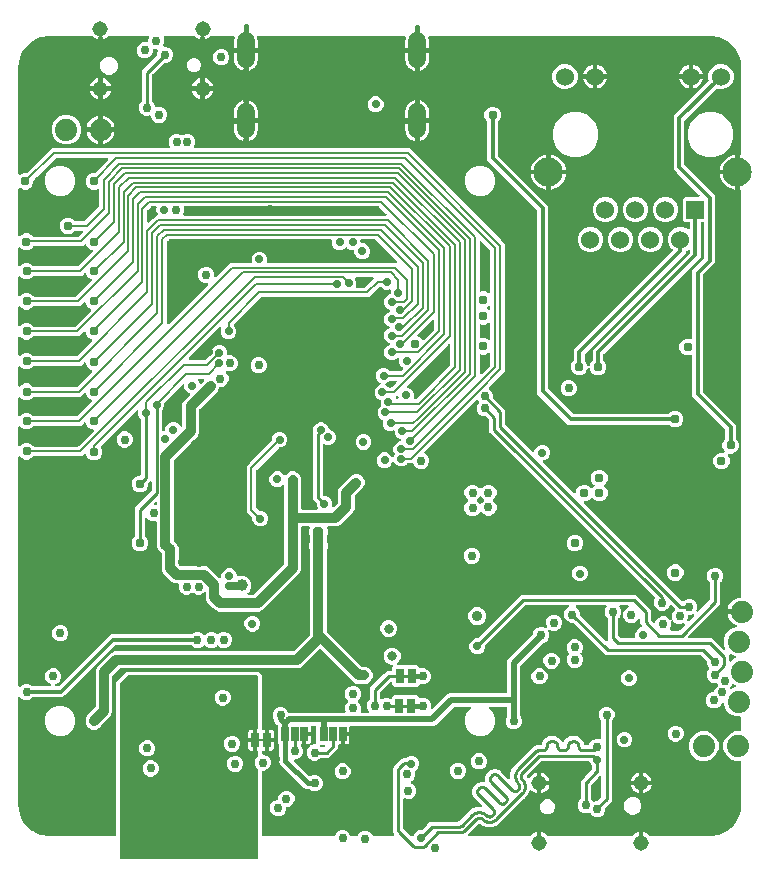
<source format=gbr>
G04 EAGLE Gerber RS-274X export*
G75*
%MOMM*%
%FSLAX34Y34*%
%LPD*%
%INBottom Copper*%
%IPPOS*%
%AMOC8*
5,1,8,0,0,1.08239X$1,22.5*%
G01*
%ADD10R,1.524000X1.524000*%
%ADD11C,1.524000*%
%ADD12C,2.476500*%
%ADD13C,0.808000*%
%ADD14C,1.498600*%
%ADD15C,1.000000*%
%ADD16C,0.203200*%
%ADD17R,0.635000X1.270000*%
%ADD18C,1.308000*%
%ADD19C,1.879600*%
%ADD20C,0.254000*%
%ADD21C,0.787400*%
%ADD22C,0.706400*%
%ADD23C,0.406400*%
%ADD24C,0.806400*%
%ADD25C,0.914400*%
%ADD26C,0.756400*%
%ADD27C,6.000000*%
%ADD28C,0.508000*%
%ADD29C,0.304800*%
%ADD30C,0.906400*%
%ADD31C,0.812800*%
%ADD32C,0.635000*%
%ADD33C,0.956400*%

G36*
X96024Y23993D02*
X96024Y23993D01*
X96082Y23991D01*
X96164Y24013D01*
X96248Y24025D01*
X96301Y24049D01*
X96357Y24063D01*
X96430Y24106D01*
X96507Y24141D01*
X96552Y24179D01*
X96602Y24209D01*
X96660Y24270D01*
X96724Y24325D01*
X96756Y24373D01*
X96796Y24416D01*
X96835Y24491D01*
X96882Y24561D01*
X96899Y24617D01*
X96926Y24669D01*
X96937Y24737D01*
X96967Y24832D01*
X96970Y24932D01*
X96981Y25000D01*
X96981Y154589D01*
X105211Y162819D01*
X217459Y162819D01*
X219989Y160289D01*
X219989Y114906D01*
X219997Y114848D01*
X219995Y114790D01*
X220017Y114708D01*
X220029Y114624D01*
X220052Y114571D01*
X220067Y114515D01*
X220110Y114442D01*
X220145Y114365D01*
X220183Y114320D01*
X220212Y114270D01*
X220274Y114212D01*
X220328Y114148D01*
X220377Y114116D01*
X220420Y114076D01*
X220495Y114037D01*
X220565Y113990D01*
X220621Y113973D01*
X220673Y113946D01*
X220741Y113935D01*
X220836Y113905D01*
X220936Y113902D01*
X221004Y113891D01*
X222973Y113891D01*
X222973Y110080D01*
X222981Y110022D01*
X222980Y109964D01*
X223001Y109882D01*
X223013Y109798D01*
X223037Y109745D01*
X223052Y109689D01*
X223095Y109616D01*
X223129Y109539D01*
X223167Y109494D01*
X223197Y109444D01*
X223258Y109386D01*
X223313Y109322D01*
X223362Y109290D01*
X223404Y109250D01*
X223479Y109211D01*
X223550Y109164D01*
X223605Y109147D01*
X223657Y109120D01*
X223725Y109109D01*
X223821Y109079D01*
X223920Y109076D01*
X223988Y109065D01*
X225132Y109065D01*
X225189Y109073D01*
X225248Y109071D01*
X225329Y109093D01*
X225413Y109105D01*
X225466Y109128D01*
X225523Y109143D01*
X225595Y109186D01*
X225672Y109221D01*
X225717Y109259D01*
X225767Y109288D01*
X225825Y109350D01*
X225889Y109404D01*
X225922Y109453D01*
X225962Y109496D01*
X226000Y109571D01*
X226047Y109641D01*
X226065Y109697D01*
X226091Y109749D01*
X226103Y109817D01*
X226133Y109912D01*
X226135Y110012D01*
X226147Y110080D01*
X226147Y113891D01*
X228069Y113891D01*
X228716Y113718D01*
X229295Y113383D01*
X229768Y112910D01*
X230103Y112331D01*
X230276Y111684D01*
X230276Y106587D01*
X228370Y106587D01*
X228312Y106579D01*
X228254Y106580D01*
X228172Y106559D01*
X228088Y106547D01*
X228035Y106523D01*
X227979Y106508D01*
X227906Y106465D01*
X227829Y106431D01*
X227784Y106393D01*
X227734Y106363D01*
X227676Y106301D01*
X227612Y106247D01*
X227580Y106198D01*
X227540Y106156D01*
X227501Y106081D01*
X227454Y106010D01*
X227437Y105955D01*
X227410Y105903D01*
X227399Y105835D01*
X227369Y105739D01*
X227366Y105640D01*
X227355Y105572D01*
X227355Y104428D01*
X227363Y104371D01*
X227361Y104312D01*
X227383Y104230D01*
X227395Y104147D01*
X227418Y104094D01*
X227433Y104037D01*
X227476Y103965D01*
X227511Y103888D01*
X227549Y103843D01*
X227578Y103793D01*
X227640Y103735D01*
X227694Y103671D01*
X227743Y103638D01*
X227786Y103598D01*
X227861Y103560D01*
X227931Y103513D01*
X227987Y103495D01*
X228039Y103469D01*
X228107Y103457D01*
X228202Y103427D01*
X228302Y103425D01*
X228370Y103413D01*
X230276Y103413D01*
X230276Y98316D01*
X230103Y97669D01*
X229768Y97090D01*
X229295Y96617D01*
X228716Y96282D01*
X228069Y96109D01*
X226147Y96109D01*
X226147Y99920D01*
X226139Y99978D01*
X226140Y100036D01*
X226119Y100118D01*
X226107Y100202D01*
X226083Y100255D01*
X226068Y100311D01*
X226025Y100384D01*
X225991Y100461D01*
X225953Y100506D01*
X225923Y100556D01*
X225861Y100614D01*
X225807Y100678D01*
X225758Y100710D01*
X225716Y100750D01*
X225641Y100789D01*
X225570Y100836D01*
X225515Y100853D01*
X225463Y100880D01*
X225395Y100891D01*
X225299Y100921D01*
X225200Y100924D01*
X225132Y100935D01*
X223988Y100935D01*
X223931Y100927D01*
X223872Y100929D01*
X223790Y100907D01*
X223707Y100895D01*
X223654Y100872D01*
X223597Y100857D01*
X223525Y100814D01*
X223448Y100779D01*
X223403Y100741D01*
X223353Y100712D01*
X223295Y100650D01*
X223231Y100596D01*
X223198Y100547D01*
X223158Y100504D01*
X223120Y100429D01*
X223073Y100359D01*
X223055Y100303D01*
X223029Y100251D01*
X223017Y100183D01*
X222987Y100088D01*
X222985Y99988D01*
X222973Y99920D01*
X222973Y96109D01*
X221004Y96109D01*
X220946Y96101D01*
X220888Y96103D01*
X220806Y96081D01*
X220722Y96069D01*
X220669Y96046D01*
X220613Y96031D01*
X220540Y95988D01*
X220463Y95953D01*
X220418Y95915D01*
X220368Y95886D01*
X220310Y95824D01*
X220246Y95770D01*
X220214Y95721D01*
X220174Y95678D01*
X220135Y95603D01*
X220088Y95533D01*
X220071Y95477D01*
X220044Y95425D01*
X220033Y95357D01*
X220003Y95262D01*
X220000Y95162D01*
X219989Y95094D01*
X219989Y93846D01*
X219997Y93788D01*
X219995Y93730D01*
X220017Y93648D01*
X220029Y93564D01*
X220052Y93511D01*
X220067Y93455D01*
X220110Y93382D01*
X220145Y93305D01*
X220183Y93260D01*
X220212Y93210D01*
X220274Y93152D01*
X220328Y93088D01*
X220377Y93056D01*
X220420Y93016D01*
X220495Y92977D01*
X220565Y92930D01*
X220621Y92913D01*
X220673Y92886D01*
X220741Y92875D01*
X220836Y92845D01*
X220936Y92842D01*
X221004Y92831D01*
X222359Y92831D01*
X224869Y91791D01*
X226791Y89869D01*
X227831Y87359D01*
X227831Y84641D01*
X226791Y82131D01*
X224869Y80209D01*
X222359Y79169D01*
X221004Y79169D01*
X220946Y79161D01*
X220888Y79163D01*
X220806Y79141D01*
X220722Y79129D01*
X220669Y79106D01*
X220613Y79091D01*
X220540Y79048D01*
X220463Y79013D01*
X220418Y78975D01*
X220368Y78946D01*
X220310Y78884D01*
X220246Y78830D01*
X220214Y78781D01*
X220174Y78738D01*
X220135Y78663D01*
X220088Y78593D01*
X220071Y78537D01*
X220044Y78485D01*
X220033Y78417D01*
X220003Y78322D01*
X220000Y78222D01*
X219989Y78154D01*
X219989Y25000D01*
X219997Y24942D01*
X219995Y24884D01*
X220017Y24802D01*
X220029Y24719D01*
X220052Y24665D01*
X220067Y24609D01*
X220110Y24536D01*
X220145Y24459D01*
X220183Y24414D01*
X220212Y24364D01*
X220274Y24306D01*
X220328Y24242D01*
X220377Y24210D01*
X220420Y24170D01*
X220495Y24131D01*
X220565Y24085D01*
X220621Y24067D01*
X220673Y24040D01*
X220741Y24029D01*
X220836Y23999D01*
X220936Y23996D01*
X221004Y23985D01*
X281250Y23985D01*
X281252Y23985D01*
X281253Y23985D01*
X281394Y24005D01*
X281532Y24025D01*
X281533Y24025D01*
X281535Y24025D01*
X281663Y24083D01*
X281791Y24141D01*
X281792Y24142D01*
X281794Y24143D01*
X281901Y24234D01*
X282008Y24325D01*
X282009Y24326D01*
X282010Y24327D01*
X282018Y24340D01*
X282166Y24561D01*
X282175Y24590D01*
X282188Y24612D01*
X282709Y25869D01*
X284631Y27791D01*
X287141Y28831D01*
X289859Y28831D01*
X292369Y27791D01*
X294291Y25869D01*
X294812Y24612D01*
X294813Y24610D01*
X294813Y24609D01*
X294882Y24492D01*
X294956Y24367D01*
X294957Y24366D01*
X294958Y24364D01*
X295060Y24269D01*
X295163Y24172D01*
X295164Y24171D01*
X295166Y24170D01*
X295293Y24104D01*
X295416Y24041D01*
X295417Y24041D01*
X295419Y24040D01*
X295434Y24038D01*
X295695Y23986D01*
X295725Y23989D01*
X295750Y23985D01*
X300457Y23985D01*
X300459Y23985D01*
X300460Y23985D01*
X300601Y24005D01*
X300739Y24025D01*
X300740Y24025D01*
X300742Y24025D01*
X300870Y24083D01*
X300998Y24141D01*
X300999Y24142D01*
X301001Y24143D01*
X301108Y24234D01*
X301215Y24325D01*
X301216Y24326D01*
X301217Y24327D01*
X301225Y24340D01*
X301373Y24561D01*
X301382Y24590D01*
X301395Y24612D01*
X301709Y25369D01*
X303631Y27291D01*
X306141Y28331D01*
X308859Y28331D01*
X311369Y27291D01*
X313291Y25369D01*
X313605Y24612D01*
X313606Y24610D01*
X313606Y24609D01*
X313677Y24488D01*
X313749Y24367D01*
X313750Y24366D01*
X313751Y24364D01*
X313855Y24267D01*
X313956Y24172D01*
X313957Y24171D01*
X313958Y24170D01*
X314086Y24104D01*
X314209Y24041D01*
X314210Y24041D01*
X314212Y24040D01*
X314226Y24038D01*
X314488Y23986D01*
X314518Y23989D01*
X314543Y23985D01*
X330957Y23985D01*
X330986Y23989D01*
X331015Y23986D01*
X331126Y24009D01*
X331238Y24025D01*
X331265Y24037D01*
X331294Y24042D01*
X331394Y24095D01*
X331498Y24141D01*
X331520Y24160D01*
X331546Y24174D01*
X331628Y24251D01*
X331715Y24325D01*
X331731Y24349D01*
X331752Y24369D01*
X331809Y24467D01*
X331872Y24561D01*
X331881Y24589D01*
X331896Y24615D01*
X331924Y24724D01*
X331958Y24832D01*
X331959Y24862D01*
X331966Y24890D01*
X331962Y25003D01*
X331965Y25116D01*
X331958Y25145D01*
X331957Y25174D01*
X331925Y25272D01*
X331925Y25690D01*
X331921Y25720D01*
X331923Y25751D01*
X331906Y25828D01*
X331885Y25971D01*
X331859Y26030D01*
X331848Y26078D01*
X331559Y26776D01*
X331543Y26803D01*
X331534Y26832D01*
X331488Y26896D01*
X331414Y27021D01*
X331367Y27065D01*
X331339Y27106D01*
X331181Y27263D01*
X331181Y81237D01*
X331339Y81394D01*
X331357Y81419D01*
X331381Y81439D01*
X331422Y81505D01*
X331510Y81621D01*
X331533Y81682D01*
X331559Y81724D01*
X331848Y82422D01*
X331856Y82452D01*
X331870Y82479D01*
X331883Y82557D01*
X331919Y82697D01*
X331917Y82761D01*
X331925Y82810D01*
X331925Y83033D01*
X333415Y84523D01*
X334752Y85860D01*
X337967Y89075D01*
X338190Y89075D01*
X338220Y89079D01*
X338251Y89077D01*
X338328Y89094D01*
X338471Y89115D01*
X338530Y89141D01*
X338578Y89152D01*
X339276Y89441D01*
X339303Y89457D01*
X339332Y89466D01*
X339397Y89512D01*
X339521Y89586D01*
X339565Y89633D01*
X339606Y89661D01*
X339763Y89819D01*
X341746Y89819D01*
X341832Y89831D01*
X341920Y89834D01*
X341972Y89851D01*
X342027Y89859D01*
X342107Y89894D01*
X342190Y89921D01*
X342229Y89949D01*
X342287Y89975D01*
X342400Y90071D01*
X342463Y90116D01*
X342772Y90425D01*
X345191Y91427D01*
X347809Y91427D01*
X350228Y90425D01*
X352079Y88574D01*
X353081Y86155D01*
X353081Y83537D01*
X352079Y81118D01*
X350228Y79267D01*
X350152Y79236D01*
X350102Y79206D01*
X350047Y79185D01*
X349980Y79134D01*
X349907Y79091D01*
X349867Y79049D01*
X349820Y79013D01*
X349770Y78946D01*
X349712Y78885D01*
X349685Y78833D01*
X349650Y78786D01*
X349621Y78707D01*
X349582Y78632D01*
X349571Y78574D01*
X349550Y78520D01*
X349543Y78436D01*
X349527Y78353D01*
X349532Y78295D01*
X349527Y78236D01*
X349543Y78169D01*
X349551Y78070D01*
X349587Y77976D01*
X349603Y77909D01*
X349831Y77359D01*
X349831Y74641D01*
X348791Y72131D01*
X346869Y70209D01*
X346715Y70145D01*
X346689Y70130D01*
X346661Y70121D01*
X346567Y70058D01*
X346470Y70001D01*
X346450Y69979D01*
X346425Y69963D01*
X346352Y69876D01*
X346275Y69794D01*
X346261Y69768D01*
X346242Y69745D01*
X346196Y69642D01*
X346144Y69541D01*
X346139Y69512D01*
X346127Y69486D01*
X346111Y69373D01*
X346089Y69262D01*
X346092Y69233D01*
X346088Y69204D01*
X346104Y69092D01*
X346114Y68979D01*
X346124Y68952D01*
X346128Y68923D01*
X346175Y68820D01*
X346216Y68714D01*
X346233Y68690D01*
X346246Y68664D01*
X346319Y68577D01*
X346387Y68487D01*
X346411Y68469D01*
X346430Y68447D01*
X346496Y68406D01*
X346615Y68317D01*
X346674Y68295D01*
X346715Y68269D01*
X347869Y67791D01*
X349791Y65869D01*
X350831Y63359D01*
X350831Y60641D01*
X349791Y58131D01*
X347869Y56209D01*
X345359Y55169D01*
X342641Y55169D01*
X341223Y55757D01*
X341111Y55786D01*
X341002Y55820D01*
X340974Y55821D01*
X340947Y55828D01*
X340833Y55825D01*
X340718Y55828D01*
X340691Y55821D01*
X340663Y55820D01*
X340554Y55785D01*
X340443Y55756D01*
X340419Y55742D01*
X340392Y55733D01*
X340297Y55669D01*
X340198Y55610D01*
X340179Y55590D01*
X340156Y55575D01*
X340082Y55487D01*
X340004Y55403D01*
X339991Y55378D01*
X339973Y55357D01*
X339927Y55252D01*
X339874Y55150D01*
X339870Y55125D01*
X339858Y55097D01*
X339821Y54834D01*
X339819Y54819D01*
X339819Y30209D01*
X339831Y30123D01*
X339834Y30035D01*
X339851Y29983D01*
X339859Y29928D01*
X339894Y29848D01*
X339921Y29765D01*
X339949Y29726D01*
X339975Y29669D01*
X340071Y29555D01*
X340116Y29492D01*
X345326Y24282D01*
X345395Y24230D01*
X345459Y24170D01*
X345509Y24144D01*
X345553Y24111D01*
X345634Y24080D01*
X345712Y24040D01*
X345760Y24032D01*
X345818Y24010D01*
X345966Y23998D01*
X346043Y23985D01*
X347856Y23985D01*
X347858Y23985D01*
X347859Y23985D01*
X347999Y24005D01*
X348138Y24025D01*
X348139Y24025D01*
X348141Y24025D01*
X348266Y24082D01*
X348397Y24141D01*
X348398Y24142D01*
X348400Y24143D01*
X348507Y24234D01*
X348614Y24325D01*
X348615Y24326D01*
X348616Y24327D01*
X348624Y24340D01*
X348772Y24561D01*
X348781Y24590D01*
X348794Y24611D01*
X349305Y25844D01*
X351156Y27695D01*
X353575Y28697D01*
X354936Y28697D01*
X355023Y28709D01*
X355110Y28712D01*
X355163Y28729D01*
X355218Y28737D01*
X355297Y28773D01*
X355381Y28800D01*
X355420Y28828D01*
X355477Y28853D01*
X355590Y28949D01*
X355654Y28995D01*
X359547Y32887D01*
X360302Y33642D01*
X362374Y35714D01*
X362505Y35714D01*
X362592Y35727D01*
X362679Y35729D01*
X362732Y35746D01*
X362787Y35754D01*
X362867Y35790D01*
X362950Y35817D01*
X362989Y35845D01*
X363046Y35870D01*
X363159Y35966D01*
X363223Y36012D01*
X363316Y36105D01*
X386344Y36105D01*
X386430Y36117D01*
X386518Y36120D01*
X386570Y36137D01*
X386625Y36145D01*
X386705Y36180D01*
X386788Y36207D01*
X386827Y36235D01*
X386885Y36261D01*
X386998Y36357D01*
X387062Y36402D01*
X387805Y37146D01*
X387806Y37146D01*
X393592Y42932D01*
X395154Y44495D01*
X395512Y44853D01*
X396716Y46057D01*
X396940Y46281D01*
X401609Y48215D01*
X405558Y48215D01*
X405587Y48219D01*
X405617Y48216D01*
X405728Y48239D01*
X405840Y48254D01*
X405866Y48266D01*
X405895Y48272D01*
X405996Y48324D01*
X406099Y48371D01*
X406122Y48390D01*
X406148Y48403D01*
X406230Y48481D01*
X406316Y48554D01*
X406332Y48579D01*
X406354Y48599D01*
X406411Y48697D01*
X406474Y48791D01*
X406483Y48819D01*
X406497Y48844D01*
X406525Y48954D01*
X406560Y49062D01*
X406560Y49091D01*
X406567Y49120D01*
X406564Y49233D01*
X406567Y49346D01*
X406559Y49375D01*
X406558Y49404D01*
X406524Y49512D01*
X406495Y49621D01*
X406480Y49646D01*
X406471Y49674D01*
X406425Y49738D01*
X406350Y49866D01*
X406304Y49908D01*
X406276Y49948D01*
X399028Y57196D01*
X397901Y61403D01*
X399028Y65611D01*
X399032Y65615D01*
X400594Y67177D01*
X402135Y68718D01*
X406342Y69845D01*
X407904Y69426D01*
X407943Y69422D01*
X407980Y69409D01*
X408084Y69405D01*
X408187Y69392D01*
X408225Y69398D01*
X408264Y69396D01*
X408365Y69421D01*
X408467Y69437D01*
X408503Y69454D01*
X408541Y69463D01*
X408631Y69514D01*
X408725Y69558D01*
X408754Y69584D01*
X408788Y69604D01*
X408860Y69678D01*
X408938Y69746D01*
X408959Y69779D01*
X408986Y69807D01*
X409035Y69898D01*
X409091Y69986D01*
X409102Y70023D01*
X409121Y70058D01*
X409142Y70159D01*
X409172Y70258D01*
X409172Y70297D01*
X409180Y70336D01*
X409173Y70413D01*
X409173Y70543D01*
X409153Y70614D01*
X409148Y70670D01*
X408729Y72232D01*
X409857Y76440D01*
X412963Y79546D01*
X417171Y80674D01*
X421379Y79546D01*
X422919Y78006D01*
X424481Y76444D01*
X428627Y72298D01*
X428650Y72281D01*
X428669Y72258D01*
X428764Y72195D01*
X428854Y72127D01*
X428881Y72117D01*
X428906Y72101D01*
X429014Y72066D01*
X429119Y72026D01*
X429149Y72024D01*
X429177Y72015D01*
X429290Y72012D01*
X429403Y72003D01*
X429431Y72008D01*
X429461Y72008D01*
X429570Y72036D01*
X429681Y72058D01*
X429708Y72072D01*
X429736Y72079D01*
X429833Y72137D01*
X429934Y72189D01*
X429955Y72210D01*
X429980Y72225D01*
X430058Y72307D01*
X430140Y72385D01*
X430155Y72411D01*
X430175Y72432D01*
X430226Y72533D01*
X430284Y72630D01*
X430291Y72659D01*
X430304Y72685D01*
X430317Y72762D01*
X430354Y72906D01*
X430352Y72968D01*
X430360Y73016D01*
X430360Y76966D01*
X432293Y81634D01*
X432517Y81858D01*
X434384Y83725D01*
X435642Y84983D01*
X450520Y99861D01*
X450743Y99861D01*
X450773Y99865D01*
X450804Y99863D01*
X450881Y99880D01*
X451024Y99901D01*
X451083Y99927D01*
X451131Y99938D01*
X451829Y100227D01*
X451856Y100243D01*
X451886Y100252D01*
X451950Y100298D01*
X452074Y100372D01*
X452119Y100419D01*
X452159Y100447D01*
X452316Y100605D01*
X455976Y100605D01*
X456033Y100613D01*
X456092Y100611D01*
X456174Y100633D01*
X456257Y100645D01*
X456310Y100668D01*
X456367Y100683D01*
X456439Y100726D01*
X456516Y100761D01*
X456561Y100799D01*
X456611Y100828D01*
X456669Y100890D01*
X456733Y100944D01*
X456766Y100993D01*
X456806Y101036D01*
X456844Y101111D01*
X456891Y101181D01*
X456909Y101237D01*
X456935Y101289D01*
X456947Y101357D01*
X456977Y101452D01*
X456979Y101552D01*
X456991Y101620D01*
X456991Y102274D01*
X459169Y106047D01*
X462941Y108225D01*
X468638Y108225D01*
X472410Y106047D01*
X473871Y103518D01*
X473895Y103487D01*
X473912Y103452D01*
X473982Y103375D01*
X474046Y103294D01*
X474077Y103271D01*
X474104Y103242D01*
X474192Y103188D01*
X474276Y103127D01*
X474313Y103114D01*
X474346Y103094D01*
X474446Y103066D01*
X474544Y103031D01*
X474583Y103029D01*
X474620Y103018D01*
X474724Y103019D01*
X474827Y103013D01*
X474866Y103021D01*
X474905Y103022D01*
X475004Y103052D01*
X475105Y103074D01*
X475139Y103093D01*
X475177Y103104D01*
X475264Y103160D01*
X475355Y103210D01*
X475383Y103237D01*
X475415Y103259D01*
X475465Y103318D01*
X475557Y103410D01*
X475594Y103474D01*
X475629Y103518D01*
X477089Y106047D01*
X480862Y108225D01*
X486558Y108225D01*
X490331Y106047D01*
X492509Y102274D01*
X492509Y101620D01*
X492517Y101562D01*
X492515Y101504D01*
X492537Y101422D01*
X492549Y101338D01*
X492572Y101285D01*
X492587Y101229D01*
X492630Y101156D01*
X492665Y101079D01*
X492703Y101034D01*
X492732Y100984D01*
X492794Y100926D01*
X492848Y100862D01*
X492897Y100830D01*
X492940Y100790D01*
X493015Y100751D01*
X493085Y100704D01*
X493141Y100687D01*
X493193Y100660D01*
X493261Y100649D01*
X493356Y100619D01*
X493456Y100616D01*
X493524Y100605D01*
X496386Y100605D01*
X496387Y100605D01*
X496389Y100605D01*
X496529Y100625D01*
X496667Y100645D01*
X496669Y100645D01*
X496670Y100645D01*
X496794Y100701D01*
X496927Y100761D01*
X496928Y100762D01*
X496929Y100763D01*
X497036Y100854D01*
X497144Y100944D01*
X497144Y100946D01*
X497146Y100947D01*
X497154Y100960D01*
X497301Y101181D01*
X497310Y101210D01*
X497324Y101231D01*
X498209Y103369D01*
X500131Y105291D01*
X502641Y106331D01*
X505359Y106331D01*
X506277Y105950D01*
X506389Y105922D01*
X506498Y105887D01*
X506526Y105886D01*
X506553Y105879D01*
X506667Y105882D01*
X506782Y105880D01*
X506809Y105887D01*
X506837Y105887D01*
X506946Y105922D01*
X507057Y105951D01*
X507081Y105966D01*
X507108Y105974D01*
X507203Y106038D01*
X507302Y106097D01*
X507321Y106117D01*
X507344Y106132D01*
X507418Y106220D01*
X507496Y106304D01*
X507509Y106329D01*
X507527Y106350D01*
X507573Y106455D01*
X507626Y106557D01*
X507630Y106582D01*
X507642Y106610D01*
X507679Y106873D01*
X507681Y106888D01*
X507681Y120738D01*
X507669Y120825D01*
X507666Y120912D01*
X507649Y120965D01*
X507641Y121020D01*
X507606Y121099D01*
X507579Y121183D01*
X507551Y121222D01*
X507525Y121279D01*
X507429Y121392D01*
X507384Y121456D01*
X506209Y122631D01*
X505169Y125141D01*
X505169Y127859D01*
X506209Y130369D01*
X508131Y132291D01*
X510641Y133331D01*
X513359Y133331D01*
X515869Y132291D01*
X517791Y130369D01*
X518831Y127859D01*
X518831Y125141D01*
X517791Y122631D01*
X516616Y121456D01*
X516564Y121386D01*
X516504Y121322D01*
X516478Y121273D01*
X516445Y121229D01*
X516414Y121147D01*
X516374Y121069D01*
X516366Y121022D01*
X516344Y120963D01*
X516332Y120815D01*
X516319Y120738D01*
X516319Y53211D01*
X511378Y48270D01*
X511326Y48201D01*
X511266Y48137D01*
X511240Y48087D01*
X511207Y48043D01*
X511176Y47962D01*
X511136Y47884D01*
X511128Y47836D01*
X511106Y47778D01*
X511094Y47630D01*
X511081Y47553D01*
X511081Y45391D01*
X510041Y42881D01*
X508119Y40959D01*
X505609Y39919D01*
X502891Y39919D01*
X500381Y40959D01*
X498459Y42881D01*
X498417Y42983D01*
X498387Y43034D01*
X498366Y43088D01*
X498315Y43156D01*
X498272Y43228D01*
X498230Y43268D01*
X498194Y43315D01*
X498127Y43365D01*
X498065Y43423D01*
X498014Y43450D01*
X497967Y43485D01*
X497888Y43515D01*
X497813Y43554D01*
X497755Y43565D01*
X497701Y43586D01*
X497617Y43592D01*
X497534Y43609D01*
X497476Y43604D01*
X497417Y43608D01*
X497350Y43593D01*
X497251Y43584D01*
X497157Y43548D01*
X497090Y43533D01*
X495609Y42919D01*
X492891Y42919D01*
X490381Y43959D01*
X488459Y45881D01*
X487419Y48391D01*
X487419Y51109D01*
X488459Y53619D01*
X489634Y54794D01*
X489686Y54864D01*
X489746Y54928D01*
X489772Y54977D01*
X489805Y55021D01*
X489836Y55103D01*
X489876Y55181D01*
X489884Y55228D01*
X489906Y55287D01*
X489918Y55435D01*
X489931Y55512D01*
X489931Y69133D01*
X489969Y69171D01*
X489987Y69195D01*
X490011Y69215D01*
X490052Y69282D01*
X490140Y69398D01*
X490162Y69458D01*
X490189Y69500D01*
X490848Y71091D01*
X490856Y71121D01*
X490870Y71149D01*
X490883Y71226D01*
X490919Y71367D01*
X490917Y71431D01*
X490925Y71480D01*
X490925Y71533D01*
X493512Y74120D01*
X493752Y74360D01*
X493753Y74360D01*
X499384Y79992D01*
X499436Y80061D01*
X499496Y80125D01*
X499522Y80175D01*
X499555Y80219D01*
X499586Y80300D01*
X499626Y80378D01*
X499634Y80426D01*
X499656Y80484D01*
X499668Y80632D01*
X499681Y80709D01*
X499681Y83092D01*
X499669Y83178D01*
X499666Y83266D01*
X499649Y83318D01*
X499641Y83373D01*
X499606Y83453D01*
X499579Y83536D01*
X499551Y83576D01*
X499525Y83633D01*
X499429Y83746D01*
X499384Y83810D01*
X498421Y84772D01*
X497594Y86769D01*
X497593Y86770D01*
X497593Y86771D01*
X497522Y86890D01*
X497450Y87013D01*
X497449Y87014D01*
X497448Y87016D01*
X497344Y87113D01*
X497243Y87209D01*
X497242Y87209D01*
X497240Y87210D01*
X497115Y87275D01*
X496990Y87339D01*
X496989Y87339D01*
X496987Y87340D01*
X496973Y87342D01*
X496711Y87394D01*
X496681Y87391D01*
X496656Y87395D01*
X457156Y87395D01*
X457070Y87383D01*
X456982Y87380D01*
X456930Y87363D01*
X456875Y87355D01*
X456795Y87320D01*
X456712Y87293D01*
X456673Y87265D01*
X456615Y87239D01*
X456502Y87143D01*
X456438Y87098D01*
X444983Y75642D01*
X444498Y75157D01*
X444463Y75111D01*
X444420Y75070D01*
X444378Y74998D01*
X444327Y74930D01*
X444306Y74875D01*
X444277Y74825D01*
X444256Y74743D01*
X444226Y74664D01*
X444221Y74606D01*
X444206Y74549D01*
X444209Y74465D01*
X444202Y74381D01*
X444214Y74324D01*
X444215Y74265D01*
X444241Y74185D01*
X444258Y74102D01*
X444285Y74051D01*
X444303Y73995D01*
X444343Y73939D01*
X444389Y73850D01*
X444458Y73778D01*
X444498Y73721D01*
X444982Y73237D01*
X444983Y73237D01*
X445243Y72976D01*
X445256Y72967D01*
X445265Y72955D01*
X445334Y72906D01*
X445339Y72902D01*
X445344Y72899D01*
X445369Y72882D01*
X445470Y72805D01*
X445485Y72800D01*
X445498Y72791D01*
X445617Y72749D01*
X445736Y72704D01*
X445751Y72703D01*
X445766Y72698D01*
X445893Y72691D01*
X446019Y72680D01*
X446035Y72683D01*
X446050Y72683D01*
X446173Y72711D01*
X446298Y72736D01*
X446312Y72743D01*
X446327Y72747D01*
X446437Y72809D01*
X446550Y72867D01*
X446562Y72878D01*
X446575Y72885D01*
X446622Y72935D01*
X446757Y73063D01*
X446780Y73103D01*
X446805Y73130D01*
X447747Y74539D01*
X449011Y75803D01*
X450499Y76797D01*
X452151Y77482D01*
X452801Y77611D01*
X452801Y69734D01*
X452809Y69676D01*
X452807Y69618D01*
X452829Y69536D01*
X452841Y69453D01*
X452864Y69399D01*
X452879Y69343D01*
X452922Y69270D01*
X452957Y69193D01*
X452995Y69149D01*
X453024Y69098D01*
X453086Y69041D01*
X453140Y68976D01*
X453189Y68944D01*
X453232Y68904D01*
X453307Y68865D01*
X453377Y68819D01*
X453433Y68801D01*
X453485Y68774D01*
X453553Y68763D01*
X453595Y68750D01*
X453534Y68741D01*
X453481Y68717D01*
X453425Y68703D01*
X453352Y68659D01*
X453275Y68625D01*
X453230Y68587D01*
X453180Y68557D01*
X453122Y68496D01*
X453058Y68441D01*
X453026Y68393D01*
X452986Y68350D01*
X452947Y68275D01*
X452900Y68205D01*
X452883Y68149D01*
X452856Y68097D01*
X452845Y68029D01*
X452815Y67934D01*
X452812Y67834D01*
X452801Y67766D01*
X452801Y59889D01*
X452151Y60018D01*
X450499Y60703D01*
X449011Y61697D01*
X448295Y62412D01*
X448204Y62481D01*
X448116Y62555D01*
X448090Y62567D01*
X448068Y62583D01*
X447961Y62624D01*
X447856Y62671D01*
X447829Y62675D01*
X447803Y62685D01*
X447688Y62694D01*
X447574Y62710D01*
X447547Y62706D01*
X447519Y62708D01*
X447407Y62686D01*
X447293Y62669D01*
X447268Y62658D01*
X447241Y62652D01*
X447138Y62599D01*
X447034Y62552D01*
X447013Y62534D01*
X446988Y62521D01*
X446905Y62442D01*
X446818Y62368D01*
X446804Y62347D01*
X446782Y62325D01*
X446648Y62096D01*
X446640Y62083D01*
X445207Y58624D01*
X444983Y58400D01*
X442627Y56044D01*
X441858Y55275D01*
X420175Y33592D01*
X419951Y33368D01*
X415283Y31434D01*
X410230Y31434D01*
X405562Y33368D01*
X405338Y33592D01*
X405337Y33592D01*
X404853Y34077D01*
X404806Y34112D01*
X404766Y34154D01*
X404693Y34197D01*
X404626Y34247D01*
X404571Y34268D01*
X404521Y34298D01*
X404439Y34319D01*
X404360Y34349D01*
X404302Y34354D01*
X404245Y34368D01*
X404161Y34365D01*
X404077Y34372D01*
X404019Y34361D01*
X403961Y34359D01*
X403881Y34333D01*
X403798Y34316D01*
X403746Y34289D01*
X403690Y34271D01*
X403634Y34231D01*
X403546Y34185D01*
X403473Y34117D01*
X403417Y34077D01*
X395807Y26466D01*
X395058Y25718D01*
X395041Y25694D01*
X395018Y25676D01*
X394956Y25581D01*
X394888Y25491D01*
X394877Y25463D01*
X394861Y25439D01*
X394827Y25331D01*
X394786Y25225D01*
X394784Y25196D01*
X394775Y25168D01*
X394772Y25055D01*
X394763Y24942D01*
X394769Y24913D01*
X394768Y24884D01*
X394796Y24774D01*
X394819Y24663D01*
X394832Y24637D01*
X394840Y24609D01*
X394897Y24512D01*
X394950Y24411D01*
X394970Y24389D01*
X394985Y24364D01*
X395067Y24287D01*
X395145Y24205D01*
X395171Y24190D01*
X395192Y24170D01*
X395293Y24118D01*
X395391Y24061D01*
X395419Y24054D01*
X395445Y24040D01*
X395523Y24027D01*
X395666Y23991D01*
X395729Y23993D01*
X395776Y23985D01*
X447272Y23985D01*
X447359Y23997D01*
X447446Y24000D01*
X447499Y24017D01*
X447554Y24025D01*
X447633Y24060D01*
X447717Y24087D01*
X447756Y24115D01*
X447813Y24141D01*
X447926Y24237D01*
X447990Y24282D01*
X449011Y25303D01*
X450499Y26297D01*
X452151Y26982D01*
X452801Y27111D01*
X452801Y25000D01*
X452809Y24942D01*
X452807Y24884D01*
X452829Y24802D01*
X452841Y24719D01*
X452864Y24665D01*
X452879Y24609D01*
X452922Y24536D01*
X452957Y24459D01*
X452995Y24414D01*
X453024Y24364D01*
X453086Y24306D01*
X453140Y24242D01*
X453189Y24210D01*
X453232Y24170D01*
X453307Y24131D01*
X453377Y24085D01*
X453433Y24067D01*
X453485Y24040D01*
X453553Y24029D01*
X453648Y23999D01*
X453748Y23996D01*
X453816Y23985D01*
X455784Y23985D01*
X455842Y23993D01*
X455900Y23991D01*
X455982Y24013D01*
X456066Y24025D01*
X456119Y24049D01*
X456175Y24063D01*
X456248Y24106D01*
X456325Y24141D01*
X456370Y24179D01*
X456420Y24209D01*
X456478Y24270D01*
X456542Y24325D01*
X456574Y24373D01*
X456614Y24416D01*
X456653Y24491D01*
X456700Y24561D01*
X456717Y24617D01*
X456744Y24669D01*
X456755Y24737D01*
X456785Y24832D01*
X456788Y24932D01*
X456799Y25000D01*
X456799Y27111D01*
X457449Y26982D01*
X459101Y26297D01*
X460589Y25303D01*
X461610Y24282D01*
X461680Y24230D01*
X461744Y24170D01*
X461793Y24144D01*
X461837Y24111D01*
X461919Y24080D01*
X461997Y24040D01*
X462044Y24032D01*
X462103Y24010D01*
X462251Y23998D01*
X462328Y23985D01*
X533672Y23985D01*
X533759Y23997D01*
X533846Y24000D01*
X533899Y24017D01*
X533954Y24025D01*
X534033Y24060D01*
X534117Y24087D01*
X534156Y24115D01*
X534213Y24141D01*
X534326Y24237D01*
X534390Y24282D01*
X535411Y25303D01*
X536899Y26297D01*
X538551Y26982D01*
X539201Y27111D01*
X539201Y25000D01*
X539209Y24942D01*
X539207Y24884D01*
X539229Y24802D01*
X539241Y24719D01*
X539264Y24665D01*
X539279Y24609D01*
X539322Y24536D01*
X539357Y24459D01*
X539395Y24414D01*
X539424Y24364D01*
X539486Y24306D01*
X539540Y24242D01*
X539589Y24210D01*
X539632Y24170D01*
X539707Y24131D01*
X539777Y24085D01*
X539833Y24067D01*
X539885Y24040D01*
X539953Y24029D01*
X540048Y23999D01*
X540148Y23996D01*
X540216Y23985D01*
X542184Y23985D01*
X542242Y23993D01*
X542300Y23991D01*
X542382Y24013D01*
X542466Y24025D01*
X542519Y24049D01*
X542575Y24063D01*
X542648Y24106D01*
X542725Y24141D01*
X542770Y24179D01*
X542820Y24209D01*
X542878Y24270D01*
X542942Y24325D01*
X542974Y24373D01*
X543014Y24416D01*
X543053Y24491D01*
X543100Y24561D01*
X543117Y24617D01*
X543144Y24669D01*
X543155Y24737D01*
X543185Y24832D01*
X543188Y24932D01*
X543199Y25000D01*
X543199Y27111D01*
X543849Y26982D01*
X545501Y26297D01*
X546989Y25303D01*
X548010Y24282D01*
X548080Y24230D01*
X548144Y24170D01*
X548193Y24144D01*
X548237Y24111D01*
X548319Y24080D01*
X548397Y24040D01*
X548444Y24032D01*
X548503Y24010D01*
X548651Y23998D01*
X548728Y23985D01*
X600000Y23985D01*
X600040Y23990D01*
X600072Y23987D01*
X603630Y24242D01*
X603712Y24259D01*
X603774Y24262D01*
X607259Y25021D01*
X607298Y25035D01*
X607332Y25040D01*
X607366Y25055D01*
X607398Y25061D01*
X610740Y26308D01*
X610814Y26348D01*
X610872Y26368D01*
X614003Y28078D01*
X614070Y28128D01*
X614124Y28156D01*
X616980Y30294D01*
X617040Y30353D01*
X617089Y30388D01*
X619612Y32911D01*
X619662Y32978D01*
X619707Y33020D01*
X621844Y35876D01*
X621885Y35949D01*
X621922Y35997D01*
X623632Y39128D01*
X623661Y39207D01*
X623692Y39260D01*
X624939Y42602D01*
X624957Y42684D01*
X624979Y42741D01*
X625738Y46226D01*
X625744Y46310D01*
X625758Y46370D01*
X626013Y49928D01*
X626010Y49968D01*
X626015Y50000D01*
X626015Y86538D01*
X626007Y86596D01*
X626009Y86654D01*
X625987Y86736D01*
X625975Y86820D01*
X625952Y86873D01*
X625937Y86929D01*
X625894Y87002D01*
X625859Y87079D01*
X625821Y87124D01*
X625792Y87174D01*
X625730Y87232D01*
X625676Y87296D01*
X625627Y87328D01*
X625584Y87368D01*
X625509Y87407D01*
X625439Y87454D01*
X625383Y87471D01*
X625331Y87498D01*
X625263Y87509D01*
X625168Y87539D01*
X625068Y87542D01*
X625000Y87553D01*
X620802Y87553D01*
X616227Y89448D01*
X612726Y92949D01*
X610831Y97524D01*
X610831Y102476D01*
X612726Y107051D01*
X616227Y110552D01*
X620802Y112447D01*
X625000Y112447D01*
X625058Y112455D01*
X625116Y112453D01*
X625198Y112475D01*
X625282Y112487D01*
X625335Y112510D01*
X625391Y112525D01*
X625464Y112568D01*
X625541Y112603D01*
X625586Y112641D01*
X625636Y112670D01*
X625694Y112732D01*
X625758Y112786D01*
X625790Y112835D01*
X625830Y112878D01*
X625869Y112953D01*
X625916Y113023D01*
X625933Y113079D01*
X625960Y113131D01*
X625971Y113199D01*
X626001Y113294D01*
X626004Y113394D01*
X626015Y113462D01*
X626015Y124038D01*
X626007Y124096D01*
X626009Y124154D01*
X625987Y124236D01*
X625975Y124320D01*
X625952Y124373D01*
X625937Y124429D01*
X625894Y124502D01*
X625859Y124579D01*
X625821Y124624D01*
X625792Y124674D01*
X625730Y124732D01*
X625676Y124796D01*
X625627Y124828D01*
X625584Y124868D01*
X625509Y124907D01*
X625439Y124954D01*
X625383Y124971D01*
X625331Y124998D01*
X625263Y125009D01*
X625168Y125039D01*
X625068Y125042D01*
X625000Y125053D01*
X621254Y125053D01*
X616679Y126948D01*
X613178Y130449D01*
X611283Y135024D01*
X611283Y135794D01*
X611271Y135879D01*
X611269Y135965D01*
X611251Y136019D01*
X611243Y136076D01*
X611208Y136154D01*
X611182Y136236D01*
X611150Y136283D01*
X611127Y136335D01*
X611072Y136401D01*
X611024Y136472D01*
X610980Y136509D01*
X610944Y136552D01*
X610872Y136600D01*
X610806Y136655D01*
X610754Y136678D01*
X610707Y136710D01*
X610625Y136736D01*
X610546Y136770D01*
X610490Y136778D01*
X610436Y136795D01*
X610350Y136798D01*
X610265Y136809D01*
X610209Y136801D01*
X610152Y136803D01*
X610069Y136781D01*
X609983Y136769D01*
X609932Y136745D01*
X609877Y136731D01*
X609803Y136687D01*
X609724Y136652D01*
X609681Y136615D01*
X609632Y136586D01*
X609573Y136523D01*
X609508Y136467D01*
X609482Y136425D01*
X609438Y136378D01*
X609372Y136249D01*
X609330Y136183D01*
X608791Y134881D01*
X606869Y132959D01*
X604359Y131919D01*
X601641Y131919D01*
X599131Y132959D01*
X597209Y134881D01*
X596169Y137391D01*
X596169Y140109D01*
X597209Y142619D01*
X599131Y144541D01*
X601641Y145581D01*
X602287Y145581D01*
X602345Y145589D01*
X602403Y145587D01*
X602485Y145609D01*
X602568Y145621D01*
X602622Y145644D01*
X602678Y145659D01*
X602751Y145702D01*
X602828Y145737D01*
X602873Y145775D01*
X602923Y145804D01*
X602981Y145866D01*
X603045Y145920D01*
X603077Y145969D01*
X603117Y146012D01*
X603156Y146087D01*
X603202Y146157D01*
X603220Y146213D01*
X603247Y146265D01*
X603258Y146333D01*
X603288Y146428D01*
X603291Y146528D01*
X603302Y146596D01*
X603302Y146775D01*
X604342Y149285D01*
X606015Y150958D01*
X606015Y150959D01*
X606017Y150960D01*
X606102Y151073D01*
X606185Y151185D01*
X606186Y151186D01*
X606187Y151188D01*
X606236Y151316D01*
X606287Y151451D01*
X606287Y151452D01*
X606287Y151454D01*
X606298Y151588D01*
X606310Y151734D01*
X606310Y151735D01*
X606310Y151737D01*
X606307Y151752D01*
X606254Y152013D01*
X606240Y152040D01*
X606235Y152064D01*
X605933Y152793D01*
X605932Y152794D01*
X605932Y152795D01*
X605863Y152911D01*
X605788Y153037D01*
X605787Y153039D01*
X605786Y153040D01*
X605685Y153135D01*
X605582Y153233D01*
X605580Y153233D01*
X605579Y153234D01*
X605453Y153299D01*
X605329Y153363D01*
X605327Y153363D01*
X605326Y153364D01*
X605311Y153366D01*
X605050Y153418D01*
X605020Y153415D01*
X604995Y153419D01*
X602141Y153419D01*
X599631Y154459D01*
X597709Y156381D01*
X596669Y158891D01*
X596669Y161609D01*
X597709Y164119D01*
X598747Y165157D01*
X598782Y165204D01*
X598825Y165244D01*
X598867Y165317D01*
X598918Y165384D01*
X598939Y165439D01*
X598968Y165489D01*
X598989Y165571D01*
X599019Y165650D01*
X599024Y165708D01*
X599038Y165765D01*
X599036Y165849D01*
X599043Y165933D01*
X599031Y165991D01*
X599029Y166049D01*
X599003Y166129D01*
X598987Y166212D01*
X598960Y166264D01*
X598942Y166320D01*
X598902Y166376D01*
X598856Y166464D01*
X598787Y166537D01*
X598747Y166593D01*
X597709Y167631D01*
X596669Y170141D01*
X596669Y171803D01*
X596657Y171889D01*
X596654Y171977D01*
X596637Y172029D01*
X596629Y172084D01*
X596594Y172164D01*
X596567Y172247D01*
X596539Y172286D01*
X596513Y172343D01*
X596417Y172457D01*
X596372Y172520D01*
X592508Y176384D01*
X592439Y176436D01*
X592375Y176496D01*
X592325Y176522D01*
X592281Y176555D01*
X592200Y176586D01*
X592122Y176626D01*
X592074Y176634D01*
X592016Y176656D01*
X591868Y176668D01*
X591791Y176681D01*
X511461Y176681D01*
X484020Y204122D01*
X483951Y204174D01*
X483887Y204234D01*
X483837Y204260D01*
X483793Y204293D01*
X483712Y204324D01*
X483634Y204364D01*
X483586Y204372D01*
X483528Y204394D01*
X483380Y204406D01*
X483303Y204419D01*
X481641Y204419D01*
X479131Y205459D01*
X477209Y207381D01*
X476169Y209891D01*
X476169Y212609D01*
X477209Y215119D01*
X479131Y217041D01*
X479583Y217228D01*
X479657Y217272D01*
X479735Y217307D01*
X479779Y217344D01*
X479828Y217373D01*
X479887Y217435D01*
X479952Y217491D01*
X479984Y217538D01*
X480023Y217579D01*
X480062Y217656D01*
X480110Y217727D01*
X480127Y217781D01*
X480153Y217832D01*
X480170Y217916D01*
X480196Y217998D01*
X480197Y218055D01*
X480208Y218111D01*
X480201Y218196D01*
X480203Y218282D01*
X480188Y218337D01*
X480184Y218394D01*
X480153Y218474D01*
X480131Y218557D01*
X480102Y218606D01*
X480082Y218659D01*
X480030Y218728D01*
X479986Y218802D01*
X479944Y218841D01*
X479910Y218886D01*
X479841Y218938D01*
X479778Y218996D01*
X479728Y219022D01*
X479682Y219056D01*
X479602Y219087D01*
X479525Y219126D01*
X479477Y219134D01*
X479416Y219157D01*
X479272Y219168D01*
X479194Y219181D01*
X443709Y219181D01*
X443623Y219169D01*
X443535Y219166D01*
X443483Y219149D01*
X443428Y219141D01*
X443348Y219106D01*
X443265Y219079D01*
X443226Y219051D01*
X443169Y219025D01*
X443055Y218929D01*
X442992Y218884D01*
X409378Y185270D01*
X409326Y185201D01*
X409266Y185137D01*
X409240Y185087D01*
X409207Y185043D01*
X409176Y184962D01*
X409136Y184884D01*
X409128Y184836D01*
X409106Y184778D01*
X409094Y184630D01*
X409081Y184553D01*
X409081Y183191D01*
X408079Y180772D01*
X406228Y178921D01*
X403809Y177919D01*
X401191Y177919D01*
X398772Y178921D01*
X396921Y180772D01*
X395919Y183191D01*
X395919Y185809D01*
X396921Y188228D01*
X398772Y190079D01*
X401191Y191081D01*
X402553Y191081D01*
X402639Y191093D01*
X402727Y191096D01*
X402779Y191113D01*
X402834Y191121D01*
X402914Y191156D01*
X402997Y191183D01*
X403036Y191211D01*
X403093Y191237D01*
X403207Y191333D01*
X403270Y191378D01*
X439711Y227819D01*
X536789Y227819D01*
X549319Y215289D01*
X549319Y207209D01*
X549331Y207123D01*
X549334Y207035D01*
X549351Y206983D01*
X549359Y206928D01*
X549394Y206848D01*
X549421Y206765D01*
X549449Y206726D01*
X549475Y206669D01*
X549571Y206555D01*
X549616Y206492D01*
X551679Y204429D01*
X551771Y204360D01*
X551858Y204286D01*
X551884Y204275D01*
X551906Y204258D01*
X552013Y204217D01*
X552118Y204170D01*
X552146Y204167D01*
X552172Y204157D01*
X552286Y204147D01*
X552400Y204131D01*
X552427Y204135D01*
X552455Y204133D01*
X552567Y204156D01*
X552681Y204172D01*
X552706Y204183D01*
X552734Y204189D01*
X552836Y204242D01*
X552940Y204289D01*
X552961Y204307D01*
X552986Y204320D01*
X553069Y204399D01*
X553157Y204473D01*
X553170Y204495D01*
X553192Y204516D01*
X553327Y204745D01*
X553335Y204758D01*
X554209Y206869D01*
X556131Y208791D01*
X558641Y209831D01*
X561359Y209831D01*
X563869Y208791D01*
X565788Y206872D01*
X565857Y206821D01*
X565919Y206762D01*
X565970Y206735D01*
X566015Y206701D01*
X566095Y206671D01*
X566172Y206631D01*
X566228Y206620D01*
X566281Y206600D01*
X566366Y206593D01*
X566451Y206576D01*
X566507Y206581D01*
X566564Y206577D01*
X566648Y206593D01*
X566734Y206601D01*
X566787Y206621D01*
X566843Y206632D01*
X566919Y206672D01*
X566999Y206703D01*
X567045Y206737D01*
X567095Y206763D01*
X567157Y206823D01*
X567226Y206874D01*
X567260Y206920D01*
X567301Y206959D01*
X567345Y207033D01*
X567396Y207102D01*
X567416Y207155D01*
X567445Y207204D01*
X567466Y207288D01*
X567496Y207368D01*
X567501Y207425D01*
X567515Y207480D01*
X567512Y207566D01*
X567519Y207651D01*
X567508Y207700D01*
X567506Y207764D01*
X567461Y207902D01*
X567444Y207979D01*
X567169Y208641D01*
X567169Y211359D01*
X568209Y213869D01*
X569648Y215308D01*
X569683Y215355D01*
X569726Y215395D01*
X569768Y215468D01*
X569819Y215536D01*
X569840Y215590D01*
X569870Y215641D01*
X569890Y215722D01*
X569920Y215801D01*
X569925Y215860D01*
X569940Y215916D01*
X569937Y216000D01*
X569944Y216084D01*
X569932Y216142D01*
X569931Y216200D01*
X569905Y216281D01*
X569888Y216363D01*
X569861Y216415D01*
X569843Y216471D01*
X569803Y216527D01*
X569757Y216616D01*
X569688Y216688D01*
X569648Y216744D01*
X567028Y219364D01*
X566936Y219433D01*
X566849Y219507D01*
X566823Y219518D01*
X566801Y219535D01*
X566694Y219576D01*
X566589Y219623D01*
X566561Y219626D01*
X566535Y219636D01*
X566421Y219646D01*
X566307Y219662D01*
X566280Y219658D01*
X566252Y219660D01*
X566140Y219637D01*
X566026Y219621D01*
X566001Y219609D01*
X565973Y219604D01*
X565871Y219551D01*
X565767Y219504D01*
X565746Y219486D01*
X565721Y219473D01*
X565638Y219394D01*
X565550Y219319D01*
X565537Y219298D01*
X565515Y219277D01*
X565380Y219047D01*
X565372Y219035D01*
X564791Y217631D01*
X562869Y215709D01*
X560359Y214669D01*
X557641Y214669D01*
X555131Y215709D01*
X553209Y217631D01*
X552169Y220141D01*
X552169Y222859D01*
X553042Y224965D01*
X553042Y224966D01*
X553043Y224967D01*
X553076Y225099D01*
X553112Y225240D01*
X553112Y225241D01*
X553113Y225243D01*
X553108Y225384D01*
X553104Y225524D01*
X553104Y225525D01*
X553104Y225527D01*
X553061Y225660D01*
X553018Y225795D01*
X553017Y225796D01*
X553016Y225798D01*
X553008Y225810D01*
X552859Y226031D01*
X552836Y226051D01*
X552821Y226071D01*
X412681Y366211D01*
X412681Y375791D01*
X412669Y375877D01*
X412666Y375965D01*
X412649Y376017D01*
X412641Y376072D01*
X412606Y376152D01*
X412579Y376235D01*
X412551Y376274D01*
X412525Y376331D01*
X412429Y376445D01*
X412384Y376508D01*
X410020Y378872D01*
X409951Y378924D01*
X409887Y378984D01*
X409837Y379010D01*
X409793Y379043D01*
X409712Y379074D01*
X409634Y379114D01*
X409586Y379122D01*
X409528Y379144D01*
X409380Y379156D01*
X409303Y379169D01*
X407641Y379169D01*
X405131Y380209D01*
X403209Y382131D01*
X402169Y384641D01*
X402169Y387359D01*
X403209Y389869D01*
X403622Y390282D01*
X403657Y390329D01*
X403700Y390369D01*
X403742Y390442D01*
X403793Y390509D01*
X403814Y390564D01*
X403843Y390614D01*
X403864Y390696D01*
X403894Y390775D01*
X403899Y390833D01*
X403913Y390890D01*
X403911Y390974D01*
X403918Y391058D01*
X403906Y391116D01*
X403904Y391174D01*
X403878Y391254D01*
X403862Y391337D01*
X403835Y391389D01*
X403817Y391445D01*
X403777Y391501D01*
X403731Y391589D01*
X403662Y391662D01*
X403622Y391718D01*
X403209Y392131D01*
X403126Y392332D01*
X403067Y392431D01*
X403014Y392533D01*
X402995Y392553D01*
X402981Y392577D01*
X402898Y392656D01*
X402819Y392739D01*
X402795Y392753D01*
X402775Y392772D01*
X402673Y392825D01*
X402573Y392883D01*
X402547Y392890D01*
X402522Y392902D01*
X402409Y392925D01*
X402298Y392953D01*
X402270Y392952D01*
X402243Y392957D01*
X402128Y392947D01*
X402014Y392944D01*
X401987Y392935D01*
X401960Y392933D01*
X401853Y392892D01*
X401743Y392856D01*
X401723Y392842D01*
X401694Y392831D01*
X401481Y392670D01*
X401470Y392661D01*
X401468Y392659D01*
X357985Y349177D01*
X357916Y349085D01*
X357842Y348997D01*
X357831Y348972D01*
X357814Y348949D01*
X357773Y348842D01*
X357727Y348737D01*
X357723Y348710D01*
X357713Y348684D01*
X357703Y348569D01*
X357688Y348456D01*
X357692Y348428D01*
X357689Y348400D01*
X357712Y348288D01*
X357728Y348174D01*
X357740Y348149D01*
X357745Y348122D01*
X357798Y348020D01*
X357845Y347915D01*
X357863Y347894D01*
X357876Y347869D01*
X357955Y347786D01*
X358030Y347699D01*
X358051Y347685D01*
X358072Y347663D01*
X358302Y347529D01*
X358314Y347521D01*
X358869Y347291D01*
X360791Y345369D01*
X361831Y342859D01*
X361831Y340141D01*
X360791Y337631D01*
X358869Y335709D01*
X356359Y334669D01*
X353641Y334669D01*
X351131Y335709D01*
X349209Y337631D01*
X348760Y338715D01*
X348759Y338717D01*
X348759Y338718D01*
X348687Y338839D01*
X348615Y338960D01*
X348614Y338961D01*
X348613Y338963D01*
X348509Y339060D01*
X348409Y339155D01*
X348407Y339156D01*
X348406Y339157D01*
X348280Y339221D01*
X348156Y339286D01*
X348154Y339286D01*
X348153Y339287D01*
X348138Y339289D01*
X347877Y339341D01*
X347847Y339338D01*
X347822Y339342D01*
X343828Y339342D01*
X343741Y339330D01*
X343654Y339327D01*
X343601Y339310D01*
X343546Y339302D01*
X343466Y339267D01*
X343383Y339240D01*
X343344Y339212D01*
X343287Y339186D01*
X343173Y339090D01*
X343110Y339045D01*
X341893Y337828D01*
X339474Y336826D01*
X336856Y336826D01*
X334437Y337828D01*
X332586Y339679D01*
X332341Y340272D01*
X332326Y340297D01*
X332317Y340325D01*
X332254Y340420D01*
X332196Y340517D01*
X332175Y340537D01*
X332159Y340561D01*
X332072Y340634D01*
X331990Y340712D01*
X331963Y340726D01*
X331941Y340744D01*
X331837Y340790D01*
X331737Y340842D01*
X331708Y340848D01*
X331681Y340860D01*
X331569Y340875D01*
X331458Y340897D01*
X331429Y340895D01*
X331400Y340899D01*
X331287Y340883D01*
X331175Y340873D01*
X331147Y340862D01*
X331118Y340858D01*
X331015Y340812D01*
X330909Y340771D01*
X330886Y340753D01*
X330859Y340741D01*
X330773Y340668D01*
X330683Y340599D01*
X330665Y340576D01*
X330643Y340557D01*
X330601Y340490D01*
X330512Y340372D01*
X330490Y340313D01*
X330465Y340272D01*
X329635Y338268D01*
X327784Y336417D01*
X325365Y335415D01*
X322747Y335415D01*
X320328Y336417D01*
X318477Y338268D01*
X317475Y340687D01*
X317475Y343305D01*
X318477Y345724D01*
X320328Y347575D01*
X322747Y348577D01*
X325365Y348577D01*
X327784Y347575D01*
X329635Y345724D01*
X329880Y345131D01*
X329895Y345106D01*
X329904Y345078D01*
X329967Y344983D01*
X330025Y344886D01*
X330046Y344866D01*
X330063Y344841D01*
X330149Y344768D01*
X330232Y344691D01*
X330258Y344677D01*
X330280Y344658D01*
X330384Y344612D01*
X330484Y344561D01*
X330513Y344555D01*
X330540Y344543D01*
X330652Y344527D01*
X330763Y344506D01*
X330792Y344508D01*
X330822Y344504D01*
X330934Y344520D01*
X331046Y344530D01*
X331074Y344541D01*
X331103Y344545D01*
X331206Y344591D01*
X331312Y344632D01*
X331335Y344650D01*
X331362Y344662D01*
X331448Y344735D01*
X331538Y344804D01*
X331556Y344827D01*
X331578Y344846D01*
X331620Y344913D01*
X331709Y345031D01*
X331731Y345090D01*
X331756Y345131D01*
X332538Y347019D01*
X332560Y347103D01*
X332591Y347185D01*
X332596Y347241D01*
X332609Y347294D01*
X332607Y347381D01*
X332614Y347469D01*
X332603Y347516D01*
X332601Y347578D01*
X332556Y347719D01*
X332538Y347796D01*
X331585Y350097D01*
X331585Y352715D01*
X332587Y355134D01*
X334438Y356985D01*
X336857Y357987D01*
X337191Y357987D01*
X337276Y357999D01*
X337362Y358002D01*
X337416Y358019D01*
X337473Y358027D01*
X337551Y358062D01*
X337633Y358088D01*
X337680Y358120D01*
X337732Y358143D01*
X337798Y358199D01*
X337869Y358246D01*
X337906Y358290D01*
X337949Y358327D01*
X337997Y358398D01*
X338052Y358464D01*
X338075Y358516D01*
X338107Y358563D01*
X338133Y358645D01*
X338168Y358724D01*
X338175Y358780D01*
X338192Y358834D01*
X338195Y358920D01*
X338206Y359005D01*
X338198Y359062D01*
X338200Y359119D01*
X338178Y359202D01*
X338166Y359287D01*
X338142Y359339D01*
X338128Y359394D01*
X338084Y359467D01*
X338049Y359546D01*
X338012Y359589D01*
X337983Y359638D01*
X337920Y359697D01*
X337864Y359762D01*
X337822Y359789D01*
X337775Y359833D01*
X337646Y359899D01*
X337580Y359940D01*
X335438Y360827D01*
X333587Y362678D01*
X332585Y365097D01*
X332585Y366180D01*
X332578Y366229D01*
X332578Y366240D01*
X332574Y366256D01*
X332569Y366294D01*
X332559Y366408D01*
X332549Y366434D01*
X332545Y366462D01*
X332498Y366566D01*
X332457Y366674D01*
X332440Y366696D01*
X332429Y366721D01*
X332355Y366809D01*
X332285Y366900D01*
X332263Y366917D01*
X332245Y366938D01*
X332150Y367002D01*
X332058Y367070D01*
X332032Y367080D01*
X332009Y367096D01*
X331899Y367130D01*
X331792Y367171D01*
X331764Y367173D01*
X331738Y367181D01*
X331623Y367184D01*
X331508Y367194D01*
X331484Y367188D01*
X331453Y367189D01*
X331197Y367122D01*
X331181Y367118D01*
X330475Y366825D01*
X327857Y366825D01*
X325438Y367827D01*
X323587Y369678D01*
X322585Y372097D01*
X322585Y374715D01*
X322723Y375047D01*
X322737Y375104D01*
X322761Y375157D01*
X322772Y375241D01*
X322794Y375322D01*
X322792Y375381D01*
X322800Y375439D01*
X322788Y375522D01*
X322785Y375607D01*
X322768Y375662D01*
X322759Y375720D01*
X322724Y375797D01*
X322699Y375877D01*
X322666Y375926D01*
X322642Y375979D01*
X322587Y376043D01*
X322540Y376113D01*
X322496Y376151D01*
X322458Y376196D01*
X322399Y376232D01*
X322323Y376296D01*
X322232Y376337D01*
X322173Y376374D01*
X321078Y376827D01*
X319227Y378678D01*
X318225Y381097D01*
X318225Y383715D01*
X319227Y386134D01*
X320967Y387874D01*
X320968Y387876D01*
X320970Y387877D01*
X321054Y387990D01*
X321138Y388101D01*
X321139Y388103D01*
X321140Y388104D01*
X321189Y388234D01*
X321240Y388367D01*
X321240Y388369D01*
X321240Y388370D01*
X321252Y388514D01*
X321263Y388650D01*
X321263Y388652D01*
X321263Y388654D01*
X321259Y388669D01*
X321207Y388929D01*
X321193Y388956D01*
X321187Y388981D01*
X320725Y390097D01*
X320725Y392312D01*
X320725Y392314D01*
X320725Y392315D01*
X320705Y392456D01*
X320685Y392594D01*
X320685Y392595D01*
X320684Y392597D01*
X320627Y392725D01*
X320569Y392853D01*
X320568Y392854D01*
X320567Y392856D01*
X320476Y392963D01*
X320385Y393070D01*
X320384Y393071D01*
X320383Y393072D01*
X320370Y393080D01*
X320149Y393228D01*
X320119Y393237D01*
X320098Y393250D01*
X318488Y393917D01*
X316637Y395768D01*
X315635Y398187D01*
X315635Y400805D01*
X316637Y403224D01*
X318488Y405075D01*
X320091Y405739D01*
X320117Y405754D01*
X320145Y405763D01*
X320239Y405826D01*
X320336Y405883D01*
X320356Y405905D01*
X320381Y405921D01*
X320454Y406008D01*
X320531Y406090D01*
X320545Y406116D01*
X320564Y406139D01*
X320610Y406242D01*
X320662Y406343D01*
X320667Y406372D01*
X320679Y406399D01*
X320695Y406511D01*
X320717Y406622D01*
X320714Y406651D01*
X320718Y406680D01*
X320702Y406792D01*
X320692Y406905D01*
X320682Y406932D01*
X320678Y406961D01*
X320631Y407065D01*
X320590Y407170D01*
X320573Y407194D01*
X320560Y407221D01*
X320487Y407307D01*
X320419Y407397D01*
X320395Y407415D01*
X320376Y407437D01*
X320309Y407479D01*
X320191Y407567D01*
X320132Y407589D01*
X320091Y407615D01*
X319577Y407828D01*
X317726Y409679D01*
X316724Y412098D01*
X316724Y414716D01*
X317726Y417134D01*
X319577Y418986D01*
X321996Y419987D01*
X324614Y419987D01*
X327033Y418986D01*
X328160Y417858D01*
X328230Y417806D01*
X328294Y417746D01*
X328343Y417720D01*
X328388Y417687D01*
X328469Y417656D01*
X328547Y417616D01*
X328595Y417608D01*
X328653Y417586D01*
X328801Y417574D01*
X328878Y417561D01*
X337452Y417561D01*
X337538Y417573D01*
X337626Y417576D01*
X337678Y417593D01*
X337733Y417601D01*
X337813Y417636D01*
X337896Y417663D01*
X337936Y417691D01*
X337993Y417717D01*
X338106Y417813D01*
X338170Y417858D01*
X339461Y419149D01*
X339530Y419241D01*
X339604Y419329D01*
X339615Y419354D01*
X339632Y419377D01*
X339673Y419484D01*
X339719Y419589D01*
X339723Y419616D01*
X339733Y419642D01*
X339742Y419757D01*
X339758Y419870D01*
X339754Y419898D01*
X339757Y419926D01*
X339734Y420038D01*
X339718Y420152D01*
X339706Y420177D01*
X339701Y420204D01*
X339648Y420306D01*
X339600Y420411D01*
X339582Y420432D01*
X339570Y420457D01*
X339491Y420540D01*
X339416Y420627D01*
X339395Y420641D01*
X339374Y420663D01*
X339144Y420797D01*
X339131Y420805D01*
X339078Y420827D01*
X337227Y422678D01*
X336225Y425097D01*
X336225Y427568D01*
X336221Y427597D01*
X336223Y427626D01*
X336201Y427737D01*
X336185Y427849D01*
X336173Y427876D01*
X336167Y427905D01*
X336115Y428005D01*
X336069Y428109D01*
X336050Y428131D01*
X336036Y428157D01*
X335959Y428239D01*
X335885Y428326D01*
X335861Y428342D01*
X335841Y428363D01*
X335743Y428420D01*
X335649Y428483D01*
X335621Y428492D01*
X335595Y428507D01*
X335486Y428535D01*
X335378Y428569D01*
X335348Y428570D01*
X335320Y428577D01*
X335207Y428573D01*
X335093Y428576D01*
X335065Y428569D01*
X335036Y428568D01*
X334928Y428533D01*
X334818Y428505D01*
X334793Y428490D01*
X334765Y428481D01*
X334701Y428435D01*
X334574Y428359D01*
X334531Y428314D01*
X334492Y428286D01*
X334033Y427827D01*
X331615Y426825D01*
X328997Y426825D01*
X326578Y427827D01*
X324727Y429678D01*
X323725Y432097D01*
X323725Y434715D01*
X324727Y437134D01*
X326578Y438985D01*
X327745Y439468D01*
X327770Y439483D01*
X327798Y439492D01*
X327892Y439555D01*
X327989Y439613D01*
X328010Y439634D01*
X328034Y439650D01*
X328107Y439737D01*
X328185Y439819D01*
X328198Y439845D01*
X328217Y439868D01*
X328263Y439971D01*
X328315Y440072D01*
X328320Y440101D01*
X328332Y440128D01*
X328348Y440240D01*
X328370Y440351D01*
X328367Y440380D01*
X328371Y440409D01*
X328355Y440521D01*
X328345Y440634D01*
X328335Y440662D01*
X328331Y440691D01*
X328284Y440794D01*
X328243Y440900D01*
X328226Y440923D01*
X328213Y440950D01*
X328140Y441036D01*
X328072Y441126D01*
X328048Y441144D01*
X328029Y441166D01*
X327963Y441208D01*
X327844Y441296D01*
X327785Y441318D01*
X327745Y441344D01*
X326578Y441827D01*
X324727Y443678D01*
X323725Y446097D01*
X323725Y448715D01*
X324727Y451134D01*
X326578Y452985D01*
X327745Y453468D01*
X327770Y453483D01*
X327798Y453492D01*
X327892Y453555D01*
X327989Y453613D01*
X328009Y453634D01*
X328034Y453650D01*
X328107Y453737D01*
X328185Y453819D01*
X328198Y453845D01*
X328217Y453868D01*
X328263Y453971D01*
X328315Y454072D01*
X328320Y454101D01*
X328332Y454128D01*
X328348Y454240D01*
X328370Y454351D01*
X328367Y454380D01*
X328371Y454409D01*
X328355Y454522D01*
X328345Y454634D01*
X328335Y454662D01*
X328331Y454691D01*
X328284Y454794D01*
X328243Y454900D01*
X328226Y454923D01*
X328213Y454950D01*
X328140Y455036D01*
X328072Y455126D01*
X328048Y455144D01*
X328029Y455166D01*
X327963Y455208D01*
X327844Y455296D01*
X327785Y455319D01*
X327745Y455344D01*
X326578Y455827D01*
X324727Y457678D01*
X323725Y460097D01*
X323725Y462715D01*
X324727Y465134D01*
X326578Y466985D01*
X328348Y467718D01*
X328373Y467733D01*
X328401Y467742D01*
X328495Y467805D01*
X328593Y467863D01*
X328613Y467884D01*
X328637Y467900D01*
X328710Y467987D01*
X328788Y468069D01*
X328802Y468095D01*
X328820Y468118D01*
X328866Y468221D01*
X328918Y468322D01*
X328924Y468351D01*
X328936Y468378D01*
X328951Y468490D01*
X328973Y468601D01*
X328971Y468630D01*
X328975Y468659D01*
X328959Y468772D01*
X328949Y468884D01*
X328938Y468912D01*
X328934Y468941D01*
X328888Y469044D01*
X328847Y469150D01*
X328829Y469173D01*
X328817Y469200D01*
X328744Y469286D01*
X328675Y469376D01*
X328652Y469394D01*
X328633Y469416D01*
X328566Y469458D01*
X328552Y469468D01*
X328524Y469495D01*
X328501Y469506D01*
X328448Y469546D01*
X328389Y469569D01*
X328348Y469594D01*
X326578Y470327D01*
X324727Y472178D01*
X323725Y474597D01*
X323725Y477215D01*
X324727Y479634D01*
X326578Y481485D01*
X328598Y482322D01*
X328600Y482323D01*
X328601Y482323D01*
X328722Y482395D01*
X328843Y482466D01*
X328844Y482467D01*
X328846Y482468D01*
X328943Y482572D01*
X329038Y482673D01*
X329039Y482674D01*
X329040Y482676D01*
X329104Y482801D01*
X329169Y482926D01*
X329169Y482927D01*
X329170Y482929D01*
X329172Y482943D01*
X329224Y483205D01*
X329221Y483235D01*
X329225Y483260D01*
X329225Y485215D01*
X329272Y485329D01*
X329280Y485358D01*
X329293Y485384D01*
X329315Y485495D01*
X329343Y485605D01*
X329343Y485634D01*
X329348Y485663D01*
X329338Y485776D01*
X329335Y485889D01*
X329326Y485917D01*
X329324Y485946D01*
X329283Y486052D01*
X329249Y486160D01*
X329232Y486184D01*
X329222Y486211D01*
X329153Y486302D01*
X329090Y486396D01*
X329068Y486415D01*
X329050Y486438D01*
X328959Y486506D01*
X328873Y486579D01*
X328846Y486591D01*
X328822Y486608D01*
X328716Y486648D01*
X328613Y486694D01*
X328584Y486698D01*
X328556Y486709D01*
X328444Y486718D01*
X328331Y486733D01*
X328302Y486729D01*
X328273Y486731D01*
X328197Y486714D01*
X328050Y486693D01*
X327993Y486667D01*
X327946Y486656D01*
X327365Y486415D01*
X324747Y486415D01*
X322328Y487417D01*
X321111Y488634D01*
X321042Y488686D01*
X320978Y488746D01*
X320928Y488772D01*
X320884Y488805D01*
X320803Y488836D01*
X320725Y488876D01*
X320677Y488884D01*
X320619Y488906D01*
X320471Y488918D01*
X320394Y488931D01*
X320160Y488931D01*
X320074Y488919D01*
X319986Y488916D01*
X319934Y488899D01*
X319879Y488891D01*
X319799Y488856D01*
X319716Y488829D01*
X319676Y488801D01*
X319619Y488775D01*
X319506Y488679D01*
X319442Y488634D01*
X310740Y479931D01*
X220160Y479931D01*
X220074Y479919D01*
X219986Y479916D01*
X219934Y479899D01*
X219879Y479891D01*
X219799Y479856D01*
X219716Y479829D01*
X219676Y479801D01*
X219619Y479775D01*
X219506Y479679D01*
X219442Y479634D01*
X196801Y456993D01*
X196766Y456946D01*
X196724Y456906D01*
X196681Y456833D01*
X196630Y456766D01*
X196610Y456711D01*
X196580Y456661D01*
X196559Y456579D01*
X196529Y456500D01*
X196524Y456442D01*
X196510Y456385D01*
X196513Y456301D01*
X196506Y456217D01*
X196517Y456160D01*
X196519Y456101D01*
X196545Y456021D01*
X196562Y455938D01*
X196589Y455886D01*
X196607Y455831D01*
X196647Y455774D01*
X196693Y455686D01*
X196761Y455613D01*
X196801Y455557D01*
X197635Y454724D01*
X198637Y452305D01*
X198637Y449687D01*
X197635Y447268D01*
X195784Y445417D01*
X193365Y444415D01*
X190747Y444415D01*
X188328Y445417D01*
X186477Y447268D01*
X185475Y449687D01*
X185475Y452305D01*
X185899Y453329D01*
X185921Y453412D01*
X185951Y453492D01*
X185956Y453549D01*
X185970Y453604D01*
X185968Y453690D01*
X185975Y453776D01*
X185964Y453831D01*
X185962Y453888D01*
X185936Y453970D01*
X185919Y454054D01*
X185893Y454105D01*
X185875Y454159D01*
X185828Y454230D01*
X185788Y454307D01*
X185749Y454348D01*
X185717Y454395D01*
X185652Y454450D01*
X185592Y454513D01*
X185543Y454542D01*
X185500Y454578D01*
X185421Y454613D01*
X185347Y454656D01*
X185292Y454670D01*
X185240Y454694D01*
X185155Y454705D01*
X185071Y454727D01*
X185015Y454725D01*
X184958Y454733D01*
X184873Y454720D01*
X184787Y454717D01*
X184733Y454700D01*
X184677Y454692D01*
X184599Y454656D01*
X184517Y454630D01*
X184477Y454601D01*
X184418Y454575D01*
X184307Y454481D01*
X184243Y454435D01*
X158602Y428794D01*
X158585Y428770D01*
X158562Y428751D01*
X158499Y428657D01*
X158431Y428567D01*
X158421Y428539D01*
X158405Y428515D01*
X158370Y428407D01*
X158330Y428301D01*
X158328Y428272D01*
X158319Y428244D01*
X158316Y428130D01*
X158306Y428018D01*
X158312Y427989D01*
X158311Y427960D01*
X158340Y427850D01*
X158362Y427739D01*
X158376Y427713D01*
X158383Y427685D01*
X158441Y427587D01*
X158493Y427487D01*
X158514Y427465D01*
X158529Y427440D01*
X158611Y427363D01*
X158689Y427281D01*
X158714Y427266D01*
X158736Y427246D01*
X158837Y427194D01*
X158934Y427137D01*
X158963Y427130D01*
X158989Y427116D01*
X159066Y427103D01*
X159210Y427067D01*
X159272Y427069D01*
X159320Y427061D01*
X171952Y427061D01*
X172038Y427073D01*
X172126Y427076D01*
X172178Y427093D01*
X172233Y427101D01*
X172313Y427136D01*
X172396Y427163D01*
X172436Y427191D01*
X172493Y427217D01*
X172606Y427313D01*
X172670Y427358D01*
X177178Y431866D01*
X177230Y431936D01*
X177290Y432000D01*
X177316Y432049D01*
X177349Y432094D01*
X177380Y432175D01*
X177420Y432253D01*
X177428Y432301D01*
X177450Y432359D01*
X177462Y432507D01*
X177475Y432584D01*
X177475Y434305D01*
X178477Y436724D01*
X180328Y438575D01*
X182747Y439577D01*
X185365Y439577D01*
X187784Y438575D01*
X189635Y436724D01*
X190637Y434305D01*
X190637Y431846D01*
X190645Y431788D01*
X190643Y431730D01*
X190665Y431648D01*
X190677Y431564D01*
X190700Y431511D01*
X190715Y431455D01*
X190758Y431382D01*
X190793Y431305D01*
X190831Y431260D01*
X190860Y431210D01*
X190922Y431152D01*
X190976Y431088D01*
X191025Y431056D01*
X191068Y431016D01*
X191143Y430977D01*
X191213Y430930D01*
X191269Y430913D01*
X191321Y430886D01*
X191389Y430875D01*
X191484Y430845D01*
X191584Y430842D01*
X191652Y430831D01*
X194359Y430831D01*
X196869Y429791D01*
X198791Y427869D01*
X199831Y425359D01*
X199831Y422641D01*
X198791Y420131D01*
X196869Y418209D01*
X194359Y417169D01*
X191641Y417169D01*
X191149Y417373D01*
X191066Y417394D01*
X190986Y417425D01*
X190929Y417430D01*
X190874Y417444D01*
X190788Y417442D01*
X190703Y417449D01*
X190647Y417437D01*
X190590Y417436D01*
X190508Y417410D01*
X190424Y417393D01*
X190373Y417367D01*
X190319Y417349D01*
X190248Y417301D01*
X190171Y417262D01*
X190130Y417223D01*
X190083Y417191D01*
X190028Y417125D01*
X189965Y417066D01*
X189937Y417017D01*
X189900Y416973D01*
X189865Y416895D01*
X189822Y416821D01*
X189808Y416765D01*
X189784Y416714D01*
X189773Y416628D01*
X189752Y416545D01*
X189753Y416488D01*
X189746Y416432D01*
X189758Y416347D01*
X189761Y416261D01*
X189778Y416207D01*
X189786Y416151D01*
X189822Y416072D01*
X189848Y415991D01*
X189877Y415950D01*
X189903Y415892D01*
X189997Y415781D01*
X190043Y415717D01*
X190891Y414869D01*
X191931Y412359D01*
X191931Y409641D01*
X190891Y407131D01*
X188969Y405209D01*
X186459Y404169D01*
X185091Y404169D01*
X185089Y404169D01*
X185088Y404169D01*
X184948Y404149D01*
X184809Y404129D01*
X184808Y404129D01*
X184806Y404129D01*
X184680Y404072D01*
X184550Y404013D01*
X184549Y404012D01*
X184547Y404011D01*
X184440Y403920D01*
X184333Y403830D01*
X184332Y403828D01*
X184331Y403827D01*
X184323Y403814D01*
X184175Y403593D01*
X184166Y403564D01*
X184153Y403543D01*
X183086Y400967D01*
X167410Y385291D01*
X167358Y385221D01*
X167298Y385157D01*
X167272Y385108D01*
X167239Y385064D01*
X167208Y384982D01*
X167168Y384904D01*
X167160Y384857D01*
X167138Y384798D01*
X167126Y384651D01*
X167113Y384573D01*
X167113Y365085D01*
X166030Y362471D01*
X145910Y342351D01*
X145858Y342281D01*
X145798Y342217D01*
X145772Y342168D01*
X145739Y342124D01*
X145708Y342042D01*
X145668Y341964D01*
X145660Y341917D01*
X145638Y341858D01*
X145626Y341711D01*
X145613Y341633D01*
X145613Y273867D01*
X145625Y273780D01*
X145628Y273693D01*
X145645Y273640D01*
X145653Y273585D01*
X145688Y273506D01*
X145715Y273422D01*
X145743Y273383D01*
X145769Y273326D01*
X145865Y273213D01*
X145910Y273149D01*
X146386Y272673D01*
X148530Y270529D01*
X149613Y267915D01*
X149613Y253867D01*
X149625Y253780D01*
X149628Y253693D01*
X149645Y253640D01*
X149653Y253585D01*
X149688Y253505D01*
X149715Y253422D01*
X149743Y253383D01*
X149769Y253326D01*
X149865Y253213D01*
X149910Y253149D01*
X150649Y252410D01*
X150719Y252358D01*
X150783Y252298D01*
X150832Y252272D01*
X150876Y252239D01*
X150958Y252208D01*
X151036Y252168D01*
X151083Y252160D01*
X151142Y252138D01*
X151289Y252126D01*
X151367Y252113D01*
X172915Y252113D01*
X175529Y251030D01*
X184100Y242459D01*
X184124Y242441D01*
X184143Y242419D01*
X184237Y242356D01*
X184327Y242288D01*
X184355Y242277D01*
X184379Y242261D01*
X184487Y242227D01*
X184593Y242187D01*
X184622Y242184D01*
X184650Y242175D01*
X184764Y242172D01*
X184876Y242163D01*
X184905Y242169D01*
X184934Y242168D01*
X185044Y242197D01*
X185155Y242219D01*
X185181Y242233D01*
X185209Y242240D01*
X185307Y242298D01*
X185407Y242350D01*
X185429Y242370D01*
X185454Y242385D01*
X185531Y242468D01*
X185613Y242546D01*
X185628Y242571D01*
X185648Y242592D01*
X185700Y242693D01*
X185757Y242791D01*
X185764Y242819D01*
X185778Y242846D01*
X185791Y242923D01*
X185827Y243067D01*
X185825Y243129D01*
X185833Y243177D01*
X185833Y245163D01*
X186835Y247582D01*
X188686Y249433D01*
X191105Y250435D01*
X193723Y250435D01*
X196142Y249433D01*
X197993Y247582D01*
X198995Y245163D01*
X198995Y244630D01*
X199011Y244516D01*
X199021Y244402D01*
X199031Y244376D01*
X199035Y244348D01*
X199082Y244244D01*
X199123Y244136D01*
X199139Y244114D01*
X199151Y244089D01*
X199225Y244001D01*
X199294Y243910D01*
X199317Y243893D01*
X199334Y243872D01*
X199430Y243808D01*
X199522Y243740D01*
X199548Y243730D01*
X199571Y243714D01*
X199681Y243680D01*
X199788Y243639D01*
X199816Y243637D01*
X199842Y243629D01*
X199957Y243626D01*
X200071Y243616D01*
X200096Y243622D01*
X200126Y243621D01*
X200383Y243688D01*
X200399Y243692D01*
X201455Y244130D01*
X204657Y244130D01*
X207615Y242904D01*
X209879Y240640D01*
X211105Y237682D01*
X211105Y234480D01*
X209879Y231522D01*
X208204Y229846D01*
X208186Y229822D01*
X208164Y229803D01*
X208101Y229709D01*
X208033Y229619D01*
X208022Y229591D01*
X208006Y229567D01*
X207972Y229459D01*
X207932Y229353D01*
X207929Y229324D01*
X207920Y229296D01*
X207917Y229182D01*
X207908Y229070D01*
X207914Y229041D01*
X207913Y229012D01*
X207942Y228902D01*
X207964Y228791D01*
X207977Y228765D01*
X207985Y228737D01*
X208043Y228639D01*
X208095Y228539D01*
X208115Y228517D01*
X208130Y228492D01*
X208213Y228415D01*
X208291Y228333D01*
X208316Y228318D01*
X208337Y228298D01*
X208438Y228246D01*
X208536Y228189D01*
X208564Y228182D01*
X208591Y228168D01*
X208668Y228155D01*
X208811Y228119D01*
X208874Y228121D01*
X208922Y228113D01*
X213133Y228113D01*
X213220Y228125D01*
X213307Y228128D01*
X213360Y228145D01*
X213415Y228153D01*
X213495Y228188D01*
X213578Y228215D01*
X213617Y228243D01*
X213674Y228269D01*
X213787Y228365D01*
X213851Y228410D01*
X238756Y253315D01*
X238808Y253384D01*
X238868Y253448D01*
X238893Y253498D01*
X238927Y253542D01*
X238958Y253624D01*
X238998Y253701D01*
X239006Y253749D01*
X239028Y253807D01*
X239040Y253955D01*
X239053Y254033D01*
X239053Y320235D01*
X239049Y320265D01*
X239051Y320294D01*
X239029Y320405D01*
X239013Y320517D01*
X239001Y320544D01*
X238995Y320572D01*
X238943Y320673D01*
X238897Y320776D01*
X238878Y320799D01*
X238864Y320825D01*
X238786Y320907D01*
X238713Y320993D01*
X238689Y321010D01*
X238669Y321031D01*
X238571Y321088D01*
X238477Y321151D01*
X238449Y321160D01*
X238423Y321175D01*
X238314Y321203D01*
X238206Y321237D01*
X238176Y321237D01*
X238148Y321245D01*
X238035Y321241D01*
X237921Y321244D01*
X237893Y321237D01*
X237864Y321236D01*
X237756Y321201D01*
X237646Y321172D01*
X237621Y321157D01*
X237593Y321148D01*
X237529Y321103D01*
X237402Y321027D01*
X237359Y320981D01*
X237320Y320953D01*
X236784Y320417D01*
X234365Y319415D01*
X231747Y319415D01*
X229328Y320417D01*
X227477Y322268D01*
X226475Y324687D01*
X226475Y327305D01*
X227477Y329724D01*
X229328Y331575D01*
X231747Y332577D01*
X234365Y332577D01*
X236784Y331575D01*
X238680Y329679D01*
X238689Y329661D01*
X238708Y329641D01*
X238722Y329618D01*
X238805Y329539D01*
X238885Y329455D01*
X238908Y329441D01*
X238928Y329422D01*
X239031Y329370D01*
X239130Y329312D01*
X239156Y329305D01*
X239181Y329292D01*
X239294Y329270D01*
X239405Y329241D01*
X239433Y329242D01*
X239460Y329237D01*
X239575Y329247D01*
X239690Y329250D01*
X239716Y329259D01*
X239743Y329261D01*
X239851Y329303D01*
X239960Y329338D01*
X239980Y329352D01*
X240008Y329363D01*
X240223Y329525D01*
X240233Y329533D01*
X242137Y331436D01*
X244751Y332519D01*
X247581Y332519D01*
X250195Y331436D01*
X252196Y329435D01*
X253279Y326821D01*
X253279Y301128D01*
X253286Y301073D01*
X253285Y301032D01*
X253286Y301030D01*
X253285Y301012D01*
X253307Y300930D01*
X253318Y300846D01*
X253342Y300793D01*
X253357Y300737D01*
X253400Y300664D01*
X253435Y300587D01*
X253472Y300542D01*
X253502Y300492D01*
X253564Y300434D01*
X253618Y300370D01*
X253667Y300338D01*
X253710Y300298D01*
X253785Y300259D01*
X253855Y300212D01*
X253911Y300195D01*
X253963Y300168D01*
X254031Y300157D01*
X254126Y300127D01*
X254226Y300124D01*
X254294Y300113D01*
X266592Y300113D01*
X266705Y300129D01*
X266820Y300139D01*
X266846Y300149D01*
X266873Y300153D01*
X266978Y300200D01*
X267085Y300241D01*
X267107Y300257D01*
X267133Y300269D01*
X267220Y300343D01*
X267312Y300412D01*
X267328Y300435D01*
X267350Y300452D01*
X267413Y300548D01*
X267482Y300640D01*
X267492Y300666D01*
X267507Y300689D01*
X267542Y300799D01*
X267582Y300906D01*
X267585Y300934D01*
X267593Y300960D01*
X267596Y301075D01*
X267605Y301189D01*
X267599Y301214D01*
X267600Y301244D01*
X267533Y301501D01*
X267530Y301517D01*
X266585Y303797D01*
X266585Y305158D01*
X266573Y305245D01*
X266570Y305332D01*
X266553Y305385D01*
X266545Y305440D01*
X266509Y305520D01*
X266483Y305603D01*
X266455Y305642D01*
X266429Y305699D01*
X266333Y305813D01*
X266314Y305840D01*
X266311Y305845D01*
X266309Y305847D01*
X266288Y305876D01*
X263237Y308927D01*
X263237Y366285D01*
X263288Y366335D01*
X263340Y366405D01*
X263400Y366469D01*
X263425Y366518D01*
X263459Y366563D01*
X263490Y366644D01*
X263530Y366722D01*
X263538Y366770D01*
X263560Y366828D01*
X263572Y366976D01*
X263585Y367053D01*
X263585Y368715D01*
X264587Y371134D01*
X266438Y372985D01*
X268857Y373987D01*
X271475Y373987D01*
X273894Y372985D01*
X275745Y371134D01*
X276799Y368589D01*
X276843Y368513D01*
X276879Y368434D01*
X276915Y368392D01*
X276943Y368344D01*
X277007Y368284D01*
X277064Y368217D01*
X277105Y368192D01*
X277150Y368149D01*
X277282Y368081D01*
X277348Y368039D01*
X279894Y366985D01*
X281745Y365134D01*
X282747Y362715D01*
X282747Y360097D01*
X281745Y357678D01*
X279894Y355827D01*
X277475Y354825D01*
X274857Y354825D01*
X273279Y355479D01*
X273167Y355508D01*
X273058Y355543D01*
X273030Y355543D01*
X273003Y355550D01*
X272889Y355547D01*
X272774Y355550D01*
X272747Y355543D01*
X272719Y355542D01*
X272610Y355507D01*
X272499Y355478D01*
X272475Y355464D01*
X272448Y355455D01*
X272353Y355391D01*
X272254Y355333D01*
X272235Y355312D01*
X272212Y355297D01*
X272138Y355209D01*
X272060Y355125D01*
X272047Y355101D01*
X272029Y355079D01*
X271983Y354975D01*
X271930Y354872D01*
X271926Y354848D01*
X271914Y354820D01*
X271877Y354556D01*
X271875Y354541D01*
X271875Y312925D01*
X271887Y312838D01*
X271890Y312751D01*
X271907Y312698D01*
X271915Y312644D01*
X271950Y312564D01*
X271977Y312481D01*
X272005Y312441D01*
X272031Y312384D01*
X272127Y312271D01*
X272172Y312207D01*
X272395Y311984D01*
X272465Y311932D01*
X272529Y311872D01*
X272578Y311846D01*
X272623Y311813D01*
X272704Y311782D01*
X272782Y311742D01*
X272830Y311734D01*
X272888Y311712D01*
X273036Y311700D01*
X273113Y311687D01*
X274475Y311687D01*
X276894Y310685D01*
X278745Y308834D01*
X279747Y306415D01*
X279747Y303797D01*
X279584Y303406D01*
X279563Y303322D01*
X279532Y303242D01*
X279528Y303185D01*
X279514Y303130D01*
X279516Y303044D01*
X279509Y302959D01*
X279520Y302903D01*
X279522Y302846D01*
X279548Y302764D01*
X279565Y302680D01*
X279591Y302630D01*
X279608Y302575D01*
X279656Y302504D01*
X279696Y302428D01*
X279735Y302387D01*
X279767Y302339D01*
X279832Y302284D01*
X279892Y302222D01*
X279941Y302193D01*
X279984Y302156D01*
X280063Y302121D01*
X280137Y302078D01*
X280192Y302064D01*
X280244Y302041D01*
X280329Y302029D01*
X280412Y302008D01*
X280469Y302010D01*
X280526Y302002D01*
X280611Y302014D01*
X280696Y302017D01*
X280751Y302034D01*
X280807Y302043D01*
X280885Y302078D01*
X280967Y302104D01*
X281007Y302133D01*
X281066Y302160D01*
X281176Y302254D01*
X281240Y302299D01*
X284090Y305149D01*
X284142Y305219D01*
X284202Y305283D01*
X284228Y305332D01*
X284261Y305376D01*
X284292Y305458D01*
X284332Y305536D01*
X284340Y305583D01*
X284362Y305642D01*
X284374Y305789D01*
X284387Y305867D01*
X284387Y315855D01*
X285470Y318469D01*
X287614Y320613D01*
X296137Y329136D01*
X298751Y330219D01*
X301581Y330219D01*
X304195Y329136D01*
X306196Y327135D01*
X307279Y324521D01*
X307279Y321691D01*
X306196Y319077D01*
X298910Y311791D01*
X298858Y311721D01*
X298798Y311657D01*
X298772Y311608D01*
X298739Y311564D01*
X298708Y311482D01*
X298668Y311404D01*
X298660Y311357D01*
X298638Y311298D01*
X298626Y311151D01*
X298613Y311073D01*
X298613Y301085D01*
X297530Y298471D01*
X286029Y286970D01*
X283415Y285887D01*
X276178Y285887D01*
X276064Y285871D01*
X275950Y285861D01*
X275924Y285851D01*
X275897Y285847D01*
X275792Y285800D01*
X275685Y285759D01*
X275662Y285743D01*
X275637Y285731D01*
X275550Y285657D01*
X275458Y285588D01*
X275441Y285565D01*
X275420Y285548D01*
X275357Y285452D01*
X275288Y285360D01*
X275278Y285334D01*
X275263Y285311D01*
X275228Y285201D01*
X275187Y285094D01*
X275185Y285066D01*
X275177Y285040D01*
X275174Y284925D01*
X275165Y284811D01*
X275170Y284786D01*
X275170Y284756D01*
X275237Y284499D01*
X275240Y284483D01*
X275831Y283058D01*
X275831Y279942D01*
X275190Y278396D01*
X275182Y278366D01*
X275168Y278338D01*
X275155Y278261D01*
X275119Y278120D01*
X275121Y278056D01*
X275113Y278007D01*
X275113Y272993D01*
X275117Y272962D01*
X275115Y272932D01*
X275132Y272855D01*
X275153Y272711D01*
X275179Y272653D01*
X275190Y272604D01*
X275831Y271058D01*
X275831Y267942D01*
X275190Y266396D01*
X275182Y266366D01*
X275168Y266338D01*
X275155Y266261D01*
X275119Y266120D01*
X275121Y266056D01*
X275113Y266007D01*
X275113Y197617D01*
X275125Y197530D01*
X275128Y197443D01*
X275145Y197390D01*
X275153Y197335D01*
X275188Y197255D01*
X275215Y197172D01*
X275243Y197133D01*
X275269Y197076D01*
X275340Y196992D01*
X275361Y196957D01*
X275385Y196934D01*
X275410Y196899D01*
X305149Y167160D01*
X305219Y167108D01*
X305283Y167048D01*
X305332Y167022D01*
X305376Y166989D01*
X305458Y166958D01*
X305536Y166918D01*
X305583Y166910D01*
X305642Y166888D01*
X305789Y166876D01*
X305867Y166863D01*
X308165Y166863D01*
X310779Y165780D01*
X312780Y163779D01*
X313863Y161165D01*
X313863Y158335D01*
X312780Y155721D01*
X310779Y153720D01*
X308165Y152637D01*
X301085Y152637D01*
X298471Y153720D01*
X270343Y181848D01*
X270296Y181883D01*
X270256Y181926D01*
X270183Y181968D01*
X270116Y182019D01*
X270061Y182040D01*
X270011Y182069D01*
X269929Y182090D01*
X269850Y182120D01*
X269792Y182125D01*
X269735Y182140D01*
X269651Y182137D01*
X269567Y182144D01*
X269509Y182132D01*
X269451Y182131D01*
X269371Y182105D01*
X269288Y182088D01*
X269236Y182061D01*
X269180Y182043D01*
X269124Y182003D01*
X269036Y181957D01*
X268963Y181888D01*
X268907Y181848D01*
X256173Y169114D01*
X254029Y166970D01*
X251415Y165887D01*
X100367Y165887D01*
X100280Y165875D01*
X100193Y165872D01*
X100140Y165855D01*
X100085Y165847D01*
X100005Y165812D01*
X99922Y165785D01*
X99883Y165757D01*
X99826Y165731D01*
X99713Y165635D01*
X99649Y165590D01*
X93910Y159851D01*
X93858Y159781D01*
X93798Y159717D01*
X93772Y159668D01*
X93739Y159624D01*
X93708Y159542D01*
X93668Y159464D01*
X93660Y159417D01*
X93638Y159358D01*
X93626Y159211D01*
X93613Y159133D01*
X93613Y128585D01*
X92530Y125971D01*
X84536Y117977D01*
X84518Y117952D01*
X84494Y117932D01*
X84452Y117866D01*
X84365Y117750D01*
X84342Y117690D01*
X84316Y117648D01*
X84030Y116957D01*
X82029Y114956D01*
X79415Y113873D01*
X76585Y113873D01*
X73971Y114956D01*
X71970Y116957D01*
X70887Y119571D01*
X70887Y122915D01*
X71970Y125529D01*
X79090Y132649D01*
X79142Y132719D01*
X79202Y132783D01*
X79228Y132832D01*
X79261Y132876D01*
X79292Y132958D01*
X79332Y133036D01*
X79340Y133083D01*
X79362Y133142D01*
X79374Y133289D01*
X79387Y133367D01*
X79387Y163915D01*
X80470Y166529D01*
X92971Y179030D01*
X95585Y180113D01*
X246633Y180113D01*
X246720Y180125D01*
X246807Y180128D01*
X246860Y180145D01*
X246915Y180153D01*
X246995Y180188D01*
X247078Y180215D01*
X247117Y180243D01*
X247174Y180269D01*
X247287Y180365D01*
X247351Y180410D01*
X260590Y193649D01*
X260642Y193719D01*
X260702Y193783D01*
X260728Y193832D01*
X260761Y193876D01*
X260792Y193958D01*
X260832Y194036D01*
X260840Y194083D01*
X260862Y194142D01*
X260874Y194289D01*
X260887Y194367D01*
X260887Y266007D01*
X260883Y266038D01*
X260885Y266068D01*
X260868Y266145D01*
X260847Y266289D01*
X260821Y266347D01*
X260810Y266396D01*
X260169Y267942D01*
X260169Y271058D01*
X260810Y272604D01*
X260818Y272634D01*
X260832Y272662D01*
X260845Y272739D01*
X260881Y272880D01*
X260879Y272944D01*
X260887Y272993D01*
X260887Y278007D01*
X260883Y278038D01*
X260885Y278068D01*
X260868Y278145D01*
X260847Y278289D01*
X260821Y278347D01*
X260810Y278396D01*
X260169Y279942D01*
X260169Y283058D01*
X260760Y284483D01*
X260789Y284595D01*
X260823Y284704D01*
X260824Y284732D01*
X260831Y284759D01*
X260828Y284873D01*
X260830Y284988D01*
X260823Y285015D01*
X260823Y285043D01*
X260788Y285152D01*
X260759Y285263D01*
X260745Y285287D01*
X260736Y285314D01*
X260672Y285409D01*
X260613Y285508D01*
X260593Y285527D01*
X260578Y285550D01*
X260490Y285624D01*
X260406Y285702D01*
X260381Y285715D01*
X260360Y285733D01*
X260255Y285779D01*
X260153Y285832D01*
X260128Y285836D01*
X260100Y285848D01*
X259837Y285885D01*
X259822Y285887D01*
X254294Y285887D01*
X254236Y285879D01*
X254177Y285881D01*
X254096Y285859D01*
X254012Y285847D01*
X253959Y285824D01*
X253902Y285809D01*
X253830Y285766D01*
X253753Y285731D01*
X253708Y285693D01*
X253658Y285664D01*
X253600Y285602D01*
X253536Y285548D01*
X253503Y285499D01*
X253463Y285456D01*
X253425Y285381D01*
X253378Y285311D01*
X253361Y285255D01*
X253334Y285203D01*
X253323Y285135D01*
X253292Y285040D01*
X253290Y284940D01*
X253279Y284872D01*
X253279Y249251D01*
X252196Y246637D01*
X220529Y214970D01*
X217915Y213887D01*
X183585Y213887D01*
X180971Y214970D01*
X178827Y217114D01*
X173970Y221971D01*
X172887Y224585D01*
X172887Y229276D01*
X172883Y229305D01*
X172886Y229334D01*
X172863Y229445D01*
X172847Y229558D01*
X172835Y229584D01*
X172830Y229613D01*
X172777Y229714D01*
X172731Y229817D01*
X172712Y229839D01*
X172699Y229865D01*
X172621Y229948D01*
X172548Y230034D01*
X172523Y230050D01*
X172503Y230072D01*
X172405Y230129D01*
X172311Y230192D01*
X172283Y230200D01*
X172258Y230215D01*
X172148Y230243D01*
X172040Y230277D01*
X172010Y230278D01*
X171982Y230285D01*
X171869Y230282D01*
X171756Y230285D01*
X171727Y230277D01*
X171698Y230276D01*
X171590Y230241D01*
X171481Y230213D01*
X171455Y230198D01*
X171427Y230189D01*
X171363Y230143D01*
X171236Y230068D01*
X171193Y230022D01*
X171154Y229994D01*
X170369Y229209D01*
X167859Y228169D01*
X165141Y228169D01*
X162631Y229209D01*
X162218Y229622D01*
X162171Y229657D01*
X162131Y229700D01*
X162058Y229742D01*
X161991Y229793D01*
X161936Y229814D01*
X161886Y229843D01*
X161804Y229864D01*
X161725Y229894D01*
X161667Y229899D01*
X161610Y229913D01*
X161526Y229911D01*
X161442Y229918D01*
X161384Y229906D01*
X161326Y229904D01*
X161246Y229878D01*
X161163Y229862D01*
X161111Y229835D01*
X161055Y229817D01*
X160999Y229777D01*
X160911Y229731D01*
X160838Y229662D01*
X160782Y229622D01*
X160369Y229209D01*
X157859Y228169D01*
X155141Y228169D01*
X152631Y229209D01*
X150709Y231131D01*
X149669Y233641D01*
X149669Y236359D01*
X149721Y236483D01*
X149750Y236595D01*
X149784Y236704D01*
X149785Y236732D01*
X149792Y236759D01*
X149789Y236873D01*
X149792Y236988D01*
X149785Y237015D01*
X149784Y237043D01*
X149749Y237152D01*
X149720Y237263D01*
X149706Y237287D01*
X149697Y237314D01*
X149633Y237409D01*
X149574Y237508D01*
X149554Y237527D01*
X149539Y237550D01*
X149451Y237624D01*
X149367Y237702D01*
X149342Y237715D01*
X149321Y237733D01*
X149216Y237779D01*
X149114Y237832D01*
X149089Y237836D01*
X149061Y237848D01*
X148798Y237885D01*
X148783Y237887D01*
X146585Y237887D01*
X143971Y238970D01*
X136470Y246471D01*
X135387Y249085D01*
X135387Y263133D01*
X135375Y263220D01*
X135372Y263307D01*
X135355Y263360D01*
X135347Y263415D01*
X135312Y263495D01*
X135285Y263578D01*
X135257Y263617D01*
X135231Y263674D01*
X135135Y263787D01*
X135090Y263851D01*
X134614Y264327D01*
X132470Y266471D01*
X131387Y269085D01*
X131387Y289283D01*
X131371Y289397D01*
X131361Y289511D01*
X131351Y289537D01*
X131347Y289564D01*
X131300Y289669D01*
X131259Y289776D01*
X131243Y289799D01*
X131231Y289824D01*
X131157Y289911D01*
X131088Y290003D01*
X131065Y290020D01*
X131048Y290041D01*
X130952Y290105D01*
X130860Y290173D01*
X130834Y290183D01*
X130811Y290198D01*
X130701Y290233D01*
X130594Y290274D01*
X130566Y290276D01*
X130540Y290284D01*
X130425Y290287D01*
X130311Y290296D01*
X130286Y290291D01*
X130256Y290292D01*
X129999Y290224D01*
X129983Y290221D01*
X129859Y290169D01*
X127141Y290169D01*
X124631Y291209D01*
X123108Y292732D01*
X123084Y292750D01*
X123065Y292772D01*
X123016Y292805D01*
X122978Y292841D01*
X122932Y292864D01*
X122881Y292903D01*
X122853Y292913D01*
X122829Y292930D01*
X122764Y292950D01*
X122724Y292971D01*
X122687Y292977D01*
X122615Y293004D01*
X122586Y293007D01*
X122558Y293016D01*
X122444Y293018D01*
X122433Y293019D01*
X122393Y293026D01*
X122390Y293026D01*
X122376Y293024D01*
X122332Y293028D01*
X122303Y293022D01*
X122274Y293023D01*
X122164Y292994D01*
X122162Y292994D01*
X122108Y292986D01*
X122096Y292980D01*
X122053Y292972D01*
X122027Y292958D01*
X121998Y292951D01*
X121902Y292894D01*
X121849Y292870D01*
X121837Y292860D01*
X121801Y292841D01*
X121779Y292821D01*
X121754Y292806D01*
X121681Y292727D01*
X121632Y292686D01*
X121622Y292671D01*
X121594Y292645D01*
X121580Y292620D01*
X121560Y292598D01*
X121514Y292508D01*
X121474Y292450D01*
X121468Y292429D01*
X121451Y292400D01*
X121444Y292371D01*
X121430Y292345D01*
X121417Y292270D01*
X121389Y292179D01*
X121388Y292153D01*
X121381Y292124D01*
X121383Y292062D01*
X121375Y292014D01*
X121375Y277925D01*
X121387Y277839D01*
X121390Y277751D01*
X121407Y277699D01*
X121414Y277644D01*
X121450Y277564D01*
X121477Y277481D01*
X121505Y277441D01*
X121531Y277384D01*
X121627Y277271D01*
X121672Y277207D01*
X122922Y275957D01*
X123986Y273390D01*
X123986Y270610D01*
X122922Y268043D01*
X120957Y266078D01*
X118390Y265014D01*
X115610Y265014D01*
X113043Y266078D01*
X111078Y268043D01*
X110014Y270610D01*
X110014Y273390D01*
X111078Y275957D01*
X112440Y277319D01*
X112492Y277389D01*
X112552Y277453D01*
X112578Y277502D01*
X112611Y277546D01*
X112642Y277628D01*
X112682Y277706D01*
X112690Y277754D01*
X112712Y277812D01*
X112724Y277960D01*
X112737Y278037D01*
X112737Y301785D01*
X115564Y304612D01*
X126440Y315487D01*
X126492Y315557D01*
X126552Y315621D01*
X126578Y315670D01*
X126611Y315715D01*
X126642Y315796D01*
X126682Y315874D01*
X126690Y315922D01*
X126712Y315980D01*
X126724Y316128D01*
X126737Y316205D01*
X126737Y323179D01*
X126733Y323208D01*
X126736Y323237D01*
X126713Y323348D01*
X126697Y323460D01*
X126685Y323487D01*
X126680Y323516D01*
X126627Y323616D01*
X126581Y323720D01*
X126562Y323742D01*
X126549Y323768D01*
X126471Y323850D01*
X126398Y323937D01*
X126373Y323953D01*
X126353Y323974D01*
X126255Y324031D01*
X126161Y324094D01*
X126133Y324103D01*
X126108Y324118D01*
X125998Y324146D01*
X125890Y324180D01*
X125860Y324181D01*
X125832Y324188D01*
X125719Y324184D01*
X125606Y324187D01*
X125577Y324180D01*
X125548Y324179D01*
X125440Y324144D01*
X125331Y324115D01*
X125305Y324100D01*
X125277Y324091D01*
X125213Y324046D01*
X125086Y323970D01*
X125043Y323925D01*
X125004Y323897D01*
X124283Y323175D01*
X124269Y323157D01*
X124254Y323144D01*
X124223Y323097D01*
X124171Y323042D01*
X124145Y322993D01*
X124112Y322948D01*
X124097Y322908D01*
X124096Y322907D01*
X124094Y322901D01*
X124081Y322866D01*
X124041Y322789D01*
X124033Y322741D01*
X124011Y322683D01*
X123999Y322535D01*
X123986Y322458D01*
X123986Y320610D01*
X122922Y318043D01*
X120957Y316078D01*
X118390Y315014D01*
X115610Y315014D01*
X113043Y316078D01*
X111078Y318043D01*
X110014Y320610D01*
X110014Y323390D01*
X111078Y325957D01*
X113043Y327922D01*
X115610Y328986D01*
X116722Y328986D01*
X116780Y328994D01*
X116838Y328992D01*
X116920Y329014D01*
X117003Y329026D01*
X117057Y329049D01*
X117113Y329064D01*
X117186Y329107D01*
X117263Y329142D01*
X117307Y329180D01*
X117358Y329209D01*
X117415Y329271D01*
X117480Y329325D01*
X117512Y329374D01*
X117552Y329417D01*
X117591Y329492D01*
X117637Y329562D01*
X117655Y329618D01*
X117682Y329670D01*
X117693Y329738D01*
X117723Y329833D01*
X117726Y329933D01*
X117737Y330001D01*
X117737Y376588D01*
X117725Y376674D01*
X117722Y376762D01*
X117705Y376814D01*
X117697Y376869D01*
X117662Y376949D01*
X117635Y377032D01*
X117607Y377071D01*
X117581Y377129D01*
X117485Y377242D01*
X117440Y377305D01*
X116477Y378268D01*
X115475Y380687D01*
X115475Y383216D01*
X115471Y383245D01*
X115473Y383274D01*
X115451Y383385D01*
X115435Y383497D01*
X115423Y383524D01*
X115418Y383553D01*
X115365Y383653D01*
X115319Y383757D01*
X115300Y383779D01*
X115287Y383805D01*
X115209Y383887D01*
X115135Y383974D01*
X115111Y383990D01*
X115091Y384011D01*
X114993Y384069D01*
X114899Y384131D01*
X114871Y384140D01*
X114846Y384155D01*
X114736Y384183D01*
X114628Y384217D01*
X114598Y384218D01*
X114570Y384225D01*
X114457Y384222D01*
X114344Y384224D01*
X114315Y384217D01*
X114286Y384216D01*
X114178Y384181D01*
X114069Y384153D01*
X114043Y384138D01*
X114015Y384129D01*
X113952Y384083D01*
X113824Y384007D01*
X113781Y383962D01*
X113742Y383934D01*
X84062Y354253D01*
X84027Y354207D01*
X83984Y354166D01*
X83941Y354093D01*
X83891Y354026D01*
X83870Y353972D01*
X83840Y353921D01*
X83820Y353839D01*
X83790Y353761D01*
X83785Y353702D01*
X83770Y353646D01*
X83773Y353561D01*
X83766Y353477D01*
X83778Y353420D01*
X83779Y353361D01*
X83805Y353281D01*
X83822Y353199D01*
X83841Y353163D01*
X83845Y353144D01*
X84986Y350390D01*
X84986Y347610D01*
X83922Y345043D01*
X81957Y343078D01*
X79390Y342014D01*
X76610Y342014D01*
X74043Y343078D01*
X72078Y345043D01*
X71421Y346628D01*
X71363Y346726D01*
X71310Y346829D01*
X71291Y346849D01*
X71277Y346873D01*
X71193Y346951D01*
X71114Y347035D01*
X71090Y347049D01*
X71070Y347068D01*
X70968Y347120D01*
X70869Y347178D01*
X70842Y347185D01*
X70817Y347198D01*
X70704Y347220D01*
X70593Y347249D01*
X70566Y347248D01*
X70538Y347253D01*
X70424Y347243D01*
X70309Y347239D01*
X70283Y347231D01*
X70255Y347229D01*
X70148Y347187D01*
X70039Y347152D01*
X70018Y347138D01*
X69990Y347127D01*
X69778Y346966D01*
X69765Y346957D01*
X68244Y345435D01*
X27235Y345435D01*
X27149Y345423D01*
X27061Y345420D01*
X27008Y345403D01*
X26954Y345395D01*
X26874Y345360D01*
X26791Y345333D01*
X26751Y345305D01*
X26694Y345279D01*
X26581Y345183D01*
X26517Y345138D01*
X24957Y343578D01*
X22390Y342514D01*
X19610Y342514D01*
X17043Y343578D01*
X15718Y344903D01*
X15694Y344920D01*
X15676Y344943D01*
X15581Y345006D01*
X15491Y345074D01*
X15463Y345084D01*
X15439Y345100D01*
X15331Y345135D01*
X15225Y345175D01*
X15196Y345177D01*
X15168Y345186D01*
X15055Y345189D01*
X14942Y345198D01*
X14913Y345193D01*
X14884Y345193D01*
X14774Y345165D01*
X14663Y345143D01*
X14637Y345129D01*
X14609Y345122D01*
X14512Y345064D01*
X14411Y345012D01*
X14389Y344991D01*
X14364Y344976D01*
X14287Y344894D01*
X14205Y344816D01*
X14190Y344790D01*
X14170Y344769D01*
X14118Y344668D01*
X14061Y344571D01*
X14054Y344542D01*
X14040Y344516D01*
X14027Y344439D01*
X13991Y344295D01*
X13993Y344233D01*
X13985Y344185D01*
X13985Y151096D01*
X13989Y151067D01*
X13986Y151038D01*
X14009Y150927D01*
X14025Y150814D01*
X14037Y150788D01*
X14042Y150759D01*
X14095Y150658D01*
X14141Y150555D01*
X14160Y150533D01*
X14173Y150507D01*
X14251Y150424D01*
X14325Y150338D01*
X14349Y150322D01*
X14369Y150300D01*
X14467Y150243D01*
X14561Y150180D01*
X14589Y150172D01*
X14614Y150157D01*
X14724Y150129D01*
X14832Y150095D01*
X14862Y150094D01*
X14890Y150087D01*
X15003Y150090D01*
X15116Y150087D01*
X15145Y150095D01*
X15174Y150096D01*
X15282Y150131D01*
X15391Y150159D01*
X15417Y150174D01*
X15445Y150183D01*
X15509Y150229D01*
X15636Y150304D01*
X15679Y150350D01*
X15718Y150378D01*
X17131Y151791D01*
X19641Y152831D01*
X22359Y152831D01*
X24869Y151791D01*
X25790Y150870D01*
X25860Y150818D01*
X25924Y150758D01*
X25973Y150732D01*
X26017Y150699D01*
X26099Y150668D01*
X26177Y150628D01*
X26224Y150620D01*
X26283Y150598D01*
X26431Y150586D01*
X26508Y150573D01*
X40892Y150573D01*
X40977Y150585D01*
X41063Y150587D01*
X41117Y150605D01*
X41173Y150613D01*
X41252Y150648D01*
X41333Y150674D01*
X41381Y150706D01*
X41433Y150729D01*
X41498Y150784D01*
X41570Y150832D01*
X41606Y150876D01*
X41650Y150912D01*
X41697Y150984D01*
X41753Y151050D01*
X41776Y151102D01*
X41807Y151149D01*
X41833Y151231D01*
X41868Y151310D01*
X41876Y151366D01*
X41893Y151420D01*
X41895Y151506D01*
X41907Y151591D01*
X41899Y151647D01*
X41900Y151704D01*
X41879Y151787D01*
X41866Y151872D01*
X41843Y151924D01*
X41828Y151979D01*
X41785Y152053D01*
X41749Y152132D01*
X41712Y152175D01*
X41683Y152224D01*
X41621Y152283D01*
X41565Y152348D01*
X41523Y152374D01*
X41476Y152418D01*
X41347Y152484D01*
X41280Y152526D01*
X39631Y153209D01*
X37709Y155131D01*
X36669Y157641D01*
X36669Y160359D01*
X37709Y162869D01*
X39631Y164791D01*
X42141Y165831D01*
X44859Y165831D01*
X47369Y164791D01*
X49291Y162869D01*
X50331Y160359D01*
X50331Y157641D01*
X49291Y155131D01*
X47369Y153209D01*
X45720Y152526D01*
X45646Y152482D01*
X45567Y152447D01*
X45524Y152410D01*
X45475Y152381D01*
X45416Y152319D01*
X45350Y152263D01*
X45319Y152216D01*
X45280Y152175D01*
X45240Y152098D01*
X45193Y152027D01*
X45176Y151973D01*
X45150Y151922D01*
X45133Y151838D01*
X45107Y151756D01*
X45106Y151699D01*
X45095Y151643D01*
X45102Y151558D01*
X45100Y151472D01*
X45114Y151417D01*
X45119Y151360D01*
X45150Y151280D01*
X45172Y151197D01*
X45201Y151148D01*
X45221Y151095D01*
X45273Y151026D01*
X45317Y150952D01*
X45358Y150913D01*
X45393Y150868D01*
X45461Y150816D01*
X45524Y150758D01*
X45575Y150732D01*
X45620Y150698D01*
X45701Y150667D01*
X45777Y150628D01*
X45826Y150620D01*
X45886Y150597D01*
X46031Y150586D01*
X46108Y150573D01*
X47685Y150573D01*
X47772Y150585D01*
X47859Y150588D01*
X47912Y150605D01*
X47967Y150613D01*
X48047Y150648D01*
X48130Y150675D01*
X48169Y150703D01*
X48226Y150729D01*
X48340Y150825D01*
X48403Y150870D01*
X92106Y194573D01*
X159992Y194573D01*
X160079Y194585D01*
X160166Y194588D01*
X160219Y194605D01*
X160274Y194613D01*
X160353Y194648D01*
X160437Y194675D01*
X160476Y194703D01*
X160533Y194729D01*
X160646Y194825D01*
X160710Y194870D01*
X161631Y195791D01*
X164141Y196831D01*
X166859Y196831D01*
X169369Y195791D01*
X170782Y194378D01*
X170829Y194343D01*
X170869Y194300D01*
X170942Y194258D01*
X171009Y194207D01*
X171064Y194186D01*
X171114Y194157D01*
X171196Y194136D01*
X171275Y194106D01*
X171333Y194101D01*
X171390Y194087D01*
X171474Y194089D01*
X171558Y194082D01*
X171616Y194094D01*
X171674Y194096D01*
X171754Y194122D01*
X171837Y194138D01*
X171889Y194165D01*
X171945Y194183D01*
X172001Y194223D01*
X172089Y194269D01*
X172162Y194338D01*
X172218Y194378D01*
X173631Y195791D01*
X176141Y196831D01*
X178859Y196831D01*
X181369Y195791D01*
X182032Y195128D01*
X182079Y195093D01*
X182119Y195050D01*
X182192Y195008D01*
X182259Y194957D01*
X182314Y194936D01*
X182364Y194907D01*
X182446Y194886D01*
X182525Y194856D01*
X182583Y194851D01*
X182640Y194837D01*
X182724Y194839D01*
X182808Y194832D01*
X182866Y194844D01*
X182924Y194846D01*
X183004Y194872D01*
X183087Y194888D01*
X183139Y194915D01*
X183195Y194933D01*
X183251Y194973D01*
X183339Y195019D01*
X183412Y195088D01*
X183468Y195128D01*
X184131Y195791D01*
X186641Y196831D01*
X189359Y196831D01*
X191869Y195791D01*
X193791Y193869D01*
X194831Y191359D01*
X194831Y188641D01*
X193791Y186131D01*
X191869Y184209D01*
X189359Y183169D01*
X186641Y183169D01*
X184131Y184209D01*
X183468Y184872D01*
X183421Y184907D01*
X183381Y184950D01*
X183308Y184992D01*
X183241Y185043D01*
X183186Y185064D01*
X183136Y185093D01*
X183054Y185114D01*
X182975Y185144D01*
X182917Y185149D01*
X182860Y185163D01*
X182776Y185161D01*
X182692Y185168D01*
X182634Y185156D01*
X182576Y185154D01*
X182496Y185128D01*
X182413Y185112D01*
X182361Y185085D01*
X182305Y185067D01*
X182249Y185027D01*
X182161Y184981D01*
X182088Y184912D01*
X182032Y184872D01*
X181369Y184209D01*
X178859Y183169D01*
X176141Y183169D01*
X173631Y184209D01*
X172218Y185622D01*
X172171Y185657D01*
X172131Y185700D01*
X172058Y185742D01*
X171991Y185793D01*
X171936Y185814D01*
X171886Y185843D01*
X171804Y185864D01*
X171725Y185894D01*
X171667Y185899D01*
X171610Y185913D01*
X171526Y185911D01*
X171442Y185918D01*
X171384Y185906D01*
X171326Y185904D01*
X171246Y185878D01*
X171163Y185862D01*
X171111Y185835D01*
X171055Y185817D01*
X170999Y185777D01*
X170911Y185731D01*
X170838Y185662D01*
X170782Y185622D01*
X169369Y184209D01*
X166859Y183169D01*
X164141Y183169D01*
X161631Y184209D01*
X160710Y185130D01*
X160640Y185182D01*
X160576Y185242D01*
X160527Y185268D01*
X160483Y185301D01*
X160401Y185332D01*
X160323Y185372D01*
X160276Y185380D01*
X160217Y185402D01*
X160069Y185414D01*
X159992Y185427D01*
X96315Y185427D01*
X96228Y185415D01*
X96141Y185412D01*
X96088Y185395D01*
X96033Y185387D01*
X95953Y185352D01*
X95870Y185325D01*
X95831Y185297D01*
X95774Y185271D01*
X95660Y185175D01*
X95597Y185130D01*
X51894Y141427D01*
X26508Y141427D01*
X26421Y141415D01*
X26334Y141412D01*
X26281Y141395D01*
X26226Y141387D01*
X26147Y141352D01*
X26063Y141325D01*
X26024Y141297D01*
X25967Y141271D01*
X25854Y141175D01*
X25790Y141130D01*
X24869Y140209D01*
X22359Y139169D01*
X19641Y139169D01*
X17131Y140209D01*
X15718Y141622D01*
X15694Y141640D01*
X15676Y141662D01*
X15581Y141725D01*
X15491Y141793D01*
X15463Y141803D01*
X15439Y141820D01*
X15331Y141854D01*
X15225Y141894D01*
X15196Y141897D01*
X15168Y141905D01*
X15055Y141908D01*
X14942Y141918D01*
X14913Y141912D01*
X14884Y141913D01*
X14774Y141884D01*
X14663Y141862D01*
X14637Y141848D01*
X14609Y141841D01*
X14512Y141783D01*
X14411Y141731D01*
X14389Y141711D01*
X14364Y141696D01*
X14287Y141613D01*
X14205Y141535D01*
X14190Y141510D01*
X14170Y141488D01*
X14118Y141387D01*
X14061Y141290D01*
X14054Y141261D01*
X14040Y141235D01*
X14027Y141158D01*
X13991Y141014D01*
X13993Y140952D01*
X13985Y140904D01*
X13985Y50000D01*
X13990Y49960D01*
X13987Y49928D01*
X14242Y46370D01*
X14259Y46288D01*
X14262Y46226D01*
X15021Y42741D01*
X15050Y42662D01*
X15061Y42602D01*
X16308Y39260D01*
X16348Y39186D01*
X16368Y39128D01*
X18078Y35997D01*
X18128Y35930D01*
X18156Y35876D01*
X20294Y33020D01*
X20353Y32960D01*
X20388Y32911D01*
X22911Y30388D01*
X22978Y30338D01*
X23020Y30294D01*
X25876Y28156D01*
X25949Y28116D01*
X25997Y28078D01*
X29128Y26368D01*
X29207Y26339D01*
X29260Y26308D01*
X32602Y25061D01*
X32611Y25059D01*
X32619Y25056D01*
X32661Y25048D01*
X32684Y25043D01*
X32741Y25021D01*
X36226Y24262D01*
X36310Y24256D01*
X36370Y24242D01*
X39928Y23987D01*
X39968Y23990D01*
X40000Y23985D01*
X95966Y23985D01*
X96024Y23993D01*
G37*
G36*
X611576Y181461D02*
X611576Y181461D01*
X611632Y181456D01*
X611716Y181473D01*
X611802Y181480D01*
X611855Y181501D01*
X611911Y181512D01*
X611987Y181551D01*
X612067Y181582D01*
X612113Y181617D01*
X612163Y181643D01*
X612226Y181702D01*
X612294Y181754D01*
X612328Y181799D01*
X612369Y181839D01*
X612413Y181913D01*
X612464Y181981D01*
X612484Y182035D01*
X612513Y182084D01*
X612534Y182167D01*
X612565Y182247D01*
X612569Y182304D01*
X612583Y182359D01*
X612581Y182445D01*
X612587Y182531D01*
X612576Y182579D01*
X612574Y182643D01*
X612530Y182781D01*
X612512Y182858D01*
X611283Y185824D01*
X611283Y190776D01*
X613178Y195351D01*
X616679Y198852D01*
X621272Y200754D01*
X621352Y200773D01*
X621448Y200787D01*
X621490Y200805D01*
X621535Y200816D01*
X621619Y200863D01*
X621707Y200903D01*
X621742Y200933D01*
X621783Y200955D01*
X621850Y201024D01*
X621924Y201086D01*
X621950Y201125D01*
X621982Y201158D01*
X622028Y201243D01*
X622082Y201323D01*
X622096Y201367D01*
X622118Y201408D01*
X622138Y201502D01*
X622167Y201594D01*
X622169Y201640D01*
X622179Y201685D01*
X622172Y201782D01*
X622175Y201878D01*
X622163Y201923D01*
X622160Y201969D01*
X622127Y202060D01*
X622103Y202153D01*
X622079Y202193D01*
X622064Y202237D01*
X622007Y202315D01*
X621958Y202398D01*
X621924Y202429D01*
X621897Y202467D01*
X621836Y202512D01*
X621750Y202592D01*
X621676Y202630D01*
X621627Y202667D01*
X620013Y203489D01*
X618492Y204594D01*
X617164Y205922D01*
X616059Y207443D01*
X615206Y209117D01*
X614625Y210904D01*
X614504Y211669D01*
X625000Y211669D01*
X625058Y211677D01*
X625116Y211675D01*
X625198Y211697D01*
X625282Y211709D01*
X625335Y211733D01*
X625391Y211747D01*
X625464Y211790D01*
X625541Y211825D01*
X625586Y211863D01*
X625636Y211893D01*
X625694Y211954D01*
X625758Y212009D01*
X625790Y212057D01*
X625830Y212100D01*
X625869Y212175D01*
X625916Y212245D01*
X625933Y212301D01*
X625960Y212353D01*
X625971Y212421D01*
X626001Y212516D01*
X626004Y212616D01*
X626015Y212684D01*
X626015Y214716D01*
X626007Y214774D01*
X626009Y214832D01*
X625987Y214914D01*
X625975Y214997D01*
X625952Y215051D01*
X625937Y215107D01*
X625894Y215180D01*
X625859Y215257D01*
X625821Y215302D01*
X625792Y215352D01*
X625730Y215410D01*
X625676Y215474D01*
X625627Y215506D01*
X625584Y215546D01*
X625509Y215585D01*
X625439Y215631D01*
X625383Y215649D01*
X625331Y215676D01*
X625263Y215687D01*
X625168Y215717D01*
X625068Y215720D01*
X625000Y215731D01*
X614504Y215731D01*
X614625Y216496D01*
X615206Y218283D01*
X616059Y219957D01*
X617164Y221478D01*
X618492Y222806D01*
X620013Y223911D01*
X621687Y224764D01*
X623474Y225345D01*
X625159Y225612D01*
X625275Y225647D01*
X625391Y225678D01*
X625410Y225689D01*
X625431Y225695D01*
X625532Y225761D01*
X625636Y225823D01*
X625651Y225839D01*
X625669Y225850D01*
X625747Y225942D01*
X625830Y226030D01*
X625840Y226049D01*
X625854Y226066D01*
X625905Y226176D01*
X625960Y226283D01*
X625963Y226302D01*
X625973Y226324D01*
X626015Y226605D01*
X626015Y226610D01*
X626015Y226614D01*
X626015Y570188D01*
X625996Y570323D01*
X625978Y570461D01*
X625976Y570465D01*
X625975Y570470D01*
X625919Y570596D01*
X625864Y570721D01*
X625861Y570725D01*
X625859Y570729D01*
X625770Y570835D01*
X625682Y570940D01*
X625678Y570942D01*
X625676Y570946D01*
X625561Y571022D01*
X625447Y571100D01*
X625443Y571101D01*
X625439Y571104D01*
X625306Y571146D01*
X625177Y571188D01*
X625173Y571188D01*
X625168Y571189D01*
X624884Y571197D01*
X624861Y571191D01*
X624841Y571191D01*
X624839Y571190D01*
X624839Y584962D01*
X624831Y585020D01*
X624833Y585078D01*
X624811Y585160D01*
X624799Y585243D01*
X624775Y585297D01*
X624761Y585353D01*
X624718Y585426D01*
X624683Y585503D01*
X624645Y585547D01*
X624615Y585598D01*
X624554Y585655D01*
X624499Y585720D01*
X624451Y585752D01*
X624408Y585792D01*
X624333Y585831D01*
X624263Y585877D01*
X624207Y585895D01*
X624155Y585922D01*
X624087Y585933D01*
X623992Y585963D01*
X623892Y585966D01*
X623824Y585977D01*
X622807Y585977D01*
X622807Y585979D01*
X623824Y585979D01*
X623882Y585987D01*
X623940Y585986D01*
X624022Y586007D01*
X624105Y586019D01*
X624159Y586043D01*
X624215Y586057D01*
X624288Y586100D01*
X624365Y586135D01*
X624410Y586173D01*
X624460Y586203D01*
X624518Y586264D01*
X624582Y586319D01*
X624614Y586367D01*
X624654Y586410D01*
X624693Y586485D01*
X624739Y586555D01*
X624757Y586611D01*
X624784Y586663D01*
X624795Y586731D01*
X624825Y586826D01*
X624828Y586926D01*
X624839Y586994D01*
X624839Y600766D01*
X624841Y600765D01*
X624978Y600763D01*
X625116Y600759D01*
X625121Y600761D01*
X625125Y600760D01*
X625259Y600797D01*
X625391Y600831D01*
X625395Y600834D01*
X625400Y600835D01*
X625519Y600907D01*
X625636Y600976D01*
X625639Y600980D01*
X625643Y600982D01*
X625736Y601083D01*
X625830Y601184D01*
X625832Y601188D01*
X625836Y601191D01*
X625897Y601314D01*
X625960Y601437D01*
X625960Y601441D01*
X625963Y601446D01*
X626014Y601725D01*
X626012Y601749D01*
X626015Y601768D01*
X626015Y675000D01*
X626010Y675040D01*
X626013Y675072D01*
X625758Y678630D01*
X625741Y678712D01*
X625738Y678774D01*
X624979Y682259D01*
X624950Y682338D01*
X624939Y682398D01*
X623692Y685740D01*
X623652Y685814D01*
X623632Y685872D01*
X621922Y689003D01*
X621872Y689070D01*
X621844Y689124D01*
X619707Y691980D01*
X619647Y692040D01*
X619612Y692089D01*
X617089Y694612D01*
X617022Y694662D01*
X616980Y694707D01*
X614124Y696844D01*
X614051Y696885D01*
X614003Y696922D01*
X610872Y698632D01*
X610793Y698661D01*
X610740Y698692D01*
X607398Y699939D01*
X607316Y699957D01*
X607259Y699979D01*
X603774Y700738D01*
X603690Y700744D01*
X603630Y700758D01*
X600072Y701013D01*
X600032Y701010D01*
X600000Y701015D01*
X362065Y701015D01*
X361991Y701005D01*
X361916Y701004D01*
X361851Y700985D01*
X361784Y700975D01*
X361715Y700945D01*
X361643Y700923D01*
X361586Y700887D01*
X361524Y700859D01*
X361467Y700811D01*
X361404Y700770D01*
X361359Y700719D01*
X361307Y700676D01*
X361266Y700613D01*
X361216Y700556D01*
X361187Y700495D01*
X361150Y700439D01*
X361127Y700367D01*
X361095Y700299D01*
X361084Y700232D01*
X361064Y700168D01*
X361062Y700093D01*
X361050Y700018D01*
X361059Y699961D01*
X361057Y699884D01*
X361088Y699763D01*
X361100Y699686D01*
X361343Y698939D01*
X361590Y697379D01*
X361590Y691127D01*
X360045Y691127D01*
X360044Y691127D01*
X360042Y691127D01*
X359901Y691107D01*
X359764Y691087D01*
X359762Y691087D01*
X359761Y691087D01*
X359631Y691028D01*
X359504Y690971D01*
X359503Y690970D01*
X359502Y690969D01*
X359395Y690878D01*
X359287Y690787D01*
X359286Y690786D01*
X359285Y690785D01*
X359277Y690773D01*
X359130Y690551D01*
X359120Y690522D01*
X359107Y690500D01*
X358645Y689384D01*
X358623Y689300D01*
X358592Y689218D01*
X358588Y689163D01*
X358574Y689109D01*
X358577Y689022D01*
X358570Y688935D01*
X358580Y688887D01*
X358582Y688825D01*
X358627Y688684D01*
X358645Y688607D01*
X359024Y687691D01*
X359025Y687690D01*
X359026Y687689D01*
X359096Y687571D01*
X359169Y687447D01*
X359170Y687446D01*
X359171Y687444D01*
X359275Y687347D01*
X359376Y687251D01*
X359377Y687251D01*
X359378Y687250D01*
X359504Y687185D01*
X359628Y687121D01*
X359630Y687121D01*
X359631Y687120D01*
X359646Y687118D01*
X359907Y687066D01*
X359938Y687069D01*
X359962Y687065D01*
X361590Y687065D01*
X361590Y680813D01*
X361343Y679253D01*
X360855Y677751D01*
X360138Y676344D01*
X359209Y675066D01*
X358093Y673950D01*
X356815Y673021D01*
X355408Y672304D01*
X353906Y671816D01*
X353587Y671766D01*
X353587Y672932D01*
X353579Y672990D01*
X353581Y673048D01*
X353559Y673130D01*
X353547Y673214D01*
X353523Y673267D01*
X353509Y673323D01*
X353466Y673396D01*
X353431Y673473D01*
X353393Y673518D01*
X353363Y673568D01*
X353302Y673626D01*
X353247Y673690D01*
X353199Y673722D01*
X353156Y673762D01*
X353081Y673801D01*
X353011Y673848D01*
X352955Y673865D01*
X352903Y673892D01*
X352835Y673903D01*
X352740Y673933D01*
X352640Y673936D01*
X352572Y673947D01*
X350540Y673947D01*
X350482Y673939D01*
X350424Y673941D01*
X350342Y673919D01*
X350259Y673907D01*
X350205Y673884D01*
X350149Y673869D01*
X350076Y673826D01*
X349999Y673791D01*
X349954Y673753D01*
X349904Y673724D01*
X349846Y673662D01*
X349782Y673608D01*
X349750Y673559D01*
X349710Y673516D01*
X349671Y673441D01*
X349625Y673371D01*
X349607Y673315D01*
X349580Y673263D01*
X349569Y673195D01*
X349539Y673100D01*
X349536Y673000D01*
X349525Y672932D01*
X349525Y671766D01*
X349206Y671816D01*
X347704Y672304D01*
X346297Y673021D01*
X345019Y673950D01*
X343903Y675066D01*
X342974Y676344D01*
X342257Y677751D01*
X341769Y679253D01*
X341522Y680813D01*
X341522Y687065D01*
X343150Y687065D01*
X343151Y687065D01*
X343153Y687065D01*
X343293Y687085D01*
X343431Y687105D01*
X343433Y687105D01*
X343434Y687105D01*
X343560Y687162D01*
X343691Y687221D01*
X343692Y687222D01*
X343693Y687223D01*
X343800Y687314D01*
X343908Y687405D01*
X343908Y687406D01*
X343910Y687407D01*
X343918Y687420D01*
X344065Y687641D01*
X344074Y687670D01*
X344088Y687691D01*
X344467Y688607D01*
X344489Y688692D01*
X344520Y688774D01*
X344524Y688829D01*
X344538Y688883D01*
X344535Y688970D01*
X344542Y689057D01*
X344532Y689104D01*
X344530Y689167D01*
X344485Y689308D01*
X344467Y689384D01*
X344005Y690500D01*
X344004Y690502D01*
X344004Y690503D01*
X343935Y690619D01*
X343860Y690745D01*
X343859Y690746D01*
X343858Y690748D01*
X343757Y690843D01*
X343654Y690940D01*
X343652Y690941D01*
X343651Y690942D01*
X343525Y691007D01*
X343401Y691071D01*
X343399Y691071D01*
X343398Y691072D01*
X343383Y691074D01*
X343122Y691126D01*
X343091Y691123D01*
X343067Y691127D01*
X341522Y691127D01*
X341522Y697379D01*
X341769Y698939D01*
X342012Y699686D01*
X342025Y699760D01*
X342048Y699832D01*
X342050Y699900D01*
X342061Y699966D01*
X342053Y700041D01*
X342055Y700116D01*
X342038Y700182D01*
X342031Y700249D01*
X342002Y700319D01*
X341983Y700391D01*
X341949Y700449D01*
X341923Y700512D01*
X341877Y700571D01*
X341838Y700636D01*
X341789Y700682D01*
X341747Y700735D01*
X341686Y700779D01*
X341631Y700830D01*
X341571Y700861D01*
X341516Y700900D01*
X341445Y700926D01*
X341378Y700960D01*
X341321Y700969D01*
X341248Y700995D01*
X341123Y701003D01*
X341047Y701015D01*
X217065Y701015D01*
X216991Y701005D01*
X216915Y701004D01*
X216851Y700985D01*
X216784Y700975D01*
X216715Y700945D01*
X216643Y700923D01*
X216586Y700887D01*
X216524Y700859D01*
X216467Y700811D01*
X216404Y700770D01*
X216359Y700719D01*
X216307Y700676D01*
X216266Y700613D01*
X216216Y700556D01*
X216187Y700495D01*
X216150Y700439D01*
X216127Y700367D01*
X216095Y700299D01*
X216084Y700232D01*
X216064Y700168D01*
X216062Y700093D01*
X216050Y700018D01*
X216059Y699961D01*
X216057Y699884D01*
X216088Y699763D01*
X216100Y699686D01*
X216343Y698939D01*
X216590Y697379D01*
X216590Y691127D01*
X215045Y691127D01*
X215044Y691127D01*
X215042Y691127D01*
X214903Y691107D01*
X214764Y691087D01*
X214762Y691087D01*
X214761Y691087D01*
X214635Y691030D01*
X214504Y690971D01*
X214503Y690970D01*
X214502Y690969D01*
X214394Y690878D01*
X214287Y690787D01*
X214286Y690786D01*
X214285Y690785D01*
X214277Y690772D01*
X214130Y690551D01*
X214120Y690522D01*
X214107Y690500D01*
X213645Y689385D01*
X213623Y689300D01*
X213592Y689218D01*
X213588Y689163D01*
X213574Y689109D01*
X213577Y689022D01*
X213570Y688935D01*
X213580Y688887D01*
X213582Y688825D01*
X213627Y688684D01*
X213645Y688607D01*
X214024Y687691D01*
X214025Y687690D01*
X214026Y687689D01*
X214096Y687571D01*
X214169Y687447D01*
X214170Y687446D01*
X214171Y687444D01*
X214275Y687347D01*
X214376Y687251D01*
X214377Y687251D01*
X214378Y687250D01*
X214504Y687185D01*
X214628Y687121D01*
X214630Y687121D01*
X214631Y687120D01*
X214646Y687118D01*
X214907Y687066D01*
X214938Y687069D01*
X214962Y687065D01*
X216590Y687065D01*
X216590Y680813D01*
X216343Y679253D01*
X215855Y677751D01*
X215138Y676344D01*
X214209Y675066D01*
X213093Y673950D01*
X211815Y673021D01*
X210408Y672304D01*
X208906Y671816D01*
X208587Y671766D01*
X208587Y672932D01*
X208579Y672990D01*
X208581Y673048D01*
X208559Y673130D01*
X208547Y673214D01*
X208523Y673267D01*
X208509Y673323D01*
X208466Y673396D01*
X208431Y673473D01*
X208393Y673518D01*
X208363Y673568D01*
X208302Y673626D01*
X208247Y673690D01*
X208199Y673722D01*
X208156Y673762D01*
X208081Y673801D01*
X208011Y673848D01*
X207955Y673865D01*
X207903Y673892D01*
X207835Y673903D01*
X207740Y673933D01*
X207640Y673936D01*
X207572Y673947D01*
X205540Y673947D01*
X205482Y673939D01*
X205424Y673941D01*
X205342Y673919D01*
X205259Y673907D01*
X205205Y673884D01*
X205149Y673869D01*
X205076Y673826D01*
X204999Y673791D01*
X204954Y673753D01*
X204904Y673724D01*
X204846Y673662D01*
X204782Y673608D01*
X204750Y673559D01*
X204710Y673516D01*
X204671Y673441D01*
X204625Y673371D01*
X204607Y673315D01*
X204580Y673263D01*
X204569Y673195D01*
X204539Y673100D01*
X204536Y673000D01*
X204525Y672932D01*
X204525Y671766D01*
X204206Y671816D01*
X202704Y672304D01*
X201297Y673021D01*
X200019Y673950D01*
X198903Y675066D01*
X197974Y676344D01*
X197257Y677751D01*
X196769Y679253D01*
X196522Y680813D01*
X196522Y687065D01*
X198150Y687065D01*
X198151Y687065D01*
X198153Y687065D01*
X198293Y687085D01*
X198431Y687105D01*
X198433Y687105D01*
X198434Y687105D01*
X198560Y687162D01*
X198691Y687221D01*
X198692Y687222D01*
X198693Y687223D01*
X198800Y687314D01*
X198908Y687405D01*
X198908Y687406D01*
X198910Y687407D01*
X198918Y687420D01*
X199065Y687641D01*
X199074Y687670D01*
X199088Y687691D01*
X199467Y688607D01*
X199489Y688692D01*
X199520Y688774D01*
X199524Y688829D01*
X199538Y688883D01*
X199535Y688970D01*
X199542Y689057D01*
X199532Y689105D01*
X199530Y689167D01*
X199485Y689308D01*
X199467Y689385D01*
X199005Y690500D01*
X199004Y690502D01*
X199004Y690503D01*
X198935Y690619D01*
X198860Y690745D01*
X198859Y690746D01*
X198858Y690748D01*
X198754Y690845D01*
X198654Y690940D01*
X198652Y690941D01*
X198651Y690942D01*
X198525Y691007D01*
X198401Y691071D01*
X198399Y691071D01*
X198398Y691072D01*
X198383Y691074D01*
X198122Y691126D01*
X198091Y691123D01*
X198067Y691127D01*
X196522Y691127D01*
X196522Y697379D01*
X196769Y698939D01*
X197012Y699686D01*
X197025Y699760D01*
X197048Y699832D01*
X197050Y699900D01*
X197061Y699966D01*
X197053Y700041D01*
X197055Y700116D01*
X197038Y700182D01*
X197031Y700249D01*
X197002Y700319D01*
X196983Y700391D01*
X196949Y700449D01*
X196923Y700512D01*
X196877Y700571D01*
X196838Y700636D01*
X196789Y700682D01*
X196747Y700735D01*
X196686Y700779D01*
X196631Y700830D01*
X196571Y700861D01*
X196516Y700900D01*
X196445Y700926D01*
X196378Y700960D01*
X196321Y700969D01*
X196248Y700995D01*
X196123Y701003D01*
X196047Y701015D01*
X177028Y701015D01*
X176941Y701003D01*
X176854Y701000D01*
X176801Y700983D01*
X176746Y700975D01*
X176667Y700940D01*
X176583Y700913D01*
X176544Y700885D01*
X176487Y700859D01*
X176374Y700763D01*
X176310Y700718D01*
X175689Y700097D01*
X174201Y699103D01*
X172549Y698418D01*
X171899Y698289D01*
X171899Y700000D01*
X171891Y700058D01*
X171893Y700116D01*
X171871Y700198D01*
X171859Y700282D01*
X171836Y700335D01*
X171821Y700391D01*
X171778Y700464D01*
X171743Y700541D01*
X171705Y700586D01*
X171676Y700636D01*
X171614Y700694D01*
X171560Y700758D01*
X171511Y700790D01*
X171468Y700830D01*
X171393Y700869D01*
X171323Y700916D01*
X171267Y700933D01*
X171215Y700960D01*
X171147Y700971D01*
X171052Y701001D01*
X170952Y701004D01*
X170884Y701015D01*
X168916Y701015D01*
X168858Y701007D01*
X168800Y701009D01*
X168718Y700987D01*
X168634Y700975D01*
X168581Y700952D01*
X168525Y700937D01*
X168452Y700894D01*
X168375Y700859D01*
X168330Y700821D01*
X168280Y700792D01*
X168222Y700730D01*
X168158Y700676D01*
X168126Y700627D01*
X168086Y700584D01*
X168047Y700509D01*
X168000Y700439D01*
X167983Y700383D01*
X167956Y700331D01*
X167945Y700263D01*
X167915Y700168D01*
X167912Y700068D01*
X167901Y700000D01*
X167901Y698289D01*
X167251Y698418D01*
X165599Y699103D01*
X164111Y700097D01*
X163490Y700718D01*
X163420Y700770D01*
X163356Y700830D01*
X163307Y700856D01*
X163263Y700889D01*
X163181Y700920D01*
X163103Y700960D01*
X163056Y700968D01*
X162997Y700990D01*
X162849Y701002D01*
X162772Y701015D01*
X137896Y701015D01*
X137782Y700999D01*
X137668Y700989D01*
X137642Y700979D01*
X137615Y700975D01*
X137510Y700928D01*
X137403Y700887D01*
X137381Y700871D01*
X137355Y700859D01*
X137267Y700785D01*
X137176Y700716D01*
X137160Y700693D01*
X137138Y700676D01*
X137075Y700580D01*
X137006Y700488D01*
X136996Y700462D01*
X136981Y700439D01*
X136946Y700329D01*
X136906Y700222D01*
X136903Y700194D01*
X136895Y700168D01*
X136892Y700053D01*
X136883Y699939D01*
X136888Y699914D01*
X136888Y699884D01*
X136955Y699627D01*
X136958Y699611D01*
X137581Y698109D01*
X137581Y695391D01*
X136791Y693485D01*
X136762Y693373D01*
X136728Y693264D01*
X136727Y693236D01*
X136720Y693209D01*
X136723Y693095D01*
X136720Y692980D01*
X136727Y692953D01*
X136728Y692925D01*
X136763Y692816D01*
X136792Y692705D01*
X136806Y692681D01*
X136815Y692654D01*
X136879Y692559D01*
X136937Y692460D01*
X136958Y692441D01*
X136973Y692418D01*
X137061Y692344D01*
X137145Y692266D01*
X137169Y692253D01*
X137191Y692235D01*
X137295Y692189D01*
X137398Y692136D01*
X137422Y692132D01*
X137450Y692120D01*
X137714Y692083D01*
X137729Y692081D01*
X139359Y692081D01*
X141869Y691041D01*
X143791Y689119D01*
X144831Y686609D01*
X144831Y683891D01*
X143791Y681381D01*
X141869Y679459D01*
X139359Y678419D01*
X137697Y678419D01*
X137611Y678407D01*
X137523Y678404D01*
X137471Y678387D01*
X137416Y678379D01*
X137336Y678344D01*
X137253Y678317D01*
X137214Y678289D01*
X137157Y678263D01*
X137043Y678167D01*
X136980Y678122D01*
X127566Y668708D01*
X127514Y668639D01*
X127454Y668575D01*
X127428Y668525D01*
X127395Y668481D01*
X127364Y668400D01*
X127324Y668322D01*
X127316Y668274D01*
X127294Y668216D01*
X127282Y668068D01*
X127269Y667991D01*
X127269Y646340D01*
X127281Y646253D01*
X127282Y646218D01*
X127282Y646217D01*
X127282Y646216D01*
X127284Y646166D01*
X127301Y646113D01*
X127309Y646058D01*
X127344Y645979D01*
X127354Y645942D01*
X127359Y645933D01*
X127371Y645895D01*
X127399Y645856D01*
X127425Y645799D01*
X127472Y645743D01*
X127499Y645697D01*
X127539Y645660D01*
X127566Y645622D01*
X128741Y644447D01*
X129804Y641880D01*
X129807Y641851D01*
X129817Y641825D01*
X129821Y641798D01*
X129868Y641693D01*
X129909Y641586D01*
X129925Y641564D01*
X129937Y641539D01*
X130011Y641451D01*
X130080Y641359D01*
X130103Y641343D01*
X130120Y641322D01*
X130216Y641258D01*
X130308Y641189D01*
X130334Y641179D01*
X130357Y641164D01*
X130467Y641129D01*
X130574Y641089D01*
X130602Y641087D01*
X130628Y641078D01*
X130743Y641075D01*
X130857Y641066D01*
X130882Y641072D01*
X130912Y641071D01*
X131169Y641138D01*
X131185Y641142D01*
X131641Y641331D01*
X134359Y641331D01*
X136869Y640291D01*
X138791Y638369D01*
X139831Y635859D01*
X139831Y633141D01*
X138791Y630631D01*
X136869Y628709D01*
X134359Y627669D01*
X131641Y627669D01*
X129131Y628709D01*
X127209Y630631D01*
X126146Y633198D01*
X126143Y633226D01*
X126133Y633252D01*
X126129Y633280D01*
X126082Y633385D01*
X126041Y633492D01*
X126025Y633514D01*
X126013Y633539D01*
X125939Y633627D01*
X125870Y633718D01*
X125847Y633735D01*
X125830Y633756D01*
X125734Y633820D01*
X125642Y633889D01*
X125616Y633898D01*
X125593Y633914D01*
X125483Y633948D01*
X125376Y633989D01*
X125348Y633991D01*
X125322Y634000D01*
X125207Y634002D01*
X125093Y634012D01*
X125068Y634006D01*
X125038Y634007D01*
X124781Y633940D01*
X124765Y633936D01*
X124309Y633747D01*
X121591Y633747D01*
X119081Y634787D01*
X117159Y636708D01*
X116119Y639219D01*
X116119Y641936D01*
X117159Y644447D01*
X118334Y645622D01*
X118349Y645642D01*
X118367Y645658D01*
X118399Y645705D01*
X118446Y645755D01*
X118472Y645805D01*
X118505Y645849D01*
X118518Y645884D01*
X118525Y645894D01*
X118537Y645933D01*
X118576Y646009D01*
X118584Y646056D01*
X118606Y646115D01*
X118610Y646163D01*
X118611Y646165D01*
X118611Y646173D01*
X118618Y646262D01*
X118631Y646340D01*
X118631Y671989D01*
X130872Y684230D01*
X130924Y684299D01*
X130984Y684363D01*
X131010Y684413D01*
X131043Y684457D01*
X131074Y684538D01*
X131114Y684616D01*
X131122Y684664D01*
X131144Y684722D01*
X131156Y684870D01*
X131169Y684947D01*
X131169Y686609D01*
X131959Y688515D01*
X131988Y688627D01*
X132022Y688736D01*
X132023Y688764D01*
X132030Y688791D01*
X132027Y688905D01*
X132030Y689020D01*
X132023Y689047D01*
X132022Y689075D01*
X131987Y689184D01*
X131958Y689295D01*
X131944Y689319D01*
X131935Y689346D01*
X131871Y689441D01*
X131813Y689540D01*
X131792Y689559D01*
X131777Y689582D01*
X131689Y689656D01*
X131605Y689734D01*
X131581Y689747D01*
X131559Y689765D01*
X131455Y689811D01*
X131352Y689864D01*
X131328Y689868D01*
X131300Y689880D01*
X131036Y689917D01*
X131021Y689919D01*
X129391Y689919D01*
X129235Y689984D01*
X129123Y690013D01*
X129014Y690048D01*
X128986Y690048D01*
X128959Y690055D01*
X128844Y690052D01*
X128730Y690055D01*
X128703Y690048D01*
X128675Y690047D01*
X128565Y690012D01*
X128455Y689983D01*
X128431Y689969D01*
X128404Y689960D01*
X128309Y689896D01*
X128210Y689838D01*
X128191Y689818D01*
X128168Y689802D01*
X128094Y689714D01*
X128016Y689630D01*
X128003Y689606D01*
X127985Y689585D01*
X127939Y689480D01*
X127886Y689377D01*
X127882Y689353D01*
X127870Y689325D01*
X127833Y689061D01*
X127831Y689046D01*
X127831Y687641D01*
X126791Y685131D01*
X124869Y683209D01*
X122359Y682169D01*
X119641Y682169D01*
X117131Y683209D01*
X115209Y685131D01*
X114169Y687641D01*
X114169Y690359D01*
X115209Y692869D01*
X117131Y694791D01*
X119641Y695831D01*
X122359Y695831D01*
X122515Y695766D01*
X122627Y695737D01*
X122736Y695702D01*
X122764Y695702D01*
X122791Y695695D01*
X122906Y695698D01*
X123020Y695695D01*
X123047Y695702D01*
X123075Y695703D01*
X123185Y695738D01*
X123295Y695767D01*
X123319Y695781D01*
X123346Y695790D01*
X123441Y695854D01*
X123540Y695912D01*
X123559Y695932D01*
X123582Y695948D01*
X123656Y696036D01*
X123734Y696120D01*
X123747Y696144D01*
X123765Y696165D01*
X123811Y696270D01*
X123864Y696373D01*
X123868Y696397D01*
X123880Y696425D01*
X123917Y696689D01*
X123919Y696704D01*
X123919Y698109D01*
X124542Y699611D01*
X124570Y699723D01*
X124605Y699832D01*
X124606Y699860D01*
X124613Y699887D01*
X124609Y700001D01*
X124612Y700116D01*
X124605Y700143D01*
X124605Y700171D01*
X124569Y700280D01*
X124541Y700391D01*
X124526Y700415D01*
X124518Y700442D01*
X124454Y700537D01*
X124395Y700636D01*
X124375Y700655D01*
X124360Y700678D01*
X124272Y700752D01*
X124188Y700830D01*
X124163Y700843D01*
X124142Y700861D01*
X124037Y700907D01*
X123935Y700960D01*
X123910Y700964D01*
X123882Y700976D01*
X123618Y701013D01*
X123604Y701015D01*
X90628Y701015D01*
X90541Y701003D01*
X90454Y701000D01*
X90401Y700983D01*
X90346Y700975D01*
X90267Y700940D01*
X90183Y700913D01*
X90144Y700885D01*
X90087Y700859D01*
X89974Y700763D01*
X89910Y700718D01*
X89289Y700097D01*
X87801Y699103D01*
X86149Y698418D01*
X85499Y698289D01*
X85499Y700000D01*
X85491Y700058D01*
X85493Y700116D01*
X85471Y700198D01*
X85459Y700282D01*
X85436Y700335D01*
X85421Y700391D01*
X85378Y700464D01*
X85343Y700541D01*
X85305Y700586D01*
X85276Y700636D01*
X85214Y700694D01*
X85160Y700758D01*
X85111Y700790D01*
X85068Y700830D01*
X84993Y700869D01*
X84923Y700916D01*
X84867Y700933D01*
X84815Y700960D01*
X84747Y700971D01*
X84652Y701001D01*
X84552Y701004D01*
X84484Y701015D01*
X82516Y701015D01*
X82458Y701007D01*
X82400Y701009D01*
X82318Y700987D01*
X82234Y700975D01*
X82181Y700952D01*
X82125Y700937D01*
X82052Y700894D01*
X81975Y700859D01*
X81930Y700821D01*
X81880Y700792D01*
X81822Y700730D01*
X81758Y700676D01*
X81726Y700627D01*
X81686Y700584D01*
X81647Y700509D01*
X81600Y700439D01*
X81583Y700383D01*
X81556Y700331D01*
X81545Y700263D01*
X81515Y700168D01*
X81512Y700068D01*
X81501Y700000D01*
X81501Y698289D01*
X80851Y698418D01*
X79199Y699103D01*
X77711Y700097D01*
X77090Y700718D01*
X77020Y700770D01*
X76956Y700830D01*
X76907Y700856D01*
X76863Y700889D01*
X76781Y700920D01*
X76703Y700960D01*
X76656Y700968D01*
X76597Y700990D01*
X76449Y701002D01*
X76372Y701015D01*
X40000Y701015D01*
X39960Y701010D01*
X39928Y701013D01*
X36370Y700758D01*
X36288Y700741D01*
X36226Y700738D01*
X32741Y699979D01*
X32662Y699950D01*
X32602Y699939D01*
X29260Y698692D01*
X29186Y698652D01*
X29128Y698632D01*
X25997Y696922D01*
X25930Y696872D01*
X25876Y696844D01*
X23020Y694707D01*
X22960Y694647D01*
X22911Y694612D01*
X20388Y692089D01*
X20338Y692022D01*
X20294Y691980D01*
X18156Y689124D01*
X18116Y689051D01*
X18078Y689003D01*
X16368Y685872D01*
X16339Y685793D01*
X16308Y685740D01*
X15061Y682398D01*
X15043Y682316D01*
X15021Y682259D01*
X14262Y678774D01*
X14256Y678690D01*
X14242Y678630D01*
X13987Y675072D01*
X13990Y675032D01*
X13985Y675000D01*
X13985Y584503D01*
X13989Y584474D01*
X13986Y584445D01*
X14009Y584334D01*
X14025Y584222D01*
X14037Y584195D01*
X14042Y584166D01*
X14095Y584066D01*
X14141Y583962D01*
X14160Y583940D01*
X14173Y583914D01*
X14251Y583832D01*
X14325Y583745D01*
X14349Y583729D01*
X14369Y583708D01*
X14467Y583650D01*
X14561Y583588D01*
X14589Y583579D01*
X14614Y583564D01*
X14724Y583536D01*
X14832Y583502D01*
X14861Y583501D01*
X14890Y583494D01*
X15003Y583497D01*
X15116Y583495D01*
X15145Y583502D01*
X15174Y583503D01*
X15282Y583538D01*
X15391Y583566D01*
X15417Y583581D01*
X15445Y583590D01*
X15508Y583636D01*
X15636Y583712D01*
X15679Y583757D01*
X15718Y583785D01*
X15855Y583922D01*
X18422Y584986D01*
X20706Y584986D01*
X20788Y584997D01*
X20871Y584999D01*
X20928Y585017D01*
X20987Y585026D01*
X21063Y585060D01*
X21143Y585084D01*
X21185Y585114D01*
X21247Y585142D01*
X21353Y585232D01*
X21418Y585277D01*
X41365Y604879D01*
X41368Y604883D01*
X41371Y604886D01*
X42561Y606075D01*
X44243Y606061D01*
X44248Y606061D01*
X44252Y606061D01*
X141340Y606061D01*
X141454Y606077D01*
X141568Y606087D01*
X141594Y606097D01*
X141622Y606101D01*
X141726Y606148D01*
X141834Y606189D01*
X141856Y606205D01*
X141881Y606217D01*
X141969Y606291D01*
X142060Y606360D01*
X142077Y606383D01*
X142098Y606400D01*
X142162Y606496D01*
X142230Y606588D01*
X142240Y606614D01*
X142256Y606637D01*
X142290Y606747D01*
X142331Y606854D01*
X142333Y606882D01*
X142341Y606908D01*
X142344Y607023D01*
X142353Y607137D01*
X142348Y607162D01*
X142349Y607192D01*
X142282Y607449D01*
X142278Y607465D01*
X141169Y610141D01*
X141169Y612859D01*
X142209Y615369D01*
X144131Y617291D01*
X146641Y618331D01*
X149359Y618331D01*
X151925Y617268D01*
X151942Y617258D01*
X152009Y617207D01*
X152064Y617186D01*
X152115Y617157D01*
X152196Y617136D01*
X152275Y617106D01*
X152333Y617101D01*
X152390Y617087D01*
X152474Y617089D01*
X152558Y617082D01*
X152616Y617094D01*
X152674Y617096D01*
X152755Y617122D01*
X152837Y617138D01*
X152889Y617165D01*
X152945Y617183D01*
X153001Y617223D01*
X153089Y617269D01*
X153098Y617277D01*
X155641Y618331D01*
X158359Y618331D01*
X160869Y617291D01*
X162791Y615369D01*
X163831Y612859D01*
X163831Y610141D01*
X162722Y607465D01*
X162693Y607353D01*
X162659Y607244D01*
X162658Y607216D01*
X162651Y607189D01*
X162654Y607075D01*
X162651Y606960D01*
X162658Y606933D01*
X162659Y606905D01*
X162694Y606796D01*
X162723Y606685D01*
X162737Y606661D01*
X162746Y606634D01*
X162810Y606539D01*
X162868Y606440D01*
X162889Y606421D01*
X162904Y606398D01*
X162992Y606324D01*
X163076Y606246D01*
X163100Y606233D01*
X163122Y606215D01*
X163226Y606169D01*
X163329Y606116D01*
X163353Y606112D01*
X163381Y606100D01*
X163645Y606063D01*
X163660Y606061D01*
X345240Y606061D01*
X347918Y603382D01*
X423280Y528020D01*
X425959Y525342D01*
X425959Y417150D01*
X412339Y403530D01*
X412270Y403439D01*
X412196Y403350D01*
X412184Y403325D01*
X412168Y403303D01*
X412127Y403196D01*
X412080Y403091D01*
X412076Y403063D01*
X412066Y403037D01*
X412057Y402923D01*
X412041Y402809D01*
X412045Y402781D01*
X412043Y402754D01*
X412065Y402641D01*
X412082Y402528D01*
X412093Y402502D01*
X412099Y402475D01*
X412152Y402373D01*
X412199Y402269D01*
X412217Y402247D01*
X412230Y402223D01*
X412309Y402140D01*
X412383Y402052D01*
X412404Y402039D01*
X412426Y402017D01*
X412655Y401882D01*
X412668Y401874D01*
X412869Y401791D01*
X414791Y399869D01*
X415831Y397359D01*
X415831Y395697D01*
X415843Y395611D01*
X415846Y395523D01*
X415863Y395471D01*
X415871Y395416D01*
X415906Y395336D01*
X415933Y395253D01*
X415961Y395214D01*
X415987Y395157D01*
X416083Y395043D01*
X416128Y394980D01*
X426319Y384789D01*
X426319Y372709D01*
X426331Y372623D01*
X426334Y372535D01*
X426351Y372483D01*
X426359Y372428D01*
X426394Y372348D01*
X426421Y372265D01*
X426449Y372226D01*
X426475Y372169D01*
X426571Y372055D01*
X426616Y371992D01*
X449224Y349384D01*
X449315Y349315D01*
X449403Y349241D01*
X449429Y349230D01*
X449451Y349213D01*
X449558Y349172D01*
X449663Y349125D01*
X449691Y349122D01*
X449717Y349112D01*
X449831Y349102D01*
X449945Y349086D01*
X449972Y349090D01*
X450000Y349088D01*
X450112Y349111D01*
X450226Y349127D01*
X450251Y349139D01*
X450279Y349144D01*
X450381Y349197D01*
X450485Y349244D01*
X450506Y349262D01*
X450531Y349275D01*
X450614Y349354D01*
X450702Y349429D01*
X450715Y349450D01*
X450737Y349471D01*
X450872Y349701D01*
X450880Y349713D01*
X451921Y352228D01*
X453772Y354079D01*
X456191Y355081D01*
X458809Y355081D01*
X461228Y354079D01*
X463079Y352228D01*
X464081Y349809D01*
X464081Y347191D01*
X463079Y344772D01*
X461228Y342921D01*
X458713Y341880D01*
X458614Y341821D01*
X458512Y341768D01*
X458492Y341749D01*
X458468Y341735D01*
X458390Y341652D01*
X458306Y341573D01*
X458292Y341549D01*
X458273Y341528D01*
X458221Y341426D01*
X458163Y341327D01*
X458156Y341300D01*
X458143Y341276D01*
X458121Y341163D01*
X458092Y341052D01*
X458093Y341024D01*
X458088Y340997D01*
X458098Y340882D01*
X458102Y340768D01*
X458110Y340741D01*
X458112Y340714D01*
X458154Y340606D01*
X458189Y340497D01*
X458203Y340477D01*
X458214Y340448D01*
X458376Y340235D01*
X458384Y340224D01*
X458386Y340222D01*
X458386Y340221D01*
X484549Y314058D01*
X484573Y314041D01*
X484592Y314018D01*
X484686Y313956D01*
X484776Y313888D01*
X484804Y313877D01*
X484828Y313861D01*
X484936Y313827D01*
X485042Y313786D01*
X485071Y313784D01*
X485099Y313775D01*
X485213Y313772D01*
X485325Y313763D01*
X485354Y313769D01*
X485383Y313768D01*
X485493Y313796D01*
X485604Y313819D01*
X485630Y313832D01*
X485658Y313840D01*
X485756Y313897D01*
X485856Y313950D01*
X485878Y313970D01*
X485903Y313985D01*
X485980Y314067D01*
X486062Y314145D01*
X486077Y314171D01*
X486097Y314192D01*
X486149Y314293D01*
X486206Y314391D01*
X486213Y314419D01*
X486227Y314445D01*
X486240Y314523D01*
X486276Y314666D01*
X486274Y314729D01*
X486282Y314776D01*
X486282Y315588D01*
X487346Y318155D01*
X489311Y320120D01*
X491878Y321184D01*
X494658Y321184D01*
X497225Y320120D01*
X498900Y318445D01*
X498947Y318410D01*
X498987Y318368D01*
X499060Y318325D01*
X499127Y318274D01*
X499182Y318253D01*
X499232Y318224D01*
X499314Y318203D01*
X499393Y318173D01*
X499451Y318168D01*
X499508Y318154D01*
X499592Y318157D01*
X499676Y318150D01*
X499734Y318161D01*
X499792Y318163D01*
X499872Y318189D01*
X499955Y318205D01*
X500007Y318232D01*
X500063Y318250D01*
X500119Y318290D01*
X500207Y318336D01*
X500280Y318405D01*
X500336Y318445D01*
X501721Y319830D01*
X501756Y319877D01*
X501798Y319917D01*
X501841Y319990D01*
X501892Y320057D01*
X501913Y320112D01*
X501942Y320162D01*
X501963Y320244D01*
X501993Y320323D01*
X501998Y320381D01*
X502012Y320438D01*
X502009Y320522D01*
X502016Y320606D01*
X502005Y320664D01*
X502003Y320722D01*
X501977Y320802D01*
X501961Y320885D01*
X501934Y320937D01*
X501916Y320993D01*
X501876Y321049D01*
X501830Y321137D01*
X501761Y321210D01*
X501721Y321266D01*
X500046Y322941D01*
X498982Y325508D01*
X498982Y328288D01*
X500046Y330855D01*
X502011Y332820D01*
X504578Y333884D01*
X507358Y333884D01*
X509925Y332820D01*
X511890Y330855D01*
X512954Y328288D01*
X512954Y325508D01*
X511890Y322941D01*
X510215Y321266D01*
X510180Y321219D01*
X510138Y321179D01*
X510095Y321106D01*
X510044Y321039D01*
X510023Y320984D01*
X509994Y320934D01*
X509973Y320852D01*
X509943Y320773D01*
X509938Y320715D01*
X509924Y320658D01*
X509927Y320574D01*
X509920Y320490D01*
X509931Y320432D01*
X509933Y320374D01*
X509959Y320294D01*
X509975Y320211D01*
X510002Y320159D01*
X510020Y320103D01*
X510060Y320047D01*
X510106Y319959D01*
X510175Y319886D01*
X510215Y319830D01*
X511890Y318155D01*
X512954Y315588D01*
X512954Y312808D01*
X511890Y310241D01*
X509925Y308276D01*
X507358Y307212D01*
X504578Y307212D01*
X502011Y308276D01*
X500336Y309951D01*
X500289Y309986D01*
X500249Y310028D01*
X500176Y310071D01*
X500109Y310122D01*
X500054Y310143D01*
X500004Y310172D01*
X499922Y310193D01*
X499843Y310223D01*
X499785Y310228D01*
X499728Y310242D01*
X499644Y310239D01*
X499560Y310246D01*
X499502Y310235D01*
X499444Y310233D01*
X499364Y310207D01*
X499281Y310191D01*
X499229Y310164D01*
X499173Y310146D01*
X499117Y310106D01*
X499029Y310060D01*
X498956Y309991D01*
X498900Y309951D01*
X497225Y308276D01*
X494658Y307212D01*
X493846Y307212D01*
X493817Y307208D01*
X493788Y307211D01*
X493677Y307188D01*
X493565Y307172D01*
X493538Y307160D01*
X493509Y307155D01*
X493409Y307103D01*
X493305Y307056D01*
X493283Y307037D01*
X493257Y307024D01*
X493175Y306946D01*
X493088Y306873D01*
X493072Y306848D01*
X493051Y306828D01*
X492994Y306730D01*
X492931Y306636D01*
X492922Y306608D01*
X492907Y306583D01*
X492879Y306473D01*
X492845Y306365D01*
X492844Y306335D01*
X492837Y306307D01*
X492841Y306194D01*
X492838Y306081D01*
X492845Y306052D01*
X492846Y306023D01*
X492881Y305915D01*
X492910Y305806D01*
X492925Y305780D01*
X492934Y305752D01*
X492979Y305689D01*
X493055Y305561D01*
X493101Y305518D01*
X493128Y305479D01*
X575756Y222852D01*
X575802Y222817D01*
X575843Y222774D01*
X575916Y222731D01*
X575983Y222681D01*
X576038Y222660D01*
X576088Y222630D01*
X576170Y222610D01*
X576249Y222580D01*
X576307Y222575D01*
X576364Y222560D01*
X576448Y222563D01*
X576532Y222556D01*
X576589Y222568D01*
X576648Y222569D01*
X576728Y222595D01*
X576811Y222612D01*
X576863Y222639D01*
X576918Y222657D01*
X576974Y222697D01*
X577063Y222743D01*
X577135Y222812D01*
X577192Y222852D01*
X578131Y223791D01*
X580641Y224831D01*
X583359Y224831D01*
X585869Y223791D01*
X587791Y221869D01*
X588831Y219359D01*
X588831Y216641D01*
X588166Y215035D01*
X588144Y214952D01*
X588114Y214872D01*
X588109Y214815D01*
X588095Y214760D01*
X588097Y214674D01*
X588090Y214589D01*
X588101Y214533D01*
X588103Y214476D01*
X588129Y214394D01*
X588146Y214310D01*
X588172Y214259D01*
X588189Y214205D01*
X588237Y214134D01*
X588277Y214058D01*
X588316Y214016D01*
X588348Y213969D01*
X588414Y213914D01*
X588473Y213851D01*
X588522Y213823D01*
X588565Y213786D01*
X588644Y213751D01*
X588718Y213708D01*
X588773Y213694D01*
X588825Y213671D01*
X588910Y213659D01*
X588993Y213638D01*
X589050Y213639D01*
X589107Y213632D01*
X589192Y213644D01*
X589278Y213647D01*
X589332Y213664D01*
X589388Y213672D01*
X589466Y213708D01*
X589548Y213734D01*
X589588Y213763D01*
X589647Y213789D01*
X589757Y213883D01*
X589821Y213929D01*
X599384Y223492D01*
X599436Y223561D01*
X599496Y223625D01*
X599522Y223675D01*
X599555Y223719D01*
X599586Y223800D01*
X599626Y223878D01*
X599634Y223926D01*
X599656Y223984D01*
X599668Y224132D01*
X599681Y224209D01*
X599681Y238238D01*
X599674Y238291D01*
X599675Y238319D01*
X599668Y238342D01*
X599666Y238412D01*
X599649Y238465D01*
X599641Y238520D01*
X599606Y238599D01*
X599579Y238683D01*
X599551Y238722D01*
X599525Y238779D01*
X599429Y238892D01*
X599384Y238956D01*
X598209Y240131D01*
X597169Y242641D01*
X597169Y245359D01*
X598209Y247869D01*
X600131Y249791D01*
X602641Y250831D01*
X605359Y250831D01*
X607869Y249791D01*
X609791Y247869D01*
X610831Y245359D01*
X610831Y242641D01*
X609791Y240131D01*
X608616Y238956D01*
X608564Y238886D01*
X608504Y238822D01*
X608478Y238773D01*
X608445Y238729D01*
X608414Y238647D01*
X608374Y238569D01*
X608366Y238522D01*
X608344Y238463D01*
X608338Y238386D01*
X608333Y238370D01*
X608331Y238313D01*
X608319Y238238D01*
X608319Y220211D01*
X581159Y193052D01*
X581142Y193028D01*
X581119Y193009D01*
X581057Y192915D01*
X580989Y192825D01*
X580978Y192797D01*
X580962Y192773D01*
X580928Y192665D01*
X580887Y192559D01*
X580885Y192530D01*
X580876Y192502D01*
X580873Y192388D01*
X580864Y192276D01*
X580870Y192247D01*
X580869Y192218D01*
X580897Y192108D01*
X580920Y191997D01*
X580933Y191971D01*
X580941Y191943D01*
X580998Y191845D01*
X581051Y191745D01*
X581071Y191723D01*
X581086Y191698D01*
X581168Y191621D01*
X581246Y191539D01*
X581272Y191524D01*
X581293Y191504D01*
X581394Y191452D01*
X581492Y191395D01*
X581520Y191388D01*
X581546Y191374D01*
X581624Y191361D01*
X581767Y191325D01*
X581830Y191327D01*
X581877Y191319D01*
X601289Y191319D01*
X610856Y181752D01*
X610925Y181700D01*
X610987Y181641D01*
X611038Y181615D01*
X611083Y181581D01*
X611164Y181550D01*
X611240Y181511D01*
X611296Y181500D01*
X611349Y181479D01*
X611435Y181472D01*
X611519Y181456D01*
X611576Y181461D01*
G37*
G36*
X215788Y4334D02*
X215788Y4334D01*
X215907Y4341D01*
X215945Y4354D01*
X215986Y4359D01*
X216096Y4402D01*
X216209Y4439D01*
X216244Y4461D01*
X216281Y4476D01*
X216377Y4545D01*
X216478Y4609D01*
X216506Y4639D01*
X216539Y4662D01*
X216615Y4754D01*
X216696Y4841D01*
X216716Y4876D01*
X216741Y4907D01*
X216792Y5015D01*
X216850Y5119D01*
X216860Y5159D01*
X216877Y5195D01*
X216899Y5312D01*
X216929Y5427D01*
X216933Y5487D01*
X216937Y5507D01*
X216935Y5528D01*
X216939Y5588D01*
X216939Y79875D01*
X216927Y79973D01*
X216924Y80072D01*
X216907Y80130D01*
X216899Y80190D01*
X216863Y80282D01*
X216835Y80378D01*
X216805Y80430D01*
X216782Y80486D01*
X216724Y80566D01*
X216674Y80652D01*
X216608Y80727D01*
X216596Y80743D01*
X216586Y80751D01*
X216568Y80772D01*
X215209Y82131D01*
X214169Y84641D01*
X214169Y87359D01*
X215209Y89869D01*
X216568Y91228D01*
X216628Y91306D01*
X216696Y91378D01*
X216725Y91431D01*
X216762Y91479D01*
X216802Y91570D01*
X216850Y91656D01*
X216865Y91715D01*
X216889Y91771D01*
X216904Y91869D01*
X216929Y91964D01*
X216935Y92064D01*
X216939Y92085D01*
X216937Y92097D01*
X216939Y92125D01*
X216939Y94840D01*
X216924Y94958D01*
X216917Y95077D01*
X216904Y95115D01*
X216899Y95156D01*
X216856Y95266D01*
X216819Y95379D01*
X216797Y95414D01*
X216782Y95451D01*
X216713Y95547D01*
X216649Y95648D01*
X216619Y95676D01*
X216596Y95709D01*
X216504Y95785D01*
X216417Y95866D01*
X216382Y95886D01*
X216351Y95911D01*
X216243Y95962D01*
X216139Y96020D01*
X216099Y96030D01*
X216063Y96047D01*
X215987Y96061D01*
X215987Y99666D01*
X215972Y99784D01*
X215964Y99903D01*
X215952Y99941D01*
X215947Y99982D01*
X215903Y100092D01*
X215866Y100205D01*
X215845Y100240D01*
X215830Y100277D01*
X215760Y100373D01*
X215696Y100474D01*
X215667Y100502D01*
X215643Y100535D01*
X215551Y100611D01*
X215465Y100692D01*
X215429Y100712D01*
X215398Y100737D01*
X215290Y100788D01*
X215186Y100846D01*
X215147Y100856D01*
X215110Y100873D01*
X214994Y100895D01*
X214878Y100925D01*
X214818Y100929D01*
X214798Y100933D01*
X214778Y100931D01*
X214718Y100935D01*
X214082Y100935D01*
X213964Y100920D01*
X213846Y100913D01*
X213807Y100900D01*
X213767Y100895D01*
X213656Y100852D01*
X213543Y100815D01*
X213509Y100793D01*
X213471Y100778D01*
X213375Y100709D01*
X213274Y100645D01*
X213247Y100615D01*
X213214Y100592D01*
X213138Y100500D01*
X213056Y100413D01*
X213037Y100378D01*
X213011Y100347D01*
X212960Y100239D01*
X212903Y100135D01*
X212893Y100095D01*
X212876Y100059D01*
X212853Y99942D01*
X212823Y99827D01*
X212820Y99767D01*
X212816Y99747D01*
X212817Y99726D01*
X212813Y99666D01*
X212813Y96109D01*
X210891Y96109D01*
X210244Y96282D01*
X209665Y96617D01*
X209192Y97090D01*
X208857Y97669D01*
X208684Y98316D01*
X208684Y103413D01*
X210336Y103413D01*
X210454Y103428D01*
X210573Y103436D01*
X210611Y103448D01*
X210652Y103453D01*
X210762Y103497D01*
X210875Y103534D01*
X210910Y103555D01*
X210947Y103570D01*
X211043Y103640D01*
X211144Y103704D01*
X211172Y103733D01*
X211205Y103757D01*
X211281Y103849D01*
X211362Y103935D01*
X211382Y103971D01*
X211407Y104002D01*
X211458Y104110D01*
X211516Y104214D01*
X211526Y104253D01*
X211543Y104290D01*
X211565Y104406D01*
X211595Y104522D01*
X211599Y104582D01*
X211603Y104602D01*
X211601Y104622D01*
X211605Y104682D01*
X211605Y105318D01*
X211590Y105436D01*
X211583Y105554D01*
X211570Y105593D01*
X211565Y105633D01*
X211522Y105744D01*
X211485Y105857D01*
X211463Y105891D01*
X211448Y105929D01*
X211379Y106025D01*
X211315Y106126D01*
X211285Y106153D01*
X211262Y106186D01*
X211170Y106262D01*
X211083Y106344D01*
X211048Y106363D01*
X211017Y106389D01*
X210909Y106440D01*
X210805Y106497D01*
X210765Y106507D01*
X210729Y106524D01*
X210612Y106547D01*
X210497Y106577D01*
X210437Y106580D01*
X210417Y106584D01*
X210396Y106583D01*
X210336Y106587D01*
X208684Y106587D01*
X208684Y111684D01*
X208857Y112331D01*
X209192Y112910D01*
X209665Y113383D01*
X210244Y113718D01*
X210891Y113891D01*
X212813Y113891D01*
X212813Y110334D01*
X212828Y110216D01*
X212836Y110097D01*
X212848Y110059D01*
X212853Y110018D01*
X212897Y109908D01*
X212934Y109795D01*
X212955Y109760D01*
X212970Y109723D01*
X213040Y109627D01*
X213104Y109526D01*
X213133Y109498D01*
X213157Y109465D01*
X213249Y109389D01*
X213335Y109308D01*
X213371Y109288D01*
X213402Y109263D01*
X213510Y109212D01*
X213614Y109154D01*
X213653Y109144D01*
X213690Y109127D01*
X213806Y109105D01*
X213922Y109075D01*
X213982Y109071D01*
X214002Y109067D01*
X214022Y109069D01*
X214082Y109065D01*
X214718Y109065D01*
X214836Y109080D01*
X214954Y109087D01*
X214993Y109100D01*
X215033Y109105D01*
X215144Y109148D01*
X215257Y109185D01*
X215291Y109207D01*
X215329Y109222D01*
X215425Y109291D01*
X215526Y109355D01*
X215553Y109385D01*
X215586Y109408D01*
X215662Y109500D01*
X215744Y109587D01*
X215763Y109622D01*
X215789Y109653D01*
X215840Y109761D01*
X215897Y109865D01*
X215907Y109905D01*
X215924Y109941D01*
X215947Y110058D01*
X215977Y110173D01*
X215980Y110233D01*
X215984Y110253D01*
X215983Y110274D01*
X215987Y110334D01*
X215987Y113931D01*
X216096Y113974D01*
X216209Y114011D01*
X216244Y114033D01*
X216281Y114048D01*
X216377Y114117D01*
X216478Y114181D01*
X216506Y114211D01*
X216539Y114234D01*
X216615Y114326D01*
X216696Y114413D01*
X216716Y114448D01*
X216741Y114479D01*
X216792Y114587D01*
X216850Y114691D01*
X216860Y114731D01*
X216877Y114767D01*
X216899Y114884D01*
X216929Y114999D01*
X216933Y115059D01*
X216937Y115079D01*
X216935Y115100D01*
X216939Y115160D01*
X216939Y158500D01*
X216924Y158618D01*
X216917Y158737D01*
X216904Y158775D01*
X216899Y158816D01*
X216856Y158926D01*
X216819Y159039D01*
X216797Y159074D01*
X216782Y159111D01*
X216713Y159207D01*
X216649Y159308D01*
X216619Y159336D01*
X216596Y159369D01*
X216504Y159445D01*
X216417Y159526D01*
X216382Y159546D01*
X216351Y159571D01*
X216243Y159622D01*
X216139Y159680D01*
X216099Y159690D01*
X216063Y159707D01*
X215946Y159729D01*
X215831Y159759D01*
X215771Y159763D01*
X215751Y159767D01*
X215730Y159765D01*
X215670Y159769D01*
X107000Y159769D01*
X106902Y159757D01*
X106803Y159754D01*
X106745Y159737D01*
X106684Y159729D01*
X106592Y159693D01*
X106497Y159665D01*
X106445Y159635D01*
X106389Y159612D01*
X106309Y159554D01*
X106223Y159504D01*
X106148Y159438D01*
X106131Y159426D01*
X106124Y159416D01*
X106103Y159398D01*
X100403Y153698D01*
X100342Y153619D01*
X100274Y153547D01*
X100245Y153494D01*
X100208Y153446D01*
X100168Y153355D01*
X100120Y153269D01*
X100105Y153210D01*
X100081Y153154D01*
X100066Y153056D01*
X100041Y152961D01*
X100035Y152861D01*
X100031Y152840D01*
X100033Y152828D01*
X100031Y152800D01*
X100031Y5588D01*
X100046Y5470D01*
X100053Y5351D01*
X100066Y5313D01*
X100071Y5272D01*
X100114Y5162D01*
X100151Y5049D01*
X100173Y5014D01*
X100188Y4977D01*
X100258Y4881D01*
X100321Y4780D01*
X100351Y4752D01*
X100374Y4719D01*
X100466Y4643D01*
X100553Y4562D01*
X100588Y4542D01*
X100619Y4517D01*
X100727Y4466D01*
X100831Y4408D01*
X100871Y4398D01*
X100907Y4381D01*
X101024Y4359D01*
X101139Y4329D01*
X101200Y4325D01*
X101220Y4321D01*
X101240Y4323D01*
X101300Y4319D01*
X215670Y4319D01*
X215788Y4334D01*
G37*
%LPC*%
G36*
X607916Y334398D02*
X607916Y334398D01*
X605349Y335462D01*
X603384Y337427D01*
X602320Y339994D01*
X602320Y342774D01*
X603384Y345341D01*
X605349Y347306D01*
X607916Y348370D01*
X610850Y348370D01*
X610879Y348374D01*
X610908Y348371D01*
X611019Y348394D01*
X611131Y348410D01*
X611158Y348422D01*
X611187Y348427D01*
X611288Y348480D01*
X611391Y348526D01*
X611413Y348545D01*
X611439Y348558D01*
X611521Y348636D01*
X611608Y348709D01*
X611624Y348734D01*
X611645Y348754D01*
X611703Y348852D01*
X611765Y348946D01*
X611774Y348974D01*
X611789Y348999D01*
X611817Y349109D01*
X611851Y349217D01*
X611852Y349247D01*
X611859Y349275D01*
X611856Y349388D01*
X611858Y349501D01*
X611851Y349530D01*
X611850Y349559D01*
X611815Y349667D01*
X611787Y349776D01*
X611772Y349802D01*
X611763Y349830D01*
X611717Y349894D01*
X611641Y350021D01*
X611596Y350064D01*
X611568Y350103D01*
X611044Y350627D01*
X609980Y353194D01*
X609980Y355974D01*
X611044Y358541D01*
X612096Y359593D01*
X612148Y359663D01*
X612208Y359727D01*
X612234Y359776D01*
X612267Y359820D01*
X612298Y359902D01*
X612338Y359980D01*
X612346Y360028D01*
X612368Y360086D01*
X612380Y360234D01*
X612393Y360311D01*
X612393Y367763D01*
X612381Y367850D01*
X612378Y367937D01*
X612361Y367990D01*
X612353Y368045D01*
X612318Y368125D01*
X612291Y368208D01*
X612263Y368247D01*
X612237Y368304D01*
X612141Y368418D01*
X612096Y368481D01*
X584453Y396124D01*
X584453Y430393D01*
X584437Y430507D01*
X584427Y430621D01*
X584417Y430647D01*
X584413Y430675D01*
X584366Y430780D01*
X584325Y430887D01*
X584309Y430909D01*
X584297Y430934D01*
X584223Y431022D01*
X584154Y431113D01*
X584131Y431130D01*
X584114Y431151D01*
X584018Y431215D01*
X583926Y431283D01*
X583900Y431293D01*
X583877Y431309D01*
X583767Y431343D01*
X583660Y431384D01*
X583632Y431386D01*
X583606Y431394D01*
X583491Y431397D01*
X583377Y431407D01*
X583352Y431401D01*
X583322Y431402D01*
X583065Y431335D01*
X583049Y431331D01*
X582034Y430910D01*
X579254Y430910D01*
X576687Y431974D01*
X574722Y433939D01*
X573658Y436506D01*
X573658Y439286D01*
X574722Y441853D01*
X576687Y443818D01*
X579254Y444882D01*
X582034Y444882D01*
X583049Y444461D01*
X583161Y444432D01*
X583270Y444398D01*
X583298Y444397D01*
X583325Y444390D01*
X583439Y444393D01*
X583554Y444390D01*
X583581Y444397D01*
X583609Y444398D01*
X583718Y444433D01*
X583829Y444462D01*
X583853Y444476D01*
X583880Y444485D01*
X583975Y444549D01*
X584074Y444607D01*
X584093Y444628D01*
X584116Y444643D01*
X584190Y444731D01*
X584268Y444815D01*
X584281Y444839D01*
X584299Y444861D01*
X584345Y444965D01*
X584398Y445068D01*
X584402Y445092D01*
X584414Y445120D01*
X584451Y445384D01*
X584453Y445399D01*
X584453Y502782D01*
X594316Y512645D01*
X594325Y512657D01*
X594329Y512660D01*
X594339Y512676D01*
X594368Y512715D01*
X594428Y512778D01*
X594454Y512828D01*
X594487Y512872D01*
X594518Y512954D01*
X594558Y513032D01*
X594566Y513079D01*
X594588Y513138D01*
X594600Y513285D01*
X594613Y513363D01*
X594613Y542544D01*
X594605Y542602D01*
X594607Y542660D01*
X594585Y542742D01*
X594573Y542826D01*
X594550Y542879D01*
X594535Y542935D01*
X594492Y543008D01*
X594457Y543085D01*
X594419Y543130D01*
X594390Y543180D01*
X594328Y543238D01*
X594274Y543302D01*
X594225Y543334D01*
X594182Y543374D01*
X594107Y543413D01*
X594037Y543460D01*
X593981Y543477D01*
X593929Y543504D01*
X593861Y543515D01*
X593766Y543545D01*
X593666Y543548D01*
X593598Y543559D01*
X592836Y543559D01*
X592778Y543551D01*
X592720Y543553D01*
X592638Y543531D01*
X592554Y543519D01*
X592501Y543496D01*
X592445Y543481D01*
X592372Y543438D01*
X592295Y543403D01*
X592250Y543365D01*
X592200Y543336D01*
X592142Y543274D01*
X592078Y543220D01*
X592046Y543171D01*
X592006Y543128D01*
X591967Y543053D01*
X591920Y542983D01*
X591903Y542927D01*
X591876Y542875D01*
X591865Y542807D01*
X591835Y542712D01*
X591832Y542612D01*
X591821Y542544D01*
X591821Y514234D01*
X509568Y431981D01*
X509516Y431911D01*
X509456Y431848D01*
X509430Y431798D01*
X509397Y431754D01*
X509366Y431672D01*
X509326Y431594D01*
X509318Y431547D01*
X509296Y431488D01*
X509284Y431341D01*
X509271Y431263D01*
X509271Y426605D01*
X509283Y426519D01*
X509286Y426431D01*
X509303Y426378D01*
X509311Y426324D01*
X509346Y426244D01*
X509373Y426161D01*
X509401Y426121D01*
X509427Y426064D01*
X509523Y425951D01*
X509568Y425887D01*
X510620Y424835D01*
X511684Y422268D01*
X511684Y419488D01*
X510620Y416921D01*
X508655Y414956D01*
X506088Y413892D01*
X503308Y413892D01*
X500741Y414956D01*
X498776Y416921D01*
X497698Y419522D01*
X497684Y419547D01*
X497675Y419575D01*
X497611Y419669D01*
X497554Y419767D01*
X497533Y419787D01*
X497516Y419811D01*
X497430Y419884D01*
X497347Y419962D01*
X497321Y419975D01*
X497299Y419994D01*
X497195Y420040D01*
X497095Y420092D01*
X497066Y420098D01*
X497039Y420110D01*
X496927Y420125D01*
X496816Y420147D01*
X496786Y420144D01*
X496757Y420149D01*
X496645Y420132D01*
X496532Y420123D01*
X496505Y420112D01*
X496476Y420108D01*
X496373Y420061D01*
X496267Y420021D01*
X496244Y420003D01*
X496217Y419991D01*
X496131Y419917D01*
X496040Y419849D01*
X496023Y419825D01*
X496000Y419806D01*
X495959Y419740D01*
X495870Y419621D01*
X495848Y419563D01*
X495823Y419522D01*
X494745Y416921D01*
X492780Y414956D01*
X490213Y413892D01*
X487433Y413892D01*
X484866Y414956D01*
X482901Y416921D01*
X481837Y419488D01*
X481837Y422268D01*
X482901Y424835D01*
X483953Y425887D01*
X484005Y425957D01*
X484065Y426021D01*
X484091Y426070D01*
X484124Y426114D01*
X484155Y426196D01*
X484195Y426274D01*
X484203Y426322D01*
X484225Y426380D01*
X484237Y426528D01*
X484250Y426605D01*
X484250Y435472D01*
X567815Y519037D01*
X567850Y519084D01*
X567893Y519124D01*
X567936Y519197D01*
X567986Y519264D01*
X568007Y519319D01*
X568037Y519369D01*
X568057Y519451D01*
X568087Y519530D01*
X568092Y519588D01*
X568107Y519645D01*
X568104Y519729D01*
X568111Y519813D01*
X568099Y519871D01*
X568098Y519929D01*
X568072Y520009D01*
X568055Y520092D01*
X568028Y520144D01*
X568010Y520200D01*
X567970Y520256D01*
X567924Y520344D01*
X567855Y520417D01*
X567815Y520473D01*
X565503Y522785D01*
X563879Y526706D01*
X563879Y530950D01*
X565504Y534871D01*
X568505Y537872D01*
X572426Y539497D01*
X576670Y539497D01*
X580591Y537873D01*
X580942Y537522D01*
X580966Y537504D01*
X580985Y537482D01*
X581079Y537419D01*
X581169Y537351D01*
X581197Y537340D01*
X581221Y537324D01*
X581329Y537290D01*
X581435Y537250D01*
X581464Y537247D01*
X581492Y537238D01*
X581605Y537235D01*
X581718Y537226D01*
X581747Y537232D01*
X581776Y537231D01*
X581886Y537260D01*
X581997Y537282D01*
X582023Y537295D01*
X582051Y537303D01*
X582149Y537361D01*
X582249Y537413D01*
X582271Y537433D01*
X582296Y537448D01*
X582373Y537531D01*
X582455Y537609D01*
X582470Y537634D01*
X582490Y537655D01*
X582542Y537756D01*
X582599Y537854D01*
X582606Y537882D01*
X582620Y537909D01*
X582633Y537986D01*
X582669Y538129D01*
X582667Y538192D01*
X582675Y538240D01*
X582675Y542544D01*
X582667Y542602D01*
X582669Y542660D01*
X582647Y542742D01*
X582635Y542826D01*
X582612Y542879D01*
X582597Y542935D01*
X582554Y543008D01*
X582519Y543085D01*
X582481Y543130D01*
X582452Y543180D01*
X582390Y543238D01*
X582336Y543302D01*
X582287Y543334D01*
X582244Y543374D01*
X582169Y543413D01*
X582099Y543460D01*
X582043Y543477D01*
X581991Y543504D01*
X581923Y543515D01*
X581828Y543545D01*
X581728Y543548D01*
X581660Y543559D01*
X578365Y543559D01*
X576579Y545345D01*
X576579Y563111D01*
X578365Y564897D01*
X589759Y564897D01*
X589789Y564901D01*
X589818Y564898D01*
X589929Y564921D01*
X590041Y564937D01*
X590068Y564949D01*
X590096Y564954D01*
X590197Y565006D01*
X590300Y565053D01*
X590323Y565072D01*
X590349Y565085D01*
X590431Y565163D01*
X590517Y565236D01*
X590534Y565261D01*
X590555Y565281D01*
X590612Y565379D01*
X590675Y565473D01*
X590684Y565501D01*
X590699Y565526D01*
X590726Y565636D01*
X590761Y565744D01*
X590761Y565774D01*
X590769Y565802D01*
X590765Y565915D01*
X590768Y566028D01*
X590761Y566057D01*
X590760Y566086D01*
X590725Y566194D01*
X590696Y566303D01*
X590681Y566329D01*
X590672Y566357D01*
X590627Y566420D01*
X590551Y566548D01*
X590505Y566591D01*
X590477Y566630D01*
X571681Y585426D01*
X568705Y588402D01*
X568705Y633338D01*
X598224Y662857D01*
X598225Y662858D01*
X598227Y662859D01*
X598313Y662975D01*
X598395Y663084D01*
X598396Y663086D01*
X598397Y663087D01*
X598444Y663213D01*
X598496Y663350D01*
X598497Y663352D01*
X598497Y663353D01*
X598508Y663490D01*
X598520Y663633D01*
X598520Y663635D01*
X598520Y663636D01*
X598516Y663652D01*
X598508Y663696D01*
X598508Y663709D01*
X598495Y663757D01*
X598464Y663912D01*
X598450Y663939D01*
X598444Y663964D01*
X598169Y664628D01*
X598169Y668872D01*
X599794Y672793D01*
X602795Y675794D01*
X606716Y677419D01*
X610960Y677419D01*
X614881Y675794D01*
X617882Y672793D01*
X619507Y668872D01*
X619507Y664628D01*
X617882Y660707D01*
X614881Y657706D01*
X610960Y656081D01*
X606716Y656081D01*
X605692Y656505D01*
X605691Y656506D01*
X605689Y656506D01*
X605555Y656541D01*
X605417Y656576D01*
X605415Y656576D01*
X605414Y656576D01*
X605273Y656572D01*
X605133Y656568D01*
X605131Y656568D01*
X605130Y656567D01*
X604997Y656525D01*
X604862Y656481D01*
X604861Y656480D01*
X604859Y656480D01*
X604847Y656471D01*
X604626Y656323D01*
X604606Y656300D01*
X604586Y656285D01*
X578148Y629847D01*
X578096Y629777D01*
X578036Y629714D01*
X578010Y629664D01*
X577977Y629620D01*
X577946Y629538D01*
X577906Y629460D01*
X577898Y629413D01*
X577876Y629354D01*
X577867Y629250D01*
X577865Y629242D01*
X577864Y629209D01*
X577864Y629207D01*
X577851Y629129D01*
X577851Y592611D01*
X577863Y592524D01*
X577866Y592437D01*
X577883Y592384D01*
X577891Y592329D01*
X577926Y592249D01*
X577953Y592166D01*
X577981Y592127D01*
X578007Y592070D01*
X578103Y591956D01*
X578148Y591893D01*
X603759Y566282D01*
X603759Y509154D01*
X593896Y499291D01*
X593844Y499221D01*
X593784Y499158D01*
X593758Y499108D01*
X593725Y499064D01*
X593694Y498982D01*
X593654Y498904D01*
X593646Y498857D01*
X593624Y498798D01*
X593612Y498651D01*
X593599Y498573D01*
X593599Y400333D01*
X593611Y400246D01*
X593614Y400159D01*
X593631Y400106D01*
X593639Y400051D01*
X593674Y399971D01*
X593701Y399888D01*
X593729Y399849D01*
X593755Y399792D01*
X593851Y399678D01*
X593896Y399615D01*
X621539Y371972D01*
X621539Y360311D01*
X621551Y360225D01*
X621554Y360137D01*
X621571Y360084D01*
X621579Y360030D01*
X621614Y359950D01*
X621641Y359867D01*
X621669Y359827D01*
X621695Y359770D01*
X621791Y359657D01*
X621836Y359593D01*
X622888Y358541D01*
X623952Y355974D01*
X623952Y353194D01*
X622888Y350627D01*
X620923Y348662D01*
X618356Y347598D01*
X615422Y347598D01*
X615393Y347594D01*
X615364Y347597D01*
X615253Y347574D01*
X615141Y347558D01*
X615114Y347546D01*
X615085Y347541D01*
X614984Y347488D01*
X614881Y347442D01*
X614859Y347423D01*
X614833Y347410D01*
X614751Y347332D01*
X614664Y347259D01*
X614648Y347234D01*
X614627Y347214D01*
X614569Y347116D01*
X614507Y347022D01*
X614498Y346994D01*
X614483Y346969D01*
X614455Y346859D01*
X614421Y346751D01*
X614420Y346721D01*
X614413Y346693D01*
X614416Y346580D01*
X614414Y346467D01*
X614421Y346438D01*
X614422Y346409D01*
X614457Y346301D01*
X614485Y346192D01*
X614500Y346166D01*
X614509Y346138D01*
X614555Y346074D01*
X614631Y345947D01*
X614676Y345904D01*
X614704Y345865D01*
X615228Y345341D01*
X616292Y342774D01*
X616292Y339994D01*
X615228Y337427D01*
X613263Y335462D01*
X610696Y334398D01*
X607916Y334398D01*
G37*
%LPD*%
%LPC*%
G36*
X263641Y61669D02*
X263641Y61669D01*
X261131Y62709D01*
X260718Y63122D01*
X260648Y63174D01*
X260584Y63234D01*
X260535Y63260D01*
X260491Y63293D01*
X260409Y63324D01*
X260331Y63364D01*
X260284Y63372D01*
X260225Y63394D01*
X260077Y63406D01*
X260000Y63419D01*
X257989Y63419D01*
X256122Y64193D01*
X235847Y84468D01*
X235073Y86335D01*
X235073Y101042D01*
X235061Y101128D01*
X235058Y101216D01*
X235041Y101268D01*
X235033Y101323D01*
X234998Y101403D01*
X234971Y101486D01*
X234943Y101526D01*
X234917Y101583D01*
X234821Y101696D01*
X234776Y101760D01*
X233648Y102887D01*
X233648Y117050D01*
X233636Y117136D01*
X233633Y117224D01*
X233616Y117276D01*
X233608Y117331D01*
X233573Y117411D01*
X233546Y117494D01*
X233518Y117533D01*
X233492Y117590D01*
X233396Y117704D01*
X233351Y117767D01*
X231262Y119856D01*
X230476Y121755D01*
X230460Y121782D01*
X230450Y121811D01*
X230405Y121875D01*
X230331Y122000D01*
X230284Y122044D01*
X230256Y122084D01*
X230209Y122131D01*
X229169Y124641D01*
X229169Y127359D01*
X230209Y129869D01*
X232131Y131791D01*
X234641Y132831D01*
X237359Y132831D01*
X239869Y131791D01*
X241791Y129869D01*
X242269Y128715D01*
X242270Y128714D01*
X242270Y128713D01*
X242340Y128594D01*
X242413Y128471D01*
X242414Y128469D01*
X242415Y128468D01*
X242519Y128371D01*
X242620Y128275D01*
X242621Y128275D01*
X242623Y128274D01*
X242748Y128209D01*
X242873Y128145D01*
X242874Y128145D01*
X242876Y128144D01*
X242890Y128142D01*
X243152Y128090D01*
X243182Y128093D01*
X243207Y128089D01*
X290207Y128089D01*
X290321Y128105D01*
X290435Y128115D01*
X290461Y128125D01*
X290489Y128129D01*
X290594Y128176D01*
X290701Y128217D01*
X290723Y128233D01*
X290748Y128245D01*
X290836Y128319D01*
X290927Y128388D01*
X290944Y128411D01*
X290965Y128428D01*
X291029Y128524D01*
X291097Y128616D01*
X291107Y128642D01*
X291123Y128665D01*
X291157Y128775D01*
X291198Y128882D01*
X291200Y128910D01*
X291208Y128936D01*
X291211Y129051D01*
X291221Y129165D01*
X291215Y129190D01*
X291216Y129220D01*
X291149Y129477D01*
X291145Y129493D01*
X290669Y130641D01*
X290669Y133359D01*
X291709Y135869D01*
X293122Y137282D01*
X293157Y137329D01*
X293200Y137369D01*
X293242Y137442D01*
X293293Y137509D01*
X293314Y137564D01*
X293343Y137614D01*
X293364Y137696D01*
X293394Y137775D01*
X293399Y137833D01*
X293413Y137890D01*
X293411Y137974D01*
X293418Y138058D01*
X293406Y138116D01*
X293404Y138174D01*
X293378Y138254D01*
X293362Y138337D01*
X293335Y138389D01*
X293317Y138445D01*
X293277Y138501D01*
X293231Y138589D01*
X293162Y138662D01*
X293122Y138718D01*
X291709Y140131D01*
X290669Y142641D01*
X290669Y145359D01*
X291709Y147869D01*
X293631Y149791D01*
X296141Y150831D01*
X298859Y150831D01*
X301369Y149791D01*
X303291Y147869D01*
X304331Y145359D01*
X304331Y142641D01*
X303291Y140131D01*
X301878Y138718D01*
X301843Y138671D01*
X301800Y138631D01*
X301758Y138558D01*
X301707Y138491D01*
X301686Y138436D01*
X301657Y138386D01*
X301636Y138304D01*
X301606Y138225D01*
X301601Y138167D01*
X301587Y138110D01*
X301589Y138026D01*
X301582Y137942D01*
X301594Y137884D01*
X301596Y137826D01*
X301622Y137746D01*
X301638Y137663D01*
X301665Y137611D01*
X301683Y137555D01*
X301723Y137499D01*
X301769Y137411D01*
X301838Y137338D01*
X301878Y137282D01*
X303291Y135869D01*
X304331Y133359D01*
X304331Y130641D01*
X303855Y129493D01*
X303826Y129381D01*
X303792Y129272D01*
X303791Y129244D01*
X303784Y129217D01*
X303787Y129103D01*
X303784Y128988D01*
X303791Y128961D01*
X303792Y128933D01*
X303827Y128824D01*
X303856Y128713D01*
X303870Y128689D01*
X303879Y128662D01*
X303943Y128567D01*
X304001Y128468D01*
X304022Y128449D01*
X304037Y128426D01*
X304125Y128352D01*
X304209Y128274D01*
X304233Y128261D01*
X304255Y128243D01*
X304359Y128197D01*
X304462Y128144D01*
X304486Y128140D01*
X304514Y128128D01*
X304778Y128091D01*
X304793Y128089D01*
X309800Y128089D01*
X309829Y128093D01*
X309858Y128090D01*
X309969Y128113D01*
X310082Y128129D01*
X310108Y128141D01*
X310137Y128146D01*
X310238Y128198D01*
X310341Y128245D01*
X310363Y128264D01*
X310389Y128277D01*
X310472Y128355D01*
X310558Y128428D01*
X310574Y128453D01*
X310596Y128473D01*
X310653Y128571D01*
X310716Y128665D01*
X310724Y128693D01*
X310739Y128718D01*
X310767Y128828D01*
X310801Y128936D01*
X310802Y128965D01*
X310809Y128994D01*
X310806Y129107D01*
X310809Y129220D01*
X310801Y129249D01*
X310800Y129278D01*
X310765Y129386D01*
X310737Y129495D01*
X310722Y129521D01*
X310713Y129549D01*
X310667Y129613D01*
X310592Y129740D01*
X310546Y129783D01*
X310518Y129822D01*
X310209Y130131D01*
X309169Y132641D01*
X309169Y135359D01*
X310209Y137869D01*
X311384Y139044D01*
X311436Y139114D01*
X311496Y139178D01*
X311522Y139227D01*
X311555Y139271D01*
X311586Y139353D01*
X311626Y139431D01*
X311634Y139478D01*
X311656Y139537D01*
X311668Y139685D01*
X311681Y139762D01*
X311681Y149289D01*
X314508Y152116D01*
X323234Y160842D01*
X326061Y163669D01*
X329681Y163669D01*
X329739Y163677D01*
X329797Y163675D01*
X329879Y163697D01*
X329963Y163709D01*
X330016Y163732D01*
X330072Y163747D01*
X330145Y163790D01*
X330222Y163825D01*
X330267Y163863D01*
X330317Y163892D01*
X330375Y163954D01*
X330439Y164008D01*
X330471Y164057D01*
X330511Y164100D01*
X330550Y164175D01*
X330597Y164245D01*
X330614Y164301D01*
X330641Y164353D01*
X330652Y164421D01*
X330682Y164516D01*
X330685Y164616D01*
X330696Y164684D01*
X330696Y166963D01*
X331020Y167286D01*
X331037Y167310D01*
X331060Y167329D01*
X331122Y167423D01*
X331190Y167513D01*
X331201Y167541D01*
X331217Y167565D01*
X331251Y167673D01*
X331292Y167779D01*
X331294Y167808D01*
X331303Y167836D01*
X331306Y167950D01*
X331315Y168062D01*
X331310Y168091D01*
X331310Y168120D01*
X331282Y168230D01*
X331259Y168341D01*
X331246Y168367D01*
X331238Y168395D01*
X331181Y168493D01*
X331128Y168593D01*
X331108Y168615D01*
X331093Y168640D01*
X331011Y168717D01*
X330933Y168799D01*
X330907Y168814D01*
X330886Y168834D01*
X330785Y168886D01*
X330687Y168943D01*
X330659Y168950D01*
X330633Y168964D01*
X330555Y168977D01*
X330412Y169013D01*
X330349Y169011D01*
X330302Y169019D01*
X329092Y169019D01*
X326489Y170097D01*
X324497Y172089D01*
X323419Y174692D01*
X323419Y177508D01*
X324497Y180111D01*
X326489Y182103D01*
X329092Y183181D01*
X331908Y183181D01*
X334511Y182103D01*
X336503Y180111D01*
X337581Y177508D01*
X337581Y174692D01*
X336503Y172089D01*
X334896Y170482D01*
X334878Y170458D01*
X334856Y170439D01*
X334793Y170345D01*
X334725Y170255D01*
X334714Y170227D01*
X334698Y170203D01*
X334664Y170095D01*
X334623Y169989D01*
X334621Y169960D01*
X334612Y169932D01*
X334609Y169818D01*
X334600Y169706D01*
X334606Y169677D01*
X334605Y169648D01*
X334633Y169538D01*
X334656Y169427D01*
X334669Y169401D01*
X334677Y169373D01*
X334735Y169275D01*
X334787Y169175D01*
X334807Y169153D01*
X334822Y169128D01*
X334904Y169051D01*
X334983Y168969D01*
X335008Y168954D01*
X335029Y168934D01*
X335130Y168882D01*
X335228Y168825D01*
X335256Y168818D01*
X335282Y168804D01*
X335360Y168791D01*
X335503Y168755D01*
X335566Y168757D01*
X335613Y168749D01*
X341367Y168749D01*
X341369Y168747D01*
X341442Y168704D01*
X341509Y168654D01*
X341564Y168633D01*
X341614Y168603D01*
X341696Y168582D01*
X341775Y168552D01*
X341833Y168547D01*
X341890Y168533D01*
X341974Y168536D01*
X342058Y168529D01*
X342116Y168540D01*
X342174Y168542D01*
X342254Y168568D01*
X342337Y168585D01*
X342389Y168612D01*
X342445Y168630D01*
X342501Y168670D01*
X342589Y168716D01*
X342624Y168749D01*
X351518Y168749D01*
X353304Y166963D01*
X353304Y166589D01*
X353320Y166475D01*
X353330Y166361D01*
X353340Y166335D01*
X353344Y166308D01*
X353391Y166203D01*
X353432Y166096D01*
X353448Y166073D01*
X353460Y166048D01*
X353534Y165961D01*
X353603Y165869D01*
X353626Y165852D01*
X353643Y165831D01*
X353739Y165767D01*
X353831Y165699D01*
X353857Y165689D01*
X353880Y165674D01*
X353990Y165639D01*
X354097Y165598D01*
X354125Y165596D01*
X354151Y165588D01*
X354266Y165585D01*
X354380Y165576D01*
X354405Y165581D01*
X354435Y165580D01*
X354692Y165648D01*
X354708Y165651D01*
X355141Y165831D01*
X357859Y165831D01*
X360369Y164791D01*
X362291Y162869D01*
X363331Y160359D01*
X363331Y157641D01*
X362291Y155131D01*
X360369Y153209D01*
X357859Y152169D01*
X355141Y152169D01*
X354708Y152349D01*
X354596Y152378D01*
X354487Y152412D01*
X354459Y152413D01*
X354432Y152420D01*
X354318Y152417D01*
X354203Y152420D01*
X354176Y152413D01*
X354148Y152412D01*
X354039Y152377D01*
X353928Y152348D01*
X353904Y152334D01*
X353877Y152325D01*
X353782Y152261D01*
X353683Y152202D01*
X353664Y152182D01*
X353641Y152167D01*
X353567Y152079D01*
X353489Y151995D01*
X353476Y151970D01*
X353458Y151949D01*
X353412Y151845D01*
X351518Y149951D01*
X342633Y149951D01*
X342631Y149953D01*
X342558Y149996D01*
X342491Y150046D01*
X342436Y150067D01*
X342386Y150097D01*
X342304Y150118D01*
X342225Y150148D01*
X342167Y150153D01*
X342110Y150167D01*
X342026Y150164D01*
X341942Y150171D01*
X341884Y150160D01*
X341826Y150158D01*
X341746Y150132D01*
X341663Y150115D01*
X341611Y150088D01*
X341555Y150070D01*
X341499Y150030D01*
X341411Y149984D01*
X341376Y149951D01*
X332482Y149951D01*
X330696Y151737D01*
X330696Y153638D01*
X330692Y153667D01*
X330695Y153696D01*
X330672Y153807D01*
X330656Y153919D01*
X330644Y153946D01*
X330639Y153975D01*
X330587Y154075D01*
X330540Y154179D01*
X330521Y154201D01*
X330508Y154227D01*
X330430Y154309D01*
X330357Y154396D01*
X330332Y154412D01*
X330312Y154433D01*
X330214Y154490D01*
X330120Y154553D01*
X330092Y154562D01*
X330067Y154577D01*
X329957Y154605D01*
X329849Y154639D01*
X329819Y154640D01*
X329791Y154647D01*
X329678Y154643D01*
X329565Y154646D01*
X329536Y154639D01*
X329507Y154638D01*
X329399Y154603D01*
X329290Y154574D01*
X329264Y154559D01*
X329236Y154550D01*
X329173Y154505D01*
X329045Y154429D01*
X329002Y154383D01*
X328963Y154356D01*
X320616Y146008D01*
X320564Y145939D01*
X320504Y145875D01*
X320478Y145825D01*
X320445Y145781D01*
X320414Y145700D01*
X320374Y145622D01*
X320366Y145574D01*
X320344Y145516D01*
X320332Y145368D01*
X320319Y145291D01*
X320319Y140430D01*
X320323Y140401D01*
X320320Y140372D01*
X320343Y140261D01*
X320359Y140148D01*
X320371Y140122D01*
X320376Y140093D01*
X320428Y139992D01*
X320475Y139889D01*
X320494Y139867D01*
X320507Y139840D01*
X320585Y139758D01*
X320658Y139672D01*
X320683Y139656D01*
X320703Y139634D01*
X320801Y139577D01*
X320895Y139514D01*
X320923Y139505D01*
X320948Y139491D01*
X321058Y139463D01*
X321166Y139429D01*
X321195Y139428D01*
X321224Y139421D01*
X321337Y139424D01*
X321450Y139421D01*
X321479Y139429D01*
X321508Y139430D01*
X321616Y139465D01*
X321725Y139493D01*
X321751Y139508D01*
X321779Y139517D01*
X321842Y139563D01*
X321970Y139638D01*
X322013Y139684D01*
X322052Y139712D01*
X322131Y139791D01*
X324641Y140831D01*
X327359Y140831D01*
X329001Y140150D01*
X329113Y140122D01*
X329222Y140087D01*
X329250Y140086D01*
X329277Y140079D01*
X329391Y140083D01*
X329506Y140080D01*
X329533Y140087D01*
X329561Y140087D01*
X329670Y140123D01*
X329781Y140151D01*
X329805Y140166D01*
X329832Y140174D01*
X329927Y140238D01*
X330026Y140297D01*
X330045Y140317D01*
X330068Y140332D01*
X330142Y140420D01*
X330220Y140504D01*
X330233Y140529D01*
X330251Y140550D01*
X330297Y140655D01*
X330350Y140757D01*
X330354Y140782D01*
X330366Y140810D01*
X330403Y141074D01*
X330405Y141088D01*
X330405Y141673D01*
X332191Y143459D01*
X341076Y143459D01*
X341078Y143457D01*
X341151Y143415D01*
X341218Y143364D01*
X341273Y143343D01*
X341323Y143314D01*
X341405Y143293D01*
X341484Y143263D01*
X341542Y143258D01*
X341599Y143244D01*
X341683Y143246D01*
X341767Y143239D01*
X341825Y143251D01*
X341883Y143253D01*
X341963Y143279D01*
X342046Y143295D01*
X342098Y143322D01*
X342154Y143340D01*
X342210Y143380D01*
X342298Y143426D01*
X342333Y143459D01*
X351227Y143459D01*
X353013Y141673D01*
X353013Y141468D01*
X353029Y141355D01*
X353039Y141240D01*
X353049Y141214D01*
X353053Y141187D01*
X353100Y141082D01*
X353141Y140975D01*
X353157Y140953D01*
X353169Y140928D01*
X353243Y140840D01*
X353312Y140748D01*
X353335Y140732D01*
X353352Y140711D01*
X353448Y140647D01*
X353540Y140578D01*
X353566Y140568D01*
X353589Y140553D01*
X353699Y140518D01*
X353806Y140478D01*
X353834Y140476D01*
X353860Y140467D01*
X353975Y140464D01*
X354089Y140455D01*
X354114Y140461D01*
X354144Y140460D01*
X354401Y140527D01*
X354417Y140531D01*
X355141Y140831D01*
X357859Y140831D01*
X360369Y139791D01*
X362291Y137869D01*
X363331Y135359D01*
X363331Y132641D01*
X363228Y132394D01*
X363207Y132311D01*
X363176Y132231D01*
X363172Y132174D01*
X363158Y132119D01*
X363160Y132033D01*
X363153Y131948D01*
X363164Y131892D01*
X363166Y131835D01*
X363192Y131753D01*
X363209Y131669D01*
X363235Y131618D01*
X363252Y131564D01*
X363300Y131493D01*
X363340Y131417D01*
X363379Y131375D01*
X363411Y131328D01*
X363476Y131273D01*
X363536Y131210D01*
X363585Y131182D01*
X363628Y131145D01*
X363707Y131110D01*
X363781Y131067D01*
X363836Y131053D01*
X363888Y131030D01*
X363973Y131018D01*
X364056Y130997D01*
X364113Y130998D01*
X364170Y130991D01*
X364255Y131003D01*
X364340Y131006D01*
X364395Y131023D01*
X364451Y131031D01*
X364529Y131067D01*
X364611Y131093D01*
X364651Y131122D01*
X364710Y131148D01*
X364820Y131242D01*
X364884Y131288D01*
X375619Y142023D01*
X377334Y143738D01*
X379388Y144589D01*
X426896Y144589D01*
X426954Y144597D01*
X427012Y144595D01*
X427094Y144617D01*
X427178Y144629D01*
X427231Y144652D01*
X427287Y144667D01*
X427360Y144710D01*
X427437Y144745D01*
X427482Y144783D01*
X427532Y144812D01*
X427590Y144874D01*
X427654Y144928D01*
X427686Y144977D01*
X427726Y145020D01*
X427765Y145095D01*
X427812Y145165D01*
X427829Y145221D01*
X427856Y145273D01*
X427867Y145341D01*
X427897Y145436D01*
X427900Y145536D01*
X427911Y145604D01*
X427911Y171362D01*
X428762Y173416D01*
X449622Y194276D01*
X449674Y194345D01*
X449734Y194409D01*
X449760Y194459D01*
X449793Y194503D01*
X449824Y194584D01*
X449864Y194662D01*
X449872Y194710D01*
X449894Y194768D01*
X449906Y194916D01*
X449919Y194993D01*
X449919Y195359D01*
X450959Y197869D01*
X452881Y199791D01*
X455391Y200831D01*
X458109Y200831D01*
X460090Y200010D01*
X460119Y200003D01*
X460145Y199989D01*
X460256Y199967D01*
X460366Y199939D01*
X460395Y199940D01*
X460424Y199934D01*
X460537Y199944D01*
X460650Y199947D01*
X460678Y199956D01*
X460707Y199959D01*
X460813Y199999D01*
X460921Y200034D01*
X460945Y200050D01*
X460972Y200061D01*
X461063Y200129D01*
X461157Y200192D01*
X461176Y200214D01*
X461199Y200232D01*
X461267Y200323D01*
X461340Y200410D01*
X461352Y200436D01*
X461369Y200460D01*
X461409Y200566D01*
X461455Y200669D01*
X461459Y200698D01*
X461470Y200726D01*
X461479Y200839D01*
X461494Y200951D01*
X461490Y200980D01*
X461492Y201009D01*
X461475Y201086D01*
X461453Y201232D01*
X461428Y201289D01*
X461417Y201336D01*
X460669Y203141D01*
X460669Y205859D01*
X461709Y208369D01*
X463631Y210291D01*
X466141Y211331D01*
X468859Y211331D01*
X471369Y210291D01*
X473291Y208369D01*
X474331Y205859D01*
X474331Y203141D01*
X473291Y200631D01*
X471369Y198709D01*
X468859Y197669D01*
X466141Y197669D01*
X464160Y198490D01*
X464131Y198497D01*
X464105Y198511D01*
X463994Y198533D01*
X463884Y198561D01*
X463855Y198560D01*
X463826Y198566D01*
X463713Y198556D01*
X463600Y198553D01*
X463572Y198544D01*
X463543Y198541D01*
X463437Y198501D01*
X463329Y198466D01*
X463305Y198450D01*
X463278Y198439D01*
X463187Y198371D01*
X463093Y198308D01*
X463074Y198286D01*
X463051Y198268D01*
X462983Y198177D01*
X462910Y198090D01*
X462898Y198064D01*
X462881Y198040D01*
X462841Y197934D01*
X462795Y197831D01*
X462791Y197802D01*
X462780Y197774D01*
X462771Y197661D01*
X462756Y197549D01*
X462760Y197520D01*
X462758Y197491D01*
X462775Y197414D01*
X462797Y197268D01*
X462822Y197211D01*
X462833Y197164D01*
X463581Y195359D01*
X463581Y192641D01*
X462541Y190131D01*
X460619Y188209D01*
X458661Y187398D01*
X458634Y187382D01*
X458605Y187373D01*
X458541Y187327D01*
X458416Y187254D01*
X458372Y187207D01*
X458332Y187178D01*
X439386Y168232D01*
X439334Y168163D01*
X439274Y168099D01*
X439248Y168049D01*
X439215Y168005D01*
X439184Y167924D01*
X439144Y167846D01*
X439136Y167798D01*
X439114Y167740D01*
X439102Y167592D01*
X439089Y167515D01*
X439089Y125492D01*
X439097Y125437D01*
X439095Y125393D01*
X439102Y125368D01*
X439104Y125318D01*
X439121Y125265D01*
X439129Y125210D01*
X439164Y125132D01*
X439167Y125118D01*
X439170Y125114D01*
X439191Y125047D01*
X439219Y125008D01*
X439245Y124951D01*
X439269Y124923D01*
X440331Y122359D01*
X440331Y119641D01*
X439291Y117131D01*
X437369Y115209D01*
X434859Y114169D01*
X432141Y114169D01*
X429631Y115209D01*
X427709Y117131D01*
X426669Y119641D01*
X426669Y122359D01*
X427724Y124905D01*
X427726Y124908D01*
X427752Y124957D01*
X427785Y125001D01*
X427811Y125070D01*
X427812Y125071D01*
X427812Y125074D01*
X427816Y125083D01*
X427856Y125161D01*
X427864Y125208D01*
X427886Y125267D01*
X427890Y125320D01*
X427897Y125342D01*
X427899Y125421D01*
X427911Y125492D01*
X427911Y132396D01*
X427903Y132454D01*
X427905Y132512D01*
X427883Y132594D01*
X427871Y132678D01*
X427848Y132731D01*
X427833Y132787D01*
X427790Y132860D01*
X427755Y132937D01*
X427717Y132982D01*
X427688Y133032D01*
X427626Y133090D01*
X427572Y133154D01*
X427523Y133186D01*
X427480Y133226D01*
X427405Y133265D01*
X427335Y133312D01*
X427279Y133329D01*
X427227Y133356D01*
X427159Y133367D01*
X427064Y133397D01*
X426964Y133400D01*
X426896Y133411D01*
X413540Y133411D01*
X413511Y133407D01*
X413482Y133410D01*
X413371Y133387D01*
X413258Y133371D01*
X413232Y133359D01*
X413203Y133354D01*
X413102Y133301D01*
X412999Y133255D01*
X412977Y133236D01*
X412951Y133223D01*
X412868Y133145D01*
X412782Y133072D01*
X412766Y133047D01*
X412744Y133027D01*
X412687Y132929D01*
X412624Y132835D01*
X412616Y132807D01*
X412601Y132782D01*
X412573Y132672D01*
X412539Y132564D01*
X412538Y132534D01*
X412531Y132506D01*
X412534Y132393D01*
X412531Y132280D01*
X412539Y132251D01*
X412540Y132222D01*
X412575Y132114D01*
X412603Y132005D01*
X412618Y131979D01*
X412627Y131951D01*
X412673Y131888D01*
X412748Y131760D01*
X412794Y131717D01*
X412822Y131678D01*
X415850Y128650D01*
X417799Y123946D01*
X417799Y118854D01*
X415850Y114150D01*
X412250Y110550D01*
X407546Y108601D01*
X402454Y108601D01*
X397750Y110550D01*
X394150Y114150D01*
X392201Y118854D01*
X392201Y123946D01*
X394150Y128650D01*
X397178Y131678D01*
X397196Y131702D01*
X397218Y131721D01*
X397281Y131815D01*
X397349Y131905D01*
X397359Y131933D01*
X397376Y131957D01*
X397410Y132065D01*
X397450Y132171D01*
X397453Y132200D01*
X397461Y132228D01*
X397464Y132342D01*
X397474Y132454D01*
X397468Y132483D01*
X397469Y132512D01*
X397440Y132622D01*
X397418Y132733D01*
X397404Y132759D01*
X397397Y132787D01*
X397339Y132885D01*
X397287Y132985D01*
X397267Y133007D01*
X397252Y133032D01*
X397169Y133109D01*
X397091Y133191D01*
X397066Y133206D01*
X397044Y133226D01*
X396943Y133278D01*
X396846Y133335D01*
X396817Y133342D01*
X396791Y133356D01*
X396714Y133369D01*
X396570Y133405D01*
X396508Y133403D01*
X396460Y133411D01*
X383235Y133411D01*
X383149Y133399D01*
X383061Y133396D01*
X383009Y133379D01*
X382954Y133371D01*
X382874Y133336D01*
X382791Y133309D01*
X382752Y133281D01*
X382695Y133255D01*
X382581Y133159D01*
X382518Y133114D01*
X367166Y117762D01*
X365112Y116911D01*
X295359Y116911D01*
X295301Y116903D01*
X295243Y116905D01*
X295161Y116883D01*
X295077Y116871D01*
X295024Y116848D01*
X294968Y116833D01*
X294895Y116790D01*
X294818Y116755D01*
X294773Y116717D01*
X294723Y116688D01*
X294665Y116626D01*
X294601Y116572D01*
X294569Y116523D01*
X294529Y116480D01*
X294490Y116405D01*
X294443Y116335D01*
X294426Y116279D01*
X294399Y116227D01*
X294388Y116159D01*
X294358Y116064D01*
X294355Y115964D01*
X294344Y115896D01*
X294344Y112087D01*
X289200Y112087D01*
X289142Y112079D01*
X289083Y112080D01*
X289002Y112059D01*
X288918Y112047D01*
X288865Y112023D01*
X288808Y112008D01*
X288736Y111965D01*
X288659Y111931D01*
X288614Y111893D01*
X288564Y111863D01*
X288506Y111801D01*
X288442Y111747D01*
X288409Y111698D01*
X288369Y111656D01*
X288331Y111581D01*
X288284Y111510D01*
X288267Y111455D01*
X288240Y111403D01*
X288229Y111335D01*
X288198Y111239D01*
X288196Y111140D01*
X288184Y111072D01*
X288184Y110944D01*
X288056Y110944D01*
X287999Y110935D01*
X287940Y110937D01*
X287858Y110916D01*
X287775Y110904D01*
X287722Y110880D01*
X287665Y110865D01*
X287593Y110822D01*
X287516Y110787D01*
X287471Y110750D01*
X287421Y110720D01*
X287363Y110658D01*
X287299Y110604D01*
X287266Y110555D01*
X287226Y110512D01*
X287188Y110437D01*
X287141Y110367D01*
X287123Y110311D01*
X287097Y110259D01*
X287085Y110191D01*
X287055Y110096D01*
X287053Y109996D01*
X287041Y109928D01*
X287041Y101609D01*
X285866Y101609D01*
X285780Y101597D01*
X285692Y101594D01*
X285640Y101577D01*
X285585Y101569D01*
X285505Y101534D01*
X285422Y101507D01*
X285383Y101479D01*
X285325Y101453D01*
X285229Y101371D01*
X285198Y101353D01*
X285182Y101336D01*
X285148Y101312D01*
X285116Y101280D01*
X285109Y101270D01*
X285108Y101270D01*
X285107Y101268D01*
X285064Y101210D01*
X285004Y101146D01*
X284978Y101096D01*
X284945Y101052D01*
X284914Y100971D01*
X284874Y100893D01*
X284866Y100845D01*
X284844Y100787D01*
X284832Y100639D01*
X284819Y100562D01*
X284819Y98211D01*
X276789Y90181D01*
X270762Y90181D01*
X270675Y90169D01*
X270588Y90166D01*
X270535Y90149D01*
X270480Y90141D01*
X270401Y90106D01*
X270317Y90079D01*
X270278Y90051D01*
X270221Y90025D01*
X270108Y89929D01*
X270044Y89884D01*
X268869Y88709D01*
X266359Y87669D01*
X263641Y87669D01*
X261131Y88709D01*
X259209Y90631D01*
X258169Y93141D01*
X258169Y95859D01*
X259209Y98369D01*
X260799Y99959D01*
X260811Y99975D01*
X260826Y99987D01*
X260896Y100088D01*
X260970Y100186D01*
X260977Y100205D01*
X260988Y100221D01*
X261027Y100337D01*
X261071Y100452D01*
X261073Y100472D01*
X261079Y100490D01*
X261085Y100613D01*
X261095Y100735D01*
X261091Y100755D01*
X261092Y100774D01*
X261063Y100894D01*
X261039Y101014D01*
X261030Y101032D01*
X261025Y101051D01*
X260965Y101157D01*
X260908Y101266D01*
X260894Y101281D01*
X260885Y101298D01*
X260797Y101383D01*
X260712Y101473D01*
X260695Y101482D01*
X260681Y101496D01*
X260573Y101554D01*
X260467Y101616D01*
X260448Y101621D01*
X260431Y101630D01*
X260310Y101656D01*
X260191Y101686D01*
X260172Y101686D01*
X260153Y101690D01*
X260079Y101683D01*
X259907Y101677D01*
X259859Y101662D01*
X259818Y101658D01*
X259637Y101609D01*
X257715Y101609D01*
X257715Y108913D01*
X261844Y108913D01*
X261844Y103816D01*
X261671Y103169D01*
X261336Y102590D01*
X261165Y102419D01*
X261114Y102351D01*
X261055Y102288D01*
X261029Y102238D01*
X260995Y102192D01*
X260964Y102112D01*
X260925Y102035D01*
X260914Y101980D01*
X260893Y101927D01*
X260886Y101841D01*
X260870Y101757D01*
X260874Y101700D01*
X260870Y101643D01*
X260887Y101559D01*
X260894Y101473D01*
X260914Y101420D01*
X260926Y101365D01*
X260965Y101288D01*
X260996Y101208D01*
X261030Y101163D01*
X261057Y101112D01*
X261116Y101050D01*
X261168Y100981D01*
X261213Y100947D01*
X261252Y100906D01*
X261327Y100863D01*
X261395Y100811D01*
X261449Y100791D01*
X261498Y100762D01*
X261581Y100741D01*
X261661Y100711D01*
X261718Y100706D01*
X261773Y100692D01*
X261859Y100695D01*
X261945Y100688D01*
X261993Y100699D01*
X262057Y100701D01*
X262195Y100746D01*
X262272Y100763D01*
X263641Y101331D01*
X265254Y101331D01*
X265283Y101335D01*
X265312Y101332D01*
X265423Y101355D01*
X265535Y101371D01*
X265562Y101383D01*
X265591Y101388D01*
X265691Y101440D01*
X265795Y101487D01*
X265817Y101506D01*
X265843Y101519D01*
X265925Y101597D01*
X266012Y101670D01*
X266028Y101695D01*
X266049Y101715D01*
X266106Y101813D01*
X266169Y101907D01*
X266178Y101935D01*
X266193Y101960D01*
X266221Y102070D01*
X266255Y102178D01*
X266256Y102208D01*
X266263Y102236D01*
X266259Y102349D01*
X266262Y102462D01*
X266255Y102491D01*
X266254Y102520D01*
X266219Y102628D01*
X266190Y102737D01*
X266175Y102763D01*
X266166Y102791D01*
X266148Y102816D01*
X266148Y115896D01*
X266140Y115954D01*
X266142Y116012D01*
X266120Y116094D01*
X266108Y116178D01*
X266085Y116231D01*
X266070Y116287D01*
X266027Y116360D01*
X265992Y116437D01*
X265954Y116482D01*
X265925Y116532D01*
X265863Y116590D01*
X265809Y116654D01*
X265760Y116686D01*
X265717Y116726D01*
X265642Y116765D01*
X265572Y116812D01*
X265516Y116829D01*
X265464Y116856D01*
X265396Y116867D01*
X265301Y116897D01*
X265201Y116900D01*
X265133Y116911D01*
X262859Y116911D01*
X262801Y116903D01*
X262743Y116905D01*
X262661Y116883D01*
X262577Y116871D01*
X262524Y116848D01*
X262468Y116833D01*
X262395Y116790D01*
X262318Y116755D01*
X262273Y116717D01*
X262223Y116688D01*
X262165Y116626D01*
X262101Y116572D01*
X262069Y116523D01*
X262029Y116480D01*
X261990Y116405D01*
X261943Y116335D01*
X261926Y116279D01*
X261899Y116227D01*
X261888Y116159D01*
X261858Y116064D01*
X261855Y115964D01*
X261844Y115896D01*
X261844Y112087D01*
X256700Y112087D01*
X256642Y112079D01*
X256583Y112080D01*
X256502Y112059D01*
X256418Y112047D01*
X256365Y112023D01*
X256308Y112008D01*
X256236Y111965D01*
X256159Y111931D01*
X256114Y111893D01*
X256064Y111863D01*
X256006Y111801D01*
X255942Y111747D01*
X255909Y111698D01*
X255869Y111656D01*
X255831Y111581D01*
X255784Y111510D01*
X255767Y111455D01*
X255740Y111403D01*
X255729Y111335D01*
X255698Y111239D01*
X255696Y111140D01*
X255684Y111072D01*
X255684Y110944D01*
X255556Y110944D01*
X255499Y110935D01*
X255440Y110937D01*
X255358Y110916D01*
X255275Y110904D01*
X255222Y110880D01*
X255165Y110865D01*
X255093Y110822D01*
X255016Y110787D01*
X254971Y110750D01*
X254921Y110720D01*
X254863Y110658D01*
X254799Y110604D01*
X254766Y110555D01*
X254726Y110512D01*
X254688Y110437D01*
X254641Y110367D01*
X254623Y110311D01*
X254597Y110259D01*
X254585Y110191D01*
X254555Y110096D01*
X254553Y109996D01*
X254541Y109928D01*
X254541Y101609D01*
X254002Y101609D01*
X253973Y101605D01*
X253944Y101608D01*
X253833Y101585D01*
X253720Y101569D01*
X253694Y101557D01*
X253665Y101552D01*
X253564Y101499D01*
X253461Y101453D01*
X253439Y101434D01*
X253413Y101421D01*
X253330Y101343D01*
X253244Y101270D01*
X253228Y101245D01*
X253206Y101225D01*
X253149Y101127D01*
X253086Y101033D01*
X253078Y101005D01*
X253063Y100980D01*
X253035Y100870D01*
X253001Y100762D01*
X253000Y100732D01*
X252993Y100704D01*
X252996Y100591D01*
X252993Y100478D01*
X253001Y100449D01*
X253002Y100420D01*
X253037Y100312D01*
X253065Y100203D01*
X253080Y100177D01*
X253089Y100149D01*
X253135Y100085D01*
X253210Y99958D01*
X253256Y99915D01*
X253284Y99876D01*
X253791Y99369D01*
X254831Y96859D01*
X254831Y94141D01*
X253791Y91631D01*
X251869Y89709D01*
X249359Y88669D01*
X248467Y88669D01*
X248438Y88665D01*
X248409Y88668D01*
X248298Y88645D01*
X248185Y88629D01*
X248159Y88617D01*
X248130Y88612D01*
X248029Y88560D01*
X247926Y88513D01*
X247904Y88494D01*
X247878Y88481D01*
X247796Y88403D01*
X247709Y88330D01*
X247693Y88305D01*
X247672Y88285D01*
X247614Y88187D01*
X247551Y88093D01*
X247543Y88065D01*
X247528Y88040D01*
X247500Y87930D01*
X247466Y87822D01*
X247465Y87792D01*
X247458Y87764D01*
X247461Y87651D01*
X247458Y87538D01*
X247466Y87509D01*
X247467Y87480D01*
X247502Y87372D01*
X247530Y87263D01*
X247545Y87237D01*
X247554Y87209D01*
X247600Y87146D01*
X247675Y87018D01*
X247721Y86975D01*
X247749Y86936D01*
X260130Y74555D01*
X260132Y74554D01*
X260133Y74553D01*
X260248Y74467D01*
X260358Y74384D01*
X260359Y74383D01*
X260360Y74382D01*
X260494Y74332D01*
X260623Y74283D01*
X260625Y74283D01*
X260626Y74282D01*
X260771Y74270D01*
X260907Y74259D01*
X260908Y74259D01*
X260910Y74259D01*
X260925Y74263D01*
X261185Y74315D01*
X261212Y74329D01*
X261237Y74335D01*
X263641Y75331D01*
X266359Y75331D01*
X268869Y74291D01*
X270791Y72369D01*
X271831Y69859D01*
X271831Y67141D01*
X270791Y64631D01*
X268869Y62709D01*
X266359Y61669D01*
X263641Y61669D01*
G37*
%LPD*%
G36*
X141083Y457258D02*
X141083Y457258D01*
X141196Y457256D01*
X141225Y457263D01*
X141254Y457264D01*
X141362Y457299D01*
X141471Y457327D01*
X141497Y457342D01*
X141525Y457351D01*
X141588Y457397D01*
X141716Y457473D01*
X141759Y457518D01*
X141798Y457546D01*
X174684Y490432D01*
X174701Y490456D01*
X174724Y490475D01*
X174787Y490569D01*
X174855Y490659D01*
X174865Y490687D01*
X174881Y490711D01*
X174916Y490819D01*
X174956Y490925D01*
X174958Y490954D01*
X174967Y490982D01*
X174970Y491096D01*
X174979Y491208D01*
X174974Y491237D01*
X174974Y491266D01*
X174946Y491376D01*
X174924Y491487D01*
X174910Y491513D01*
X174903Y491541D01*
X174845Y491639D01*
X174793Y491739D01*
X174772Y491761D01*
X174757Y491786D01*
X174675Y491863D01*
X174597Y491945D01*
X174571Y491960D01*
X174550Y491980D01*
X174449Y492032D01*
X174351Y492089D01*
X174323Y492096D01*
X174297Y492110D01*
X174220Y492123D01*
X174076Y492159D01*
X174013Y492157D01*
X173966Y492165D01*
X171697Y492165D01*
X169187Y493205D01*
X167265Y495127D01*
X166225Y497637D01*
X166225Y500355D01*
X167265Y502865D01*
X169187Y504787D01*
X171697Y505827D01*
X174415Y505827D01*
X176925Y504787D01*
X178847Y502865D01*
X179887Y500355D01*
X179887Y498086D01*
X179891Y498057D01*
X179888Y498028D01*
X179894Y498001D01*
X179893Y497990D01*
X179904Y497948D01*
X179911Y497917D01*
X179926Y497805D01*
X179938Y497778D01*
X179944Y497749D01*
X179996Y497649D01*
X180043Y497545D01*
X180062Y497523D01*
X180075Y497497D01*
X180153Y497415D01*
X180226Y497328D01*
X180251Y497312D01*
X180271Y497291D01*
X180369Y497233D01*
X180463Y497171D01*
X180491Y497162D01*
X180516Y497147D01*
X180626Y497119D01*
X180734Y497085D01*
X180763Y497084D01*
X180792Y497077D01*
X180905Y497080D01*
X181018Y497077D01*
X181047Y497085D01*
X181076Y497086D01*
X181184Y497121D01*
X181293Y497149D01*
X181318Y497164D01*
X181346Y497173D01*
X181410Y497219D01*
X181443Y497238D01*
X181463Y497247D01*
X181475Y497257D01*
X181538Y497295D01*
X181581Y497340D01*
X181620Y497368D01*
X190634Y506382D01*
X193312Y509061D01*
X210629Y509061D01*
X210743Y509077D01*
X210857Y509087D01*
X210883Y509097D01*
X210911Y509101D01*
X211016Y509147D01*
X211123Y509189D01*
X211145Y509206D01*
X211170Y509217D01*
X211258Y509291D01*
X211349Y509360D01*
X211366Y509383D01*
X211387Y509400D01*
X211451Y509496D01*
X211520Y509588D01*
X211529Y509614D01*
X211545Y509637D01*
X211580Y509747D01*
X211620Y509854D01*
X211622Y509882D01*
X211631Y509908D01*
X211634Y510023D01*
X211643Y510137D01*
X211637Y510162D01*
X211638Y510192D01*
X211571Y510449D01*
X211567Y510465D01*
X211475Y510687D01*
X211475Y513305D01*
X212477Y515724D01*
X214328Y517575D01*
X216747Y518577D01*
X219365Y518577D01*
X221784Y517575D01*
X223635Y515724D01*
X224637Y513305D01*
X224637Y510687D01*
X224545Y510465D01*
X224516Y510353D01*
X224481Y510244D01*
X224480Y510216D01*
X224474Y510189D01*
X224477Y510075D01*
X224474Y509960D01*
X224481Y509933D01*
X224482Y509905D01*
X224517Y509796D01*
X224546Y509685D01*
X224560Y509661D01*
X224568Y509634D01*
X224632Y509539D01*
X224691Y509440D01*
X224711Y509421D01*
X224727Y509398D01*
X224815Y509324D01*
X224898Y509246D01*
X224923Y509233D01*
X224944Y509215D01*
X225049Y509168D01*
X225151Y509116D01*
X225176Y509112D01*
X225204Y509100D01*
X225468Y509063D01*
X225482Y509061D01*
X333792Y509061D01*
X333821Y509065D01*
X333850Y509062D01*
X333961Y509085D01*
X334073Y509101D01*
X334100Y509113D01*
X334129Y509118D01*
X334229Y509170D01*
X334333Y509217D01*
X334355Y509236D01*
X334381Y509249D01*
X334463Y509327D01*
X334550Y509400D01*
X334566Y509425D01*
X334587Y509445D01*
X334645Y509543D01*
X334707Y509637D01*
X334716Y509665D01*
X334731Y509690D01*
X334759Y509800D01*
X334793Y509908D01*
X334794Y509938D01*
X334801Y509966D01*
X334798Y510079D01*
X334800Y510192D01*
X334793Y510221D01*
X334792Y510250D01*
X334757Y510358D01*
X334729Y510467D01*
X334714Y510493D01*
X334705Y510521D01*
X334659Y510584D01*
X334583Y510712D01*
X334538Y510755D01*
X334510Y510794D01*
X316670Y528634D01*
X316600Y528686D01*
X316536Y528746D01*
X316487Y528772D01*
X316442Y528805D01*
X316361Y528836D01*
X316283Y528876D01*
X316235Y528884D01*
X316177Y528906D01*
X316029Y528918D01*
X315952Y528931D01*
X304652Y528931D01*
X304594Y528923D01*
X304536Y528925D01*
X304454Y528903D01*
X304370Y528891D01*
X304317Y528868D01*
X304260Y528853D01*
X304188Y528810D01*
X304111Y528775D01*
X304066Y528737D01*
X304016Y528708D01*
X303958Y528646D01*
X303894Y528592D01*
X303862Y528543D01*
X303822Y528500D01*
X303783Y528425D01*
X303736Y528355D01*
X303719Y528299D01*
X303692Y528247D01*
X303681Y528179D01*
X303651Y528084D01*
X303648Y527984D01*
X303637Y527916D01*
X303637Y526592D01*
X303645Y526534D01*
X303643Y526476D01*
X303665Y526394D01*
X303676Y526310D01*
X303700Y526257D01*
X303715Y526201D01*
X303758Y526128D01*
X303793Y526051D01*
X303831Y526006D01*
X303860Y525956D01*
X303922Y525898D01*
X303976Y525834D01*
X304025Y525802D01*
X304068Y525762D01*
X304143Y525723D01*
X304213Y525676D01*
X304269Y525659D01*
X304321Y525632D01*
X304389Y525621D01*
X304484Y525591D01*
X304584Y525588D01*
X304652Y525577D01*
X306365Y525577D01*
X308784Y524575D01*
X310635Y522724D01*
X311637Y520305D01*
X311637Y517687D01*
X310635Y515268D01*
X308784Y513417D01*
X306365Y512415D01*
X303747Y512415D01*
X301328Y513417D01*
X299477Y515268D01*
X298475Y517687D01*
X298475Y518900D01*
X298467Y518958D01*
X298469Y519016D01*
X298447Y519098D01*
X298435Y519182D01*
X298412Y519235D01*
X298397Y519291D01*
X298354Y519364D01*
X298319Y519441D01*
X298281Y519486D01*
X298252Y519536D01*
X298190Y519594D01*
X298136Y519658D01*
X298087Y519690D01*
X298044Y519730D01*
X297969Y519769D01*
X297899Y519816D01*
X297843Y519833D01*
X297791Y519860D01*
X297723Y519871D01*
X297628Y519901D01*
X297528Y519904D01*
X297460Y519915D01*
X295747Y519915D01*
X293328Y520917D01*
X292274Y521972D01*
X292227Y522007D01*
X292187Y522049D01*
X292114Y522092D01*
X292047Y522142D01*
X291992Y522163D01*
X291942Y522193D01*
X291860Y522214D01*
X291781Y522244D01*
X291723Y522248D01*
X291666Y522263D01*
X291582Y522260D01*
X291498Y522267D01*
X291440Y522256D01*
X291382Y522254D01*
X291302Y522228D01*
X291219Y522211D01*
X291167Y522184D01*
X291111Y522166D01*
X291055Y522126D01*
X290967Y522080D01*
X290894Y522011D01*
X290838Y521972D01*
X289784Y520917D01*
X287365Y519915D01*
X284747Y519915D01*
X282328Y520917D01*
X280477Y522768D01*
X279475Y525187D01*
X279475Y527916D01*
X279467Y527974D01*
X279468Y528032D01*
X279447Y528114D01*
X279435Y528198D01*
X279411Y528251D01*
X279397Y528307D01*
X279354Y528380D01*
X279319Y528457D01*
X279281Y528502D01*
X279251Y528552D01*
X279190Y528610D01*
X279135Y528674D01*
X279087Y528706D01*
X279044Y528746D01*
X278969Y528785D01*
X278899Y528832D01*
X278843Y528849D01*
X278791Y528876D01*
X278723Y528887D01*
X278628Y528917D01*
X278528Y528920D01*
X278460Y528931D01*
X142100Y528931D01*
X142014Y528919D01*
X141926Y528916D01*
X141874Y528899D01*
X141819Y528891D01*
X141739Y528856D01*
X141656Y528829D01*
X141616Y528801D01*
X141559Y528775D01*
X141446Y528679D01*
X141382Y528634D01*
X140362Y527614D01*
X140310Y527544D01*
X140250Y527480D01*
X140224Y527431D01*
X140191Y527386D01*
X140160Y527305D01*
X140120Y527227D01*
X140112Y527179D01*
X140090Y527121D01*
X140078Y526973D01*
X140065Y526896D01*
X140065Y458264D01*
X140069Y458235D01*
X140066Y458206D01*
X140089Y458095D01*
X140105Y457983D01*
X140117Y457956D01*
X140122Y457927D01*
X140174Y457827D01*
X140221Y457723D01*
X140240Y457701D01*
X140253Y457675D01*
X140331Y457593D01*
X140404Y457506D01*
X140429Y457490D01*
X140449Y457469D01*
X140547Y457411D01*
X140641Y457349D01*
X140669Y457340D01*
X140694Y457325D01*
X140804Y457297D01*
X140912Y457263D01*
X140942Y457262D01*
X140970Y457255D01*
X141083Y457258D01*
G37*
%LPC*%
G36*
X568610Y370014D02*
X568610Y370014D01*
X566043Y371078D01*
X565293Y371828D01*
X565223Y371880D01*
X565159Y371940D01*
X565110Y371966D01*
X565066Y371999D01*
X564984Y372030D01*
X564906Y372070D01*
X564858Y372078D01*
X564800Y372100D01*
X564652Y372112D01*
X564575Y372125D01*
X479674Y372125D01*
X453389Y398410D01*
X453389Y553229D01*
X453377Y553316D01*
X453374Y553403D01*
X453357Y553456D01*
X453349Y553511D01*
X453314Y553591D01*
X453287Y553674D01*
X453259Y553713D01*
X453233Y553770D01*
X453137Y553884D01*
X453092Y553947D01*
X410989Y596050D01*
X410989Y628523D01*
X410977Y628609D01*
X410974Y628697D01*
X410957Y628750D01*
X410949Y628804D01*
X410914Y628884D01*
X410887Y628967D01*
X410859Y629007D01*
X410833Y629064D01*
X410737Y629177D01*
X410692Y629241D01*
X409640Y630293D01*
X408576Y632860D01*
X408576Y635640D01*
X409640Y638207D01*
X411605Y640172D01*
X414172Y641236D01*
X416952Y641236D01*
X419519Y640172D01*
X421484Y638207D01*
X422548Y635640D01*
X422548Y632860D01*
X421484Y630293D01*
X420432Y629241D01*
X420380Y629171D01*
X420320Y629107D01*
X420294Y629058D01*
X420261Y629014D01*
X420230Y628932D01*
X420190Y628854D01*
X420182Y628806D01*
X420160Y628748D01*
X420148Y628600D01*
X420135Y628523D01*
X420135Y600259D01*
X420147Y600172D01*
X420150Y600085D01*
X420167Y600032D01*
X420175Y599977D01*
X420210Y599897D01*
X420237Y599814D01*
X420265Y599775D01*
X420291Y599718D01*
X420387Y599604D01*
X420432Y599541D01*
X462535Y557438D01*
X462535Y402619D01*
X462542Y402569D01*
X462541Y402557D01*
X462546Y402539D01*
X462547Y402532D01*
X462550Y402445D01*
X462567Y402392D01*
X462575Y402337D01*
X462610Y402257D01*
X462637Y402174D01*
X462665Y402135D01*
X462691Y402078D01*
X462787Y401964D01*
X462832Y401901D01*
X483165Y381568D01*
X483235Y381516D01*
X483298Y381456D01*
X483348Y381430D01*
X483392Y381397D01*
X483474Y381366D01*
X483552Y381326D01*
X483599Y381318D01*
X483658Y381296D01*
X483805Y381284D01*
X483883Y381271D01*
X563971Y381271D01*
X564057Y381283D01*
X564145Y381286D01*
X564198Y381303D01*
X564252Y381311D01*
X564332Y381346D01*
X564415Y381373D01*
X564455Y381401D01*
X564512Y381427D01*
X564625Y381523D01*
X564689Y381568D01*
X566043Y382922D01*
X568610Y383986D01*
X571390Y383986D01*
X573957Y382922D01*
X575922Y380957D01*
X576986Y378390D01*
X576986Y375610D01*
X575922Y373043D01*
X573957Y371078D01*
X571390Y370014D01*
X568610Y370014D01*
G37*
%LPD*%
G36*
X64960Y531335D02*
X64960Y531335D01*
X65048Y531338D01*
X65100Y531355D01*
X65155Y531363D01*
X65235Y531398D01*
X65318Y531425D01*
X65358Y531453D01*
X65415Y531479D01*
X65528Y531575D01*
X65592Y531620D01*
X68624Y534652D01*
X68641Y534676D01*
X68664Y534695D01*
X68727Y534789D01*
X68795Y534879D01*
X68805Y534907D01*
X68821Y534931D01*
X68856Y535039D01*
X68896Y535145D01*
X68898Y535174D01*
X68907Y535202D01*
X68910Y535316D01*
X68919Y535428D01*
X68914Y535457D01*
X68914Y535486D01*
X68886Y535596D01*
X68864Y535707D01*
X68850Y535733D01*
X68843Y535761D01*
X68785Y535859D01*
X68733Y535959D01*
X68712Y535981D01*
X68697Y536006D01*
X68615Y536083D01*
X68537Y536165D01*
X68511Y536180D01*
X68490Y536200D01*
X68389Y536252D01*
X68291Y536309D01*
X68263Y536316D01*
X68237Y536330D01*
X68160Y536343D01*
X68016Y536379D01*
X67953Y536377D01*
X67906Y536385D01*
X62213Y536385D01*
X62127Y536373D01*
X62039Y536370D01*
X61986Y536353D01*
X61932Y536345D01*
X61852Y536310D01*
X61769Y536283D01*
X61729Y536255D01*
X61672Y536229D01*
X61559Y536133D01*
X61495Y536088D01*
X59935Y534528D01*
X57368Y533464D01*
X54588Y533464D01*
X52021Y534528D01*
X50056Y536493D01*
X48992Y539060D01*
X48992Y541840D01*
X50056Y544407D01*
X52021Y546372D01*
X54588Y547436D01*
X57368Y547436D01*
X59935Y546372D01*
X61495Y544812D01*
X61565Y544760D01*
X61629Y544700D01*
X61678Y544674D01*
X61722Y544641D01*
X61804Y544610D01*
X61882Y544570D01*
X61930Y544562D01*
X61988Y544540D01*
X62136Y544528D01*
X62213Y544515D01*
X69874Y544515D01*
X69960Y544527D01*
X70048Y544530D01*
X70100Y544547D01*
X70155Y544555D01*
X70235Y544590D01*
X70318Y544617D01*
X70358Y544645D01*
X70415Y544671D01*
X70528Y544767D01*
X70592Y544812D01*
X81768Y555988D01*
X81820Y556058D01*
X81880Y556122D01*
X81906Y556171D01*
X81939Y556216D01*
X81970Y556297D01*
X82010Y556375D01*
X82018Y556423D01*
X82040Y556481D01*
X82052Y556629D01*
X82065Y556706D01*
X82065Y570612D01*
X82049Y570726D01*
X82039Y570840D01*
X82029Y570866D01*
X82025Y570894D01*
X81978Y570999D01*
X81937Y571106D01*
X81921Y571128D01*
X81909Y571153D01*
X81835Y571241D01*
X81766Y571332D01*
X81743Y571349D01*
X81726Y571370D01*
X81630Y571434D01*
X81538Y571503D01*
X81512Y571512D01*
X81489Y571528D01*
X81379Y571562D01*
X81272Y571603D01*
X81244Y571605D01*
X81218Y571614D01*
X81103Y571616D01*
X80989Y571626D01*
X80964Y571620D01*
X80934Y571621D01*
X80677Y571554D01*
X80661Y571550D01*
X79368Y571014D01*
X76588Y571014D01*
X74021Y572078D01*
X72056Y574043D01*
X70992Y576610D01*
X70992Y579390D01*
X72056Y581957D01*
X74021Y583922D01*
X76588Y584986D01*
X78652Y584986D01*
X78746Y584999D01*
X78842Y585004D01*
X78887Y585019D01*
X78933Y585026D01*
X79021Y585065D01*
X79111Y585096D01*
X79145Y585120D01*
X79193Y585142D01*
X79321Y585251D01*
X79381Y585295D01*
X89945Y596210D01*
X89957Y596227D01*
X89973Y596241D01*
X90041Y596342D01*
X90112Y596440D01*
X90119Y596460D01*
X90131Y596477D01*
X90168Y596593D01*
X90209Y596707D01*
X90210Y596728D01*
X90217Y596748D01*
X90220Y596870D01*
X90228Y596991D01*
X90223Y597011D01*
X90224Y597032D01*
X90193Y597150D01*
X90167Y597269D01*
X90157Y597287D01*
X90152Y597307D01*
X90090Y597412D01*
X90032Y597519D01*
X90017Y597534D01*
X90007Y597552D01*
X89918Y597635D01*
X89833Y597722D01*
X89815Y597732D01*
X89799Y597746D01*
X89691Y597802D01*
X89585Y597861D01*
X89565Y597866D01*
X89546Y597876D01*
X89472Y597888D01*
X89309Y597927D01*
X89256Y597924D01*
X89215Y597931D01*
X46308Y597931D01*
X46226Y597920D01*
X46143Y597918D01*
X46086Y597900D01*
X46026Y597891D01*
X45951Y597857D01*
X45871Y597833D01*
X45829Y597803D01*
X45767Y597775D01*
X45661Y597685D01*
X45596Y597640D01*
X27101Y579465D01*
X27045Y579392D01*
X26983Y579325D01*
X26959Y579279D01*
X26929Y579239D01*
X26895Y579153D01*
X26853Y579071D01*
X26846Y579027D01*
X26825Y578974D01*
X26811Y578817D01*
X26798Y578740D01*
X26798Y576610D01*
X25734Y574043D01*
X23769Y572078D01*
X21202Y571014D01*
X18422Y571014D01*
X15855Y572078D01*
X15718Y572215D01*
X15694Y572232D01*
X15676Y572255D01*
X15581Y572318D01*
X15491Y572386D01*
X15463Y572396D01*
X15439Y572412D01*
X15331Y572447D01*
X15225Y572487D01*
X15196Y572489D01*
X15168Y572498D01*
X15055Y572501D01*
X14942Y572510D01*
X14913Y572505D01*
X14884Y572505D01*
X14774Y572477D01*
X14663Y572455D01*
X14637Y572441D01*
X14609Y572434D01*
X14511Y572376D01*
X14411Y572324D01*
X14389Y572303D01*
X14364Y572288D01*
X14287Y572206D01*
X14205Y572128D01*
X14190Y572102D01*
X14170Y572081D01*
X14118Y571980D01*
X14061Y571883D01*
X14054Y571854D01*
X14040Y571828D01*
X14027Y571751D01*
X13991Y571607D01*
X13993Y571545D01*
X13985Y571497D01*
X13985Y532487D01*
X13989Y532458D01*
X13986Y532429D01*
X14009Y532318D01*
X14025Y532206D01*
X14037Y532179D01*
X14042Y532150D01*
X14095Y532049D01*
X14141Y531946D01*
X14160Y531924D01*
X14173Y531898D01*
X14251Y531816D01*
X14325Y531729D01*
X14349Y531713D01*
X14369Y531692D01*
X14467Y531635D01*
X14561Y531572D01*
X14589Y531563D01*
X14614Y531548D01*
X14724Y531520D01*
X14832Y531486D01*
X14862Y531485D01*
X14890Y531478D01*
X15003Y531481D01*
X15116Y531479D01*
X15145Y531486D01*
X15174Y531487D01*
X15282Y531522D01*
X15391Y531550D01*
X15417Y531565D01*
X15445Y531574D01*
X15509Y531620D01*
X15636Y531696D01*
X15679Y531741D01*
X15718Y531769D01*
X16871Y532922D01*
X19438Y533986D01*
X22218Y533986D01*
X24785Y532922D01*
X26087Y531620D01*
X26157Y531568D01*
X26221Y531508D01*
X26270Y531482D01*
X26314Y531449D01*
X26396Y531418D01*
X26474Y531378D01*
X26522Y531370D01*
X26580Y531348D01*
X26728Y531336D01*
X26805Y531323D01*
X64874Y531323D01*
X64960Y531335D01*
G37*
G36*
X324821Y549065D02*
X324821Y549065D01*
X324850Y549062D01*
X324961Y549085D01*
X325073Y549101D01*
X325100Y549113D01*
X325129Y549118D01*
X325229Y549170D01*
X325333Y549217D01*
X325355Y549236D01*
X325381Y549249D01*
X325463Y549327D01*
X325550Y549400D01*
X325566Y549425D01*
X325587Y549445D01*
X325645Y549543D01*
X325707Y549637D01*
X325716Y549665D01*
X325731Y549690D01*
X325759Y549800D01*
X325793Y549908D01*
X325794Y549938D01*
X325801Y549966D01*
X325797Y550079D01*
X325800Y550192D01*
X325793Y550221D01*
X325792Y550250D01*
X325757Y550358D01*
X325729Y550467D01*
X325714Y550493D01*
X325705Y550521D01*
X325659Y550584D01*
X325583Y550712D01*
X325538Y550755D01*
X325510Y550794D01*
X319670Y556634D01*
X319600Y556686D01*
X319536Y556746D01*
X319487Y556772D01*
X319442Y556805D01*
X319361Y556836D01*
X319283Y556876D01*
X319235Y556884D01*
X319177Y556906D01*
X319029Y556918D01*
X318952Y556931D01*
X154992Y556931D01*
X154878Y556915D01*
X154764Y556905D01*
X154738Y556895D01*
X154710Y556891D01*
X154605Y556844D01*
X154498Y556803D01*
X154476Y556787D01*
X154451Y556775D01*
X154363Y556701D01*
X154272Y556632D01*
X154255Y556609D01*
X154234Y556592D01*
X154170Y556496D01*
X154101Y556404D01*
X154092Y556378D01*
X154076Y556355D01*
X154041Y556245D01*
X154001Y556138D01*
X153999Y556110D01*
X153990Y556084D01*
X153987Y555969D01*
X153978Y555855D01*
X153984Y555830D01*
X153983Y555800D01*
X154050Y555543D01*
X154054Y555527D01*
X154331Y554859D01*
X154331Y552141D01*
X153636Y550465D01*
X153608Y550353D01*
X153573Y550244D01*
X153572Y550216D01*
X153565Y550189D01*
X153569Y550075D01*
X153566Y549960D01*
X153573Y549933D01*
X153573Y549905D01*
X153608Y549796D01*
X153637Y549685D01*
X153652Y549661D01*
X153660Y549634D01*
X153724Y549539D01*
X153783Y549440D01*
X153803Y549421D01*
X153818Y549398D01*
X153906Y549324D01*
X153990Y549246D01*
X154015Y549233D01*
X154036Y549215D01*
X154141Y549169D01*
X154243Y549116D01*
X154268Y549112D01*
X154296Y549100D01*
X154559Y549063D01*
X154574Y549061D01*
X324792Y549061D01*
X324821Y549065D01*
G37*
%LPC*%
G36*
X481859Y598677D02*
X481859Y598677D01*
X474857Y601578D01*
X469498Y606937D01*
X466597Y613939D01*
X466597Y621517D01*
X469498Y628519D01*
X474857Y633878D01*
X481859Y636779D01*
X489437Y636779D01*
X496439Y633878D01*
X501798Y628519D01*
X504699Y621517D01*
X504699Y613939D01*
X501798Y606937D01*
X496439Y601578D01*
X489437Y598677D01*
X481859Y598677D01*
G37*
%LPD*%
%LPC*%
G36*
X596159Y598677D02*
X596159Y598677D01*
X589157Y601578D01*
X583798Y606937D01*
X580897Y613939D01*
X580897Y621517D01*
X583798Y628519D01*
X589157Y633878D01*
X596159Y636779D01*
X603737Y636779D01*
X610739Y633878D01*
X616098Y628519D01*
X618999Y621517D01*
X618999Y613939D01*
X616098Y606937D01*
X610739Y601578D01*
X603737Y598677D01*
X596159Y598677D01*
G37*
%LPD*%
G36*
X62982Y404077D02*
X62982Y404077D01*
X63070Y404080D01*
X63122Y404097D01*
X63177Y404105D01*
X63257Y404140D01*
X63340Y404167D01*
X63380Y404195D01*
X63437Y404221D01*
X63550Y404317D01*
X63614Y404362D01*
X76353Y417101D01*
X76422Y417193D01*
X76496Y417281D01*
X76507Y417307D01*
X76524Y417329D01*
X76565Y417436D01*
X76611Y417541D01*
X76615Y417568D01*
X76625Y417594D01*
X76635Y417709D01*
X76650Y417823D01*
X76646Y417850D01*
X76649Y417878D01*
X76626Y417990D01*
X76610Y418104D01*
X76598Y418129D01*
X76593Y418156D01*
X76540Y418258D01*
X76493Y418363D01*
X76475Y418384D01*
X76462Y418409D01*
X76383Y418492D01*
X76308Y418579D01*
X76287Y418593D01*
X76266Y418615D01*
X76036Y418749D01*
X76024Y418757D01*
X74043Y419578D01*
X72078Y421543D01*
X70964Y424231D01*
X70906Y424330D01*
X70853Y424432D01*
X70834Y424452D01*
X70820Y424476D01*
X70736Y424554D01*
X70657Y424638D01*
X70633Y424652D01*
X70613Y424671D01*
X70511Y424723D01*
X70412Y424781D01*
X70385Y424788D01*
X70361Y424801D01*
X70248Y424823D01*
X70137Y424852D01*
X70109Y424851D01*
X70082Y424856D01*
X69967Y424846D01*
X69852Y424843D01*
X69826Y424834D01*
X69798Y424832D01*
X69691Y424790D01*
X69582Y424755D01*
X69562Y424741D01*
X69533Y424730D01*
X69321Y424569D01*
X69309Y424560D01*
X66684Y421935D01*
X27235Y421935D01*
X27149Y421923D01*
X27061Y421920D01*
X27008Y421903D01*
X26954Y421895D01*
X26874Y421860D01*
X26791Y421833D01*
X26751Y421805D01*
X26694Y421779D01*
X26581Y421683D01*
X26517Y421638D01*
X24957Y420078D01*
X22390Y419014D01*
X19610Y419014D01*
X17043Y420078D01*
X15718Y421403D01*
X15694Y421420D01*
X15676Y421443D01*
X15581Y421506D01*
X15491Y421574D01*
X15463Y421584D01*
X15439Y421600D01*
X15331Y421635D01*
X15225Y421675D01*
X15196Y421677D01*
X15168Y421686D01*
X15055Y421689D01*
X14942Y421698D01*
X14913Y421693D01*
X14884Y421693D01*
X14774Y421665D01*
X14663Y421643D01*
X14637Y421629D01*
X14609Y421622D01*
X14512Y421564D01*
X14411Y421512D01*
X14389Y421491D01*
X14364Y421476D01*
X14287Y421394D01*
X14205Y421316D01*
X14190Y421290D01*
X14170Y421269D01*
X14118Y421168D01*
X14061Y421071D01*
X14054Y421042D01*
X14040Y421016D01*
X14027Y420939D01*
X13991Y420795D01*
X13993Y420733D01*
X13985Y420685D01*
X13985Y405315D01*
X13989Y405286D01*
X13986Y405257D01*
X14009Y405146D01*
X14025Y405034D01*
X14037Y405007D01*
X14042Y404978D01*
X14095Y404877D01*
X14141Y404774D01*
X14160Y404752D01*
X14173Y404726D01*
X14251Y404644D01*
X14325Y404557D01*
X14349Y404541D01*
X14369Y404520D01*
X14467Y404463D01*
X14561Y404400D01*
X14589Y404391D01*
X14614Y404376D01*
X14724Y404348D01*
X14832Y404314D01*
X14862Y404313D01*
X14890Y404306D01*
X15003Y404309D01*
X15116Y404307D01*
X15145Y404314D01*
X15174Y404315D01*
X15282Y404350D01*
X15391Y404378D01*
X15417Y404393D01*
X15445Y404402D01*
X15509Y404448D01*
X15636Y404524D01*
X15679Y404569D01*
X15718Y404597D01*
X17043Y405922D01*
X19610Y406986D01*
X22390Y406986D01*
X24957Y405922D01*
X26517Y404362D01*
X26587Y404310D01*
X26651Y404250D01*
X26700Y404224D01*
X26744Y404191D01*
X26826Y404160D01*
X26904Y404120D01*
X26952Y404112D01*
X27010Y404090D01*
X27158Y404078D01*
X27235Y404065D01*
X62896Y404065D01*
X62982Y404077D01*
G37*
G36*
X64542Y353577D02*
X64542Y353577D01*
X64630Y353580D01*
X64682Y353597D01*
X64737Y353605D01*
X64817Y353640D01*
X64900Y353667D01*
X64940Y353695D01*
X64997Y353721D01*
X65110Y353817D01*
X65174Y353862D01*
X77593Y366281D01*
X77610Y366305D01*
X77633Y366324D01*
X77695Y366418D01*
X77764Y366508D01*
X77774Y366536D01*
X77790Y366560D01*
X77824Y366668D01*
X77865Y366774D01*
X77867Y366803D01*
X77876Y366831D01*
X77879Y366945D01*
X77888Y367057D01*
X77883Y367086D01*
X77883Y367115D01*
X77855Y367225D01*
X77832Y367336D01*
X77819Y367362D01*
X77812Y367390D01*
X77754Y367488D01*
X77701Y367588D01*
X77681Y367610D01*
X77666Y367635D01*
X77584Y367712D01*
X77506Y367794D01*
X77480Y367809D01*
X77459Y367829D01*
X77358Y367881D01*
X77260Y367938D01*
X77232Y367945D01*
X77206Y367959D01*
X77128Y367972D01*
X76985Y368008D01*
X76922Y368006D01*
X76875Y368014D01*
X76610Y368014D01*
X74043Y369078D01*
X72078Y371043D01*
X71111Y373377D01*
X71052Y373476D01*
X70999Y373578D01*
X70980Y373598D01*
X70966Y373622D01*
X70883Y373701D01*
X70804Y373784D01*
X70780Y373798D01*
X70760Y373817D01*
X70657Y373870D01*
X70558Y373928D01*
X70532Y373935D01*
X70507Y373947D01*
X70394Y373970D01*
X70283Y373998D01*
X70255Y373997D01*
X70228Y374002D01*
X70114Y373993D01*
X69999Y373989D01*
X69972Y373980D01*
X69945Y373978D01*
X69838Y373937D01*
X69728Y373901D01*
X69708Y373887D01*
X69679Y373876D01*
X69467Y373715D01*
X69455Y373707D01*
X69362Y373614D01*
X69362Y373613D01*
X66684Y370935D01*
X27235Y370935D01*
X27149Y370923D01*
X27061Y370920D01*
X27008Y370903D01*
X26954Y370895D01*
X26874Y370860D01*
X26791Y370833D01*
X26751Y370805D01*
X26694Y370779D01*
X26581Y370683D01*
X26517Y370638D01*
X24957Y369078D01*
X22390Y368014D01*
X19610Y368014D01*
X17043Y369078D01*
X15718Y370403D01*
X15694Y370420D01*
X15676Y370443D01*
X15581Y370506D01*
X15491Y370574D01*
X15463Y370584D01*
X15439Y370600D01*
X15331Y370635D01*
X15225Y370675D01*
X15196Y370677D01*
X15168Y370686D01*
X15055Y370689D01*
X14942Y370698D01*
X14913Y370693D01*
X14884Y370693D01*
X14774Y370665D01*
X14663Y370643D01*
X14637Y370629D01*
X14609Y370622D01*
X14512Y370564D01*
X14411Y370512D01*
X14389Y370491D01*
X14364Y370476D01*
X14287Y370394D01*
X14205Y370316D01*
X14190Y370290D01*
X14170Y370269D01*
X14118Y370168D01*
X14061Y370071D01*
X14054Y370042D01*
X14040Y370016D01*
X14027Y369939D01*
X13991Y369795D01*
X13993Y369733D01*
X13985Y369685D01*
X13985Y354815D01*
X13989Y354786D01*
X13986Y354757D01*
X14009Y354646D01*
X14025Y354534D01*
X14037Y354507D01*
X14042Y354478D01*
X14095Y354377D01*
X14141Y354274D01*
X14160Y354252D01*
X14173Y354226D01*
X14251Y354144D01*
X14325Y354057D01*
X14349Y354041D01*
X14369Y354020D01*
X14467Y353963D01*
X14561Y353900D01*
X14589Y353891D01*
X14614Y353876D01*
X14724Y353848D01*
X14832Y353814D01*
X14862Y353813D01*
X14890Y353806D01*
X15003Y353809D01*
X15116Y353807D01*
X15145Y353814D01*
X15174Y353815D01*
X15282Y353850D01*
X15391Y353878D01*
X15417Y353893D01*
X15445Y353902D01*
X15509Y353948D01*
X15636Y354024D01*
X15679Y354069D01*
X15718Y354097D01*
X17043Y355422D01*
X19610Y356486D01*
X22390Y356486D01*
X24957Y355422D01*
X26517Y353862D01*
X26587Y353810D01*
X26651Y353750D01*
X26700Y353724D01*
X26744Y353691D01*
X26826Y353660D01*
X26904Y353620D01*
X26952Y353612D01*
X27010Y353590D01*
X27158Y353578D01*
X27235Y353565D01*
X64456Y353565D01*
X64542Y353577D01*
G37*
G36*
X62482Y480577D02*
X62482Y480577D01*
X62570Y480580D01*
X62622Y480597D01*
X62677Y480605D01*
X62757Y480640D01*
X62840Y480667D01*
X62880Y480695D01*
X62937Y480721D01*
X63050Y480817D01*
X63114Y480862D01*
X76000Y493748D01*
X76069Y493840D01*
X76142Y493928D01*
X76154Y493953D01*
X76170Y493975D01*
X76211Y494083D01*
X76258Y494187D01*
X76262Y494215D01*
X76272Y494241D01*
X76281Y494355D01*
X76297Y494469D01*
X76293Y494496D01*
X76295Y494524D01*
X76273Y494637D01*
X76256Y494750D01*
X76245Y494776D01*
X76239Y494803D01*
X76186Y494905D01*
X76139Y495009D01*
X76121Y495031D01*
X76108Y495055D01*
X76029Y495138D01*
X75955Y495226D01*
X75934Y495239D01*
X75913Y495261D01*
X75683Y495396D01*
X75670Y495404D01*
X74043Y496078D01*
X72078Y498043D01*
X71404Y499670D01*
X71345Y499769D01*
X71292Y499871D01*
X71273Y499891D01*
X71259Y499915D01*
X71176Y499994D01*
X71097Y500077D01*
X71073Y500091D01*
X71053Y500110D01*
X70950Y500163D01*
X70851Y500221D01*
X70825Y500228D01*
X70800Y500240D01*
X70687Y500263D01*
X70576Y500291D01*
X70548Y500290D01*
X70521Y500295D01*
X70406Y500286D01*
X70292Y500282D01*
X70265Y500273D01*
X70238Y500271D01*
X70130Y500230D01*
X70021Y500194D01*
X70001Y500180D01*
X69972Y500169D01*
X69760Y500008D01*
X69748Y500000D01*
X67684Y497935D01*
X27235Y497935D01*
X27149Y497923D01*
X27061Y497920D01*
X27008Y497903D01*
X26954Y497895D01*
X26874Y497860D01*
X26791Y497833D01*
X26751Y497805D01*
X26694Y497779D01*
X26581Y497683D01*
X26517Y497638D01*
X24957Y496078D01*
X22390Y495014D01*
X19610Y495014D01*
X17043Y496078D01*
X15718Y497403D01*
X15694Y497420D01*
X15676Y497443D01*
X15581Y497506D01*
X15491Y497574D01*
X15463Y497584D01*
X15439Y497600D01*
X15331Y497635D01*
X15225Y497675D01*
X15196Y497677D01*
X15168Y497686D01*
X15055Y497689D01*
X14942Y497698D01*
X14913Y497693D01*
X14884Y497693D01*
X14774Y497665D01*
X14663Y497643D01*
X14637Y497629D01*
X14609Y497622D01*
X14512Y497564D01*
X14411Y497512D01*
X14389Y497491D01*
X14364Y497476D01*
X14287Y497394D01*
X14205Y497316D01*
X14190Y497290D01*
X14170Y497269D01*
X14118Y497168D01*
X14061Y497071D01*
X14054Y497042D01*
X14040Y497016D01*
X14027Y496939D01*
X13991Y496795D01*
X13993Y496733D01*
X13985Y496685D01*
X13985Y481815D01*
X13989Y481786D01*
X13986Y481757D01*
X14009Y481646D01*
X14025Y481534D01*
X14037Y481507D01*
X14042Y481478D01*
X14095Y481377D01*
X14141Y481274D01*
X14160Y481252D01*
X14173Y481226D01*
X14251Y481144D01*
X14325Y481057D01*
X14349Y481041D01*
X14369Y481020D01*
X14467Y480963D01*
X14561Y480900D01*
X14589Y480891D01*
X14614Y480876D01*
X14724Y480848D01*
X14832Y480814D01*
X14862Y480813D01*
X14890Y480806D01*
X15003Y480809D01*
X15116Y480807D01*
X15145Y480814D01*
X15174Y480815D01*
X15282Y480850D01*
X15391Y480878D01*
X15417Y480893D01*
X15445Y480902D01*
X15509Y480948D01*
X15636Y481024D01*
X15679Y481069D01*
X15718Y481097D01*
X17043Y482422D01*
X19610Y483486D01*
X22390Y483486D01*
X24957Y482422D01*
X26517Y480862D01*
X26587Y480810D01*
X26651Y480750D01*
X26700Y480724D01*
X26744Y480691D01*
X26826Y480660D01*
X26904Y480620D01*
X26952Y480612D01*
X27010Y480590D01*
X27158Y480578D01*
X27235Y480565D01*
X62396Y480565D01*
X62482Y480577D01*
G37*
G36*
X61982Y455077D02*
X61982Y455077D01*
X62070Y455080D01*
X62122Y455097D01*
X62177Y455105D01*
X62257Y455140D01*
X62340Y455167D01*
X62380Y455195D01*
X62437Y455221D01*
X62550Y455317D01*
X62614Y455362D01*
X75646Y468394D01*
X75715Y468486D01*
X75789Y468574D01*
X75800Y468599D01*
X75817Y468622D01*
X75858Y468729D01*
X75904Y468834D01*
X75908Y468861D01*
X75918Y468887D01*
X75928Y469002D01*
X75943Y469115D01*
X75939Y469143D01*
X75942Y469171D01*
X75919Y469283D01*
X75903Y469397D01*
X75891Y469422D01*
X75886Y469449D01*
X75833Y469551D01*
X75786Y469656D01*
X75768Y469677D01*
X75755Y469702D01*
X75676Y469785D01*
X75601Y469872D01*
X75580Y469885D01*
X75559Y469908D01*
X75329Y470042D01*
X75317Y470050D01*
X74043Y470578D01*
X72078Y472543D01*
X70964Y475231D01*
X70906Y475330D01*
X70853Y475432D01*
X70834Y475452D01*
X70820Y475476D01*
X70736Y475554D01*
X70657Y475638D01*
X70633Y475652D01*
X70613Y475671D01*
X70511Y475723D01*
X70412Y475781D01*
X70385Y475788D01*
X70361Y475801D01*
X70248Y475823D01*
X70137Y475852D01*
X70109Y475851D01*
X70082Y475856D01*
X69967Y475846D01*
X69852Y475843D01*
X69826Y475834D01*
X69798Y475832D01*
X69691Y475790D01*
X69582Y475755D01*
X69562Y475741D01*
X69533Y475730D01*
X69321Y475569D01*
X69309Y475560D01*
X68862Y475114D01*
X66184Y472435D01*
X27235Y472435D01*
X27149Y472423D01*
X27061Y472420D01*
X27008Y472403D01*
X26954Y472395D01*
X26874Y472360D01*
X26791Y472333D01*
X26751Y472305D01*
X26694Y472279D01*
X26581Y472183D01*
X26517Y472138D01*
X24957Y470578D01*
X22390Y469514D01*
X19610Y469514D01*
X17043Y470578D01*
X15718Y471903D01*
X15694Y471920D01*
X15676Y471943D01*
X15581Y472006D01*
X15491Y472074D01*
X15463Y472084D01*
X15439Y472100D01*
X15331Y472135D01*
X15225Y472175D01*
X15196Y472177D01*
X15168Y472186D01*
X15055Y472189D01*
X14942Y472198D01*
X14913Y472193D01*
X14884Y472193D01*
X14774Y472165D01*
X14663Y472143D01*
X14637Y472129D01*
X14609Y472122D01*
X14512Y472064D01*
X14411Y472012D01*
X14389Y471991D01*
X14364Y471976D01*
X14287Y471894D01*
X14205Y471816D01*
X14190Y471790D01*
X14170Y471769D01*
X14118Y471668D01*
X14061Y471571D01*
X14054Y471542D01*
X14040Y471516D01*
X14027Y471439D01*
X13991Y471295D01*
X13993Y471233D01*
X13985Y471185D01*
X13985Y456315D01*
X13989Y456286D01*
X13986Y456257D01*
X14009Y456146D01*
X14025Y456034D01*
X14037Y456007D01*
X14042Y455978D01*
X14095Y455877D01*
X14141Y455774D01*
X14160Y455752D01*
X14173Y455726D01*
X14251Y455644D01*
X14325Y455557D01*
X14349Y455541D01*
X14369Y455520D01*
X14467Y455463D01*
X14561Y455400D01*
X14589Y455391D01*
X14614Y455376D01*
X14724Y455348D01*
X14832Y455314D01*
X14862Y455313D01*
X14890Y455306D01*
X15003Y455309D01*
X15116Y455307D01*
X15145Y455314D01*
X15174Y455315D01*
X15282Y455350D01*
X15391Y455378D01*
X15417Y455393D01*
X15445Y455402D01*
X15509Y455448D01*
X15636Y455524D01*
X15679Y455569D01*
X15718Y455597D01*
X17043Y456922D01*
X19610Y457986D01*
X22390Y457986D01*
X24957Y456922D01*
X26517Y455362D01*
X26587Y455310D01*
X26651Y455250D01*
X26700Y455224D01*
X26744Y455191D01*
X26826Y455160D01*
X26904Y455120D01*
X26952Y455112D01*
X27010Y455090D01*
X27158Y455078D01*
X27235Y455065D01*
X61896Y455065D01*
X61982Y455077D01*
G37*
G36*
X63982Y506077D02*
X63982Y506077D01*
X64070Y506080D01*
X64122Y506097D01*
X64177Y506105D01*
X64257Y506140D01*
X64340Y506167D01*
X64380Y506195D01*
X64437Y506221D01*
X64550Y506317D01*
X64614Y506362D01*
X76707Y518455D01*
X76776Y518547D01*
X76850Y518635D01*
X76861Y518660D01*
X76878Y518682D01*
X76918Y518789D01*
X76965Y518894D01*
X76969Y518922D01*
X76979Y518948D01*
X76988Y519062D01*
X77004Y519176D01*
X77000Y519204D01*
X77002Y519231D01*
X76980Y519344D01*
X76963Y519457D01*
X76952Y519483D01*
X76946Y519510D01*
X76894Y519612D01*
X76846Y519716D01*
X76828Y519738D01*
X76815Y519762D01*
X76736Y519845D01*
X76662Y519933D01*
X76641Y519946D01*
X76620Y519968D01*
X76390Y520103D01*
X76377Y520111D01*
X74043Y521078D01*
X72078Y523043D01*
X71615Y524161D01*
X71556Y524260D01*
X71503Y524362D01*
X71484Y524382D01*
X71470Y524406D01*
X71387Y524485D01*
X71308Y524568D01*
X71284Y524582D01*
X71263Y524601D01*
X71161Y524654D01*
X71062Y524712D01*
X71035Y524718D01*
X71011Y524731D01*
X70898Y524754D01*
X70787Y524782D01*
X70759Y524781D01*
X70732Y524786D01*
X70617Y524776D01*
X70503Y524773D01*
X70476Y524764D01*
X70449Y524762D01*
X70341Y524721D01*
X70232Y524685D01*
X70212Y524671D01*
X70183Y524660D01*
X69971Y524499D01*
X69959Y524490D01*
X68662Y523193D01*
X27321Y523193D01*
X27235Y523181D01*
X27147Y523178D01*
X27094Y523161D01*
X27040Y523153D01*
X26960Y523118D01*
X26877Y5
... [150152 chars truncated]
</source>
